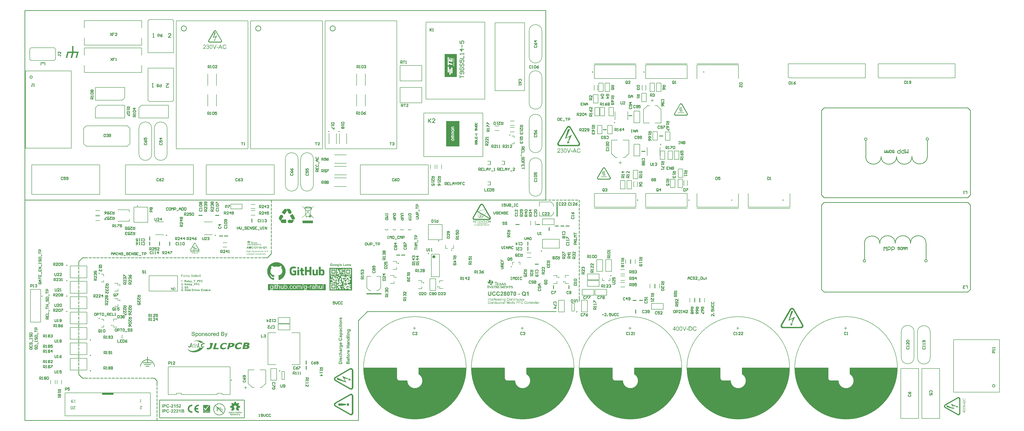
<source format=gto>
G04*
G04 #@! TF.GenerationSoftware,Altium Limited,Altium Designer,20.2.6 (244)*
G04*
G04 Layer_Color=16776960*
%FSLAX24Y24*%
%MOIN*%
G70*
G04*
G04 #@! TF.SameCoordinates,8AECF8CF-BE68-462B-8B6A-8B8B687A0D7D*
G04*
G04*
G04 #@! TF.FilePolarity,Positive*
G04*
G01*
G75*
%ADD10C,0.0098*%
%ADD11C,0.0079*%
%ADD12C,0.0100*%
%ADD13C,0.0236*%
%ADD14C,0.0039*%
%ADD15C,0.0080*%
%ADD16C,0.0157*%
%ADD17C,0.0120*%
%ADD18C,0.0050*%
%ADD19C,0.0060*%
%ADD20R,0.0080X0.0512*%
%ADD21R,0.1772X0.0315*%
G36*
X34440Y27572D02*
X34443D01*
Y27570D01*
X34447D01*
Y27568D01*
X34449D01*
Y27567D01*
X34450D01*
Y27565D01*
X34452D01*
Y27563D01*
X34454D01*
Y27561D01*
Y27560D01*
X34456D01*
Y27558D01*
Y27556D01*
Y27554D01*
X34457D01*
Y27553D01*
Y27551D01*
Y27549D01*
Y27547D01*
Y27546D01*
Y27544D01*
X34456D01*
Y27542D01*
Y27540D01*
X34454D01*
Y27539D01*
Y27537D01*
X34452D01*
Y27535D01*
X34450D01*
Y27533D01*
X34449D01*
Y27532D01*
X34445D01*
Y27530D01*
X34442D01*
Y27528D01*
X34436D01*
Y27526D01*
X34426D01*
Y27528D01*
X34421D01*
Y27530D01*
X34417D01*
Y27532D01*
X34414D01*
Y27533D01*
X34412D01*
Y27535D01*
X34410D01*
Y27537D01*
Y27539D01*
X34409D01*
Y27540D01*
Y27542D01*
X34407D01*
Y27544D01*
Y27546D01*
Y27547D01*
Y27549D01*
Y27551D01*
Y27553D01*
Y27554D01*
Y27556D01*
Y27558D01*
X34409D01*
Y27560D01*
Y27561D01*
X34410D01*
Y27563D01*
Y27565D01*
X34412D01*
Y27567D01*
X34414D01*
Y27568D01*
X34416D01*
Y27570D01*
X34419D01*
Y27572D01*
X34423D01*
Y27573D01*
X34440D01*
Y27572D01*
D02*
G37*
G36*
X34442Y27511D02*
X34443D01*
Y27509D01*
X34442D01*
Y27507D01*
Y27506D01*
Y27504D01*
Y27502D01*
Y27500D01*
X34440D01*
Y27499D01*
Y27497D01*
Y27495D01*
Y27493D01*
X34438D01*
Y27492D01*
Y27490D01*
Y27488D01*
Y27486D01*
Y27485D01*
X34436D01*
Y27483D01*
Y27481D01*
Y27479D01*
Y27478D01*
Y27476D01*
X34435D01*
Y27474D01*
Y27473D01*
Y27471D01*
Y27469D01*
Y27467D01*
X34433D01*
Y27466D01*
Y27464D01*
Y27462D01*
Y27460D01*
Y27459D01*
X34431D01*
Y27457D01*
Y27455D01*
Y27453D01*
Y27452D01*
Y27450D01*
X34429D01*
Y27448D01*
Y27446D01*
Y27445D01*
Y27443D01*
Y27441D01*
X34428D01*
Y27439D01*
Y27438D01*
Y27436D01*
Y27434D01*
Y27432D01*
X34426D01*
Y27431D01*
Y27429D01*
Y27427D01*
Y27426D01*
Y27424D01*
X34424D01*
Y27422D01*
Y27420D01*
Y27419D01*
Y27417D01*
Y27415D01*
X34423D01*
Y27413D01*
Y27412D01*
Y27410D01*
Y27408D01*
X34421D01*
Y27406D01*
Y27405D01*
Y27403D01*
Y27401D01*
Y27399D01*
X34419D01*
Y27398D01*
Y27396D01*
Y27394D01*
Y27392D01*
Y27391D01*
X34417D01*
Y27389D01*
Y27387D01*
Y27386D01*
Y27384D01*
X34416D01*
Y27382D01*
Y27380D01*
Y27379D01*
Y27377D01*
X34414D01*
Y27375D01*
Y27373D01*
Y27372D01*
Y27370D01*
Y27368D01*
X34412D01*
Y27366D01*
Y27365D01*
Y27363D01*
Y27361D01*
X34410D01*
Y27359D01*
Y27358D01*
Y27356D01*
Y27354D01*
Y27352D01*
X34409D01*
Y27351D01*
Y27349D01*
Y27347D01*
Y27345D01*
Y27344D01*
X34363D01*
Y27345D01*
X34365D01*
Y27347D01*
Y27349D01*
Y27351D01*
Y27352D01*
Y27354D01*
X34367D01*
Y27356D01*
Y27358D01*
Y27359D01*
Y27361D01*
Y27363D01*
X34369D01*
Y27365D01*
Y27366D01*
Y27368D01*
Y27370D01*
X34370D01*
Y27372D01*
Y27373D01*
Y27375D01*
Y27377D01*
Y27379D01*
X34372D01*
Y27380D01*
Y27382D01*
Y27384D01*
Y27386D01*
Y27387D01*
X34374D01*
Y27389D01*
Y27391D01*
Y27392D01*
Y27394D01*
X34376D01*
Y27396D01*
Y27398D01*
Y27399D01*
Y27401D01*
X34377D01*
Y27403D01*
Y27405D01*
Y27406D01*
Y27408D01*
Y27410D01*
X34379D01*
Y27412D01*
Y27413D01*
Y27415D01*
Y27417D01*
X34381D01*
Y27419D01*
Y27420D01*
Y27422D01*
Y27424D01*
Y27426D01*
X34383D01*
Y27427D01*
Y27429D01*
Y27431D01*
Y27432D01*
Y27434D01*
X34384D01*
Y27436D01*
Y27438D01*
Y27439D01*
Y27441D01*
Y27443D01*
X34386D01*
Y27445D01*
Y27446D01*
Y27448D01*
Y27450D01*
Y27452D01*
X34388D01*
Y27453D01*
Y27455D01*
Y27457D01*
Y27459D01*
Y27460D01*
X34389D01*
Y27462D01*
Y27464D01*
Y27466D01*
Y27467D01*
Y27469D01*
X34391D01*
Y27471D01*
Y27473D01*
Y27474D01*
Y27476D01*
Y27478D01*
X34393D01*
Y27479D01*
Y27481D01*
Y27483D01*
Y27485D01*
X34395D01*
Y27486D01*
Y27488D01*
Y27490D01*
Y27492D01*
Y27493D01*
X34396D01*
Y27495D01*
Y27497D01*
Y27499D01*
Y27500D01*
Y27502D01*
X34398D01*
Y27504D01*
Y27506D01*
Y27507D01*
Y27509D01*
Y27511D01*
X34400D01*
Y27513D01*
X34423D01*
Y27511D01*
X34424D01*
Y27513D01*
X34442D01*
Y27511D01*
D02*
G37*
G36*
X34920Y27426D02*
X34922D01*
Y27424D01*
Y27422D01*
X34924D01*
Y27420D01*
Y27419D01*
Y27417D01*
X34925D01*
Y27415D01*
Y27413D01*
Y27412D01*
X34927D01*
Y27410D01*
Y27408D01*
Y27406D01*
X34929D01*
Y27405D01*
Y27403D01*
Y27401D01*
X34931D01*
Y27399D01*
Y27398D01*
X34932D01*
Y27396D01*
Y27394D01*
Y27392D01*
X34934D01*
Y27391D01*
Y27389D01*
Y27387D01*
X34936D01*
Y27386D01*
Y27384D01*
Y27382D01*
X34931D01*
Y27384D01*
X34929D01*
Y27386D01*
X34927D01*
Y27387D01*
X34925D01*
Y27389D01*
X34922D01*
Y27391D01*
X34920D01*
Y27392D01*
X34917D01*
Y27394D01*
X34912D01*
Y27396D01*
X34903D01*
Y27398D01*
X34863D01*
Y27399D01*
X34852D01*
Y27398D01*
X34842D01*
Y27396D01*
X34840D01*
Y27394D01*
Y27392D01*
Y27391D01*
X34838D01*
Y27389D01*
Y27387D01*
Y27386D01*
Y27384D01*
Y27382D01*
Y27380D01*
Y27379D01*
Y27377D01*
Y27375D01*
Y27373D01*
Y27372D01*
Y27370D01*
Y27368D01*
Y27366D01*
Y27365D01*
Y27363D01*
Y27361D01*
Y27359D01*
Y27358D01*
Y27356D01*
Y27354D01*
Y27352D01*
Y27351D01*
Y27349D01*
Y27347D01*
Y27345D01*
Y27344D01*
Y27342D01*
Y27340D01*
Y27339D01*
Y27337D01*
Y27335D01*
Y27333D01*
Y27332D01*
Y27330D01*
Y27328D01*
Y27326D01*
Y27325D01*
Y27323D01*
Y27321D01*
Y27319D01*
Y27318D01*
Y27316D01*
Y27314D01*
Y27312D01*
Y27311D01*
Y27309D01*
Y27307D01*
Y27305D01*
Y27304D01*
Y27302D01*
Y27300D01*
Y27298D01*
Y27297D01*
Y27295D01*
Y27293D01*
Y27292D01*
Y27290D01*
Y27288D01*
Y27286D01*
Y27285D01*
Y27283D01*
Y27281D01*
Y27279D01*
Y27278D01*
Y27276D01*
Y27274D01*
Y27272D01*
Y27271D01*
Y27269D01*
Y27267D01*
Y27265D01*
Y27264D01*
Y27262D01*
Y27260D01*
Y27258D01*
Y27257D01*
Y27255D01*
Y27253D01*
Y27252D01*
Y27250D01*
Y27248D01*
Y27246D01*
Y27245D01*
Y27243D01*
Y27241D01*
Y27239D01*
Y27238D01*
Y27236D01*
Y27234D01*
Y27232D01*
Y27231D01*
Y27229D01*
Y27227D01*
Y27225D01*
Y27224D01*
Y27222D01*
Y27220D01*
Y27218D01*
Y27217D01*
Y27215D01*
Y27213D01*
Y27211D01*
Y27210D01*
Y27208D01*
Y27206D01*
Y27205D01*
Y27203D01*
Y27201D01*
Y27199D01*
Y27198D01*
X34840D01*
Y27196D01*
Y27194D01*
Y27192D01*
Y27191D01*
Y27189D01*
Y27187D01*
Y27185D01*
X34842D01*
Y27184D01*
Y27182D01*
X34844D01*
Y27180D01*
Y27178D01*
X34845D01*
Y27177D01*
X34849D01*
Y27175D01*
X34852D01*
Y27173D01*
X34854D01*
Y27171D01*
X34856D01*
Y27170D01*
Y27168D01*
X34854D01*
Y27166D01*
X34851D01*
Y27168D01*
X34849D01*
Y27166D01*
X34845D01*
Y27168D01*
X34844D01*
Y27166D01*
X34840D01*
Y27168D01*
X34838D01*
Y27166D01*
X34835D01*
Y27168D01*
X34833D01*
Y27166D01*
X34830D01*
Y27168D01*
X34828D01*
Y27166D01*
X34825D01*
Y27168D01*
X34823D01*
Y27166D01*
X34819D01*
Y27168D01*
X34818D01*
Y27166D01*
X34814D01*
Y27168D01*
X34812D01*
Y27166D01*
X34809D01*
Y27168D01*
X34807D01*
Y27166D01*
X34804D01*
Y27168D01*
X34802D01*
Y27166D01*
X34798D01*
Y27168D01*
X34797D01*
Y27166D01*
X34793D01*
Y27168D01*
X34791D01*
Y27166D01*
X34788D01*
Y27168D01*
X34786D01*
Y27166D01*
X34783D01*
Y27168D01*
X34781D01*
Y27166D01*
X34778D01*
Y27168D01*
X34776D01*
Y27166D01*
X34772D01*
Y27168D01*
X34771D01*
Y27170D01*
Y27171D01*
Y27173D01*
X34774D01*
Y27175D01*
X34778D01*
Y27177D01*
X34781D01*
Y27178D01*
X34783D01*
Y27180D01*
X34785D01*
Y27182D01*
X34786D01*
Y27184D01*
X34788D01*
Y27185D01*
Y27187D01*
Y27189D01*
X34790D01*
Y27191D01*
Y27192D01*
Y27194D01*
Y27196D01*
Y27198D01*
Y27199D01*
Y27201D01*
Y27203D01*
Y27205D01*
Y27206D01*
Y27208D01*
Y27210D01*
Y27211D01*
Y27213D01*
Y27215D01*
Y27217D01*
Y27218D01*
Y27220D01*
Y27222D01*
Y27224D01*
Y27225D01*
Y27227D01*
Y27229D01*
Y27231D01*
Y27232D01*
Y27234D01*
Y27236D01*
Y27238D01*
Y27239D01*
Y27241D01*
Y27243D01*
Y27245D01*
Y27246D01*
Y27248D01*
Y27250D01*
Y27252D01*
Y27253D01*
Y27255D01*
Y27257D01*
Y27258D01*
Y27260D01*
Y27262D01*
Y27264D01*
Y27265D01*
Y27267D01*
Y27269D01*
Y27271D01*
Y27272D01*
Y27274D01*
Y27276D01*
Y27278D01*
Y27279D01*
Y27281D01*
Y27283D01*
Y27285D01*
Y27286D01*
Y27288D01*
Y27290D01*
Y27292D01*
Y27293D01*
Y27295D01*
Y27297D01*
Y27298D01*
Y27300D01*
Y27302D01*
Y27304D01*
Y27305D01*
Y27307D01*
Y27309D01*
Y27311D01*
Y27312D01*
Y27314D01*
Y27316D01*
Y27318D01*
Y27319D01*
Y27321D01*
Y27323D01*
Y27325D01*
Y27326D01*
Y27328D01*
Y27330D01*
Y27332D01*
Y27333D01*
Y27335D01*
Y27337D01*
Y27339D01*
Y27340D01*
Y27342D01*
Y27344D01*
Y27345D01*
Y27347D01*
Y27349D01*
Y27351D01*
Y27352D01*
Y27354D01*
Y27356D01*
Y27358D01*
Y27359D01*
Y27361D01*
Y27363D01*
Y27365D01*
Y27366D01*
Y27368D01*
Y27370D01*
Y27372D01*
Y27373D01*
Y27375D01*
Y27377D01*
Y27379D01*
Y27380D01*
Y27382D01*
Y27384D01*
Y27386D01*
Y27387D01*
Y27389D01*
Y27391D01*
Y27392D01*
Y27394D01*
X34788D01*
Y27396D01*
X34786D01*
Y27398D01*
X34774D01*
Y27399D01*
X34764D01*
Y27398D01*
X34725D01*
Y27396D01*
X34717D01*
Y27394D01*
X34711D01*
Y27392D01*
X34708D01*
Y27391D01*
X34704D01*
Y27389D01*
X34703D01*
Y27387D01*
X34699D01*
Y27386D01*
X34698D01*
Y27384D01*
X34696D01*
Y27382D01*
X34694D01*
Y27384D01*
Y27386D01*
Y27387D01*
Y27389D01*
X34696D01*
Y27391D01*
Y27392D01*
X34698D01*
Y27394D01*
Y27396D01*
Y27398D01*
X34699D01*
Y27399D01*
Y27401D01*
Y27403D01*
X34701D01*
Y27405D01*
Y27406D01*
Y27408D01*
X34703D01*
Y27410D01*
Y27412D01*
Y27413D01*
X34704D01*
Y27415D01*
Y27417D01*
Y27419D01*
X34706D01*
Y27420D01*
Y27422D01*
X34708D01*
Y27424D01*
Y27426D01*
Y27427D01*
X34920D01*
Y27426D01*
D02*
G37*
G36*
X35622Y27365D02*
X35623D01*
Y27363D01*
Y27361D01*
Y27359D01*
X35625D01*
Y27358D01*
Y27356D01*
Y27354D01*
X35627D01*
Y27352D01*
Y27351D01*
X35629D01*
Y27349D01*
Y27347D01*
Y27345D01*
X35630D01*
Y27344D01*
Y27342D01*
Y27340D01*
X35632D01*
Y27339D01*
Y27337D01*
Y27335D01*
X35634D01*
Y27333D01*
Y27332D01*
Y27330D01*
X35636D01*
Y27328D01*
Y27326D01*
Y27325D01*
X35637D01*
Y27323D01*
Y27321D01*
Y27319D01*
X35634D01*
Y27318D01*
X35630D01*
Y27319D01*
X35629D01*
Y27321D01*
Y27323D01*
X35625D01*
Y27325D01*
X35623D01*
Y27326D01*
X35622D01*
Y27328D01*
X35620D01*
Y27330D01*
X35616D01*
Y27332D01*
X35615D01*
Y27333D01*
X35611D01*
Y27335D01*
X35608D01*
Y27337D01*
X35603D01*
Y27339D01*
X35597D01*
Y27340D01*
X35590D01*
Y27342D01*
X35575D01*
Y27344D01*
X35566D01*
Y27342D01*
X35552D01*
Y27340D01*
X35547D01*
Y27339D01*
X35542D01*
Y27337D01*
X35540D01*
Y27335D01*
X35538D01*
Y27333D01*
X35535D01*
Y27332D01*
Y27330D01*
X35533D01*
Y27328D01*
X35531D01*
Y27326D01*
Y27325D01*
Y27323D01*
Y27321D01*
Y27319D01*
Y27318D01*
Y27316D01*
Y27314D01*
X35533D01*
Y27312D01*
Y27311D01*
X35535D01*
Y27309D01*
X35536D01*
Y27307D01*
X35538D01*
Y27305D01*
X35540D01*
Y27304D01*
X35543D01*
Y27302D01*
X35547D01*
Y27300D01*
X35550D01*
Y27298D01*
X35556D01*
Y27297D01*
X35561D01*
Y27295D01*
X35568D01*
Y27293D01*
X35573D01*
Y27292D01*
X35580D01*
Y27290D01*
X35587D01*
Y27288D01*
X35592D01*
Y27286D01*
X35597D01*
Y27285D01*
X35603D01*
Y27283D01*
X35608D01*
Y27281D01*
X35611D01*
Y27279D01*
X35616D01*
Y27278D01*
X35618D01*
Y27276D01*
X35622D01*
Y27274D01*
X35625D01*
Y27272D01*
X35627D01*
Y27271D01*
X35630D01*
Y27269D01*
X35632D01*
Y27267D01*
X35634D01*
Y27265D01*
X35636D01*
Y27264D01*
X35637D01*
Y27262D01*
X35639D01*
Y27260D01*
X35641D01*
Y27258D01*
X35643D01*
Y27257D01*
Y27255D01*
X35644D01*
Y27253D01*
Y27252D01*
X35646D01*
Y27250D01*
Y27248D01*
X35648D01*
Y27246D01*
Y27245D01*
X35649D01*
Y27243D01*
Y27241D01*
Y27239D01*
Y27238D01*
Y27236D01*
X35651D01*
Y27234D01*
Y27232D01*
Y27231D01*
Y27229D01*
Y27227D01*
Y27225D01*
Y27224D01*
Y27222D01*
Y27220D01*
Y27218D01*
Y27217D01*
Y27215D01*
X35649D01*
Y27213D01*
Y27211D01*
Y27210D01*
Y27208D01*
X35648D01*
Y27206D01*
Y27205D01*
Y27203D01*
X35646D01*
Y27201D01*
Y27199D01*
X35644D01*
Y27198D01*
Y27196D01*
X35643D01*
Y27194D01*
X35641D01*
Y27192D01*
Y27191D01*
X35639D01*
Y27189D01*
X35637D01*
Y27187D01*
X35636D01*
Y27185D01*
X35634D01*
Y27184D01*
X35632D01*
Y27182D01*
X35630D01*
Y27180D01*
X35627D01*
Y27178D01*
X35625D01*
Y27177D01*
X35622D01*
Y27175D01*
X35618D01*
Y27173D01*
X35615D01*
Y27171D01*
X35609D01*
Y27170D01*
X35604D01*
Y27168D01*
X35597D01*
Y27166D01*
X35589D01*
Y27164D01*
X35545D01*
Y27166D01*
X35536D01*
Y27168D01*
X35529D01*
Y27170D01*
X35522D01*
Y27171D01*
X35517D01*
Y27173D01*
X35510D01*
Y27171D01*
X35509D01*
Y27170D01*
Y27168D01*
X35507D01*
Y27166D01*
X35505D01*
Y27164D01*
X35502D01*
Y27166D01*
X35500D01*
Y27168D01*
Y27170D01*
Y27171D01*
X35498D01*
Y27173D01*
Y27175D01*
Y27177D01*
X35496D01*
Y27178D01*
Y27180D01*
Y27182D01*
X35495D01*
Y27184D01*
Y27185D01*
Y27187D01*
X35493D01*
Y27189D01*
Y27191D01*
Y27192D01*
X35491D01*
Y27194D01*
Y27196D01*
Y27198D01*
X35489D01*
Y27199D01*
Y27201D01*
Y27203D01*
X35488D01*
Y27205D01*
Y27206D01*
Y27208D01*
X35486D01*
Y27210D01*
Y27211D01*
Y27213D01*
X35484D01*
Y27215D01*
Y27217D01*
Y27218D01*
X35482D01*
Y27220D01*
Y27222D01*
Y27224D01*
X35486D01*
Y27225D01*
X35489D01*
Y27224D01*
X35491D01*
Y27222D01*
X35493D01*
Y27220D01*
Y27218D01*
X35495D01*
Y27217D01*
X35496D01*
Y27215D01*
X35500D01*
Y27213D01*
X35502D01*
Y27211D01*
X35503D01*
Y27210D01*
X35505D01*
Y27208D01*
X35509D01*
Y27206D01*
X35510D01*
Y27205D01*
X35514D01*
Y27203D01*
X35515D01*
Y27201D01*
X35519D01*
Y27199D01*
X35522D01*
Y27198D01*
X35528D01*
Y27196D01*
X35531D01*
Y27194D01*
X35538D01*
Y27192D01*
X35545D01*
Y27191D01*
X35561D01*
Y27189D01*
X35573D01*
Y27191D01*
X35585D01*
Y27192D01*
X35590D01*
Y27194D01*
X35596D01*
Y27196D01*
X35599D01*
Y27198D01*
X35601D01*
Y27199D01*
X35603D01*
Y27201D01*
X35604D01*
Y27203D01*
X35606D01*
Y27205D01*
Y27206D01*
X35608D01*
Y27208D01*
Y27210D01*
Y27211D01*
X35609D01*
Y27213D01*
Y27215D01*
Y27217D01*
Y27218D01*
Y27220D01*
X35608D01*
Y27222D01*
Y27224D01*
Y27225D01*
X35606D01*
Y27227D01*
Y27229D01*
X35604D01*
Y27231D01*
X35603D01*
Y27232D01*
X35601D01*
Y27234D01*
X35597D01*
Y27236D01*
X35596D01*
Y27238D01*
X35590D01*
Y27239D01*
X35587D01*
Y27241D01*
X35582D01*
Y27243D01*
X35576D01*
Y27245D01*
X35571D01*
Y27246D01*
X35564D01*
Y27248D01*
X35559D01*
Y27250D01*
X35552D01*
Y27252D01*
X35547D01*
Y27253D01*
X35540D01*
Y27255D01*
X35535D01*
Y27257D01*
X35531D01*
Y27258D01*
X35526D01*
Y27260D01*
X35522D01*
Y27262D01*
X35519D01*
Y27264D01*
X35515D01*
Y27265D01*
X35514D01*
Y27267D01*
X35512D01*
Y27269D01*
X35509D01*
Y27271D01*
X35507D01*
Y27272D01*
X35505D01*
Y27274D01*
X35503D01*
Y27276D01*
X35502D01*
Y27278D01*
Y27279D01*
X35500D01*
Y27281D01*
X35498D01*
Y27283D01*
Y27285D01*
X35496D01*
Y27286D01*
Y27288D01*
X35495D01*
Y27290D01*
Y27292D01*
Y27293D01*
X35493D01*
Y27295D01*
Y27297D01*
Y27298D01*
Y27300D01*
Y27302D01*
X35491D01*
Y27304D01*
Y27305D01*
Y27307D01*
Y27309D01*
Y27311D01*
Y27312D01*
Y27314D01*
Y27316D01*
Y27318D01*
X35493D01*
Y27319D01*
Y27321D01*
Y27323D01*
Y27325D01*
X35495D01*
Y27326D01*
Y27328D01*
Y27330D01*
X35496D01*
Y27332D01*
Y27333D01*
X35498D01*
Y27335D01*
Y27337D01*
X35500D01*
Y27339D01*
X35502D01*
Y27340D01*
X35503D01*
Y27342D01*
X35505D01*
Y27344D01*
X35507D01*
Y27345D01*
X35509D01*
Y27347D01*
X35510D01*
Y27349D01*
X35512D01*
Y27351D01*
X35514D01*
Y27352D01*
X35517D01*
Y27354D01*
X35521D01*
Y27356D01*
X35524D01*
Y27358D01*
X35528D01*
Y27359D01*
X35533D01*
Y27361D01*
X35538D01*
Y27363D01*
X35545D01*
Y27365D01*
X35559D01*
Y27366D01*
X35578D01*
Y27365D01*
X35597D01*
Y27363D01*
X35606D01*
Y27361D01*
X35609D01*
Y27359D01*
X35616D01*
Y27361D01*
Y27363D01*
X35618D01*
Y27365D01*
X35620D01*
Y27366D01*
X35622D01*
Y27365D01*
D02*
G37*
G36*
X35040D02*
X35042D01*
Y27363D01*
Y27361D01*
X35044D01*
Y27359D01*
Y27358D01*
X35046D01*
Y27356D01*
Y27354D01*
Y27352D01*
X35047D01*
Y27351D01*
Y27349D01*
Y27347D01*
X35049D01*
Y27345D01*
Y27344D01*
X35051D01*
Y27342D01*
Y27340D01*
Y27339D01*
X35053D01*
Y27337D01*
Y27335D01*
Y27333D01*
X35054D01*
Y27332D01*
Y27330D01*
X35056D01*
Y27328D01*
Y27326D01*
X35058D01*
Y27325D01*
Y27323D01*
X35054D01*
Y27321D01*
X35049D01*
Y27323D01*
Y27325D01*
X35047D01*
Y27326D01*
X35046D01*
Y27328D01*
X35042D01*
Y27330D01*
X35040D01*
Y27332D01*
X35039D01*
Y27333D01*
X35035D01*
Y27335D01*
X35032D01*
Y27337D01*
X35026D01*
Y27339D01*
X35014D01*
Y27340D01*
X34960D01*
Y27339D01*
X34955D01*
Y27337D01*
X34952D01*
Y27335D01*
Y27333D01*
X34950D01*
Y27332D01*
Y27330D01*
Y27328D01*
Y27326D01*
Y27325D01*
Y27323D01*
Y27321D01*
Y27319D01*
Y27318D01*
Y27316D01*
Y27314D01*
Y27312D01*
Y27311D01*
Y27309D01*
Y27307D01*
Y27305D01*
Y27304D01*
Y27302D01*
Y27300D01*
Y27298D01*
Y27297D01*
Y27295D01*
Y27293D01*
Y27292D01*
Y27290D01*
Y27288D01*
Y27286D01*
Y27285D01*
X35016D01*
Y27286D01*
X35021D01*
Y27288D01*
X35025D01*
Y27290D01*
Y27292D01*
X35026D01*
Y27293D01*
Y27295D01*
X35028D01*
Y27297D01*
X35035D01*
Y27295D01*
Y27293D01*
Y27292D01*
Y27290D01*
Y27288D01*
Y27286D01*
Y27285D01*
Y27283D01*
Y27281D01*
Y27279D01*
Y27278D01*
Y27276D01*
Y27274D01*
Y27272D01*
Y27271D01*
Y27269D01*
Y27267D01*
Y27265D01*
Y27264D01*
Y27262D01*
Y27260D01*
Y27258D01*
Y27257D01*
Y27255D01*
Y27253D01*
Y27252D01*
Y27250D01*
Y27248D01*
Y27246D01*
X35033D01*
Y27245D01*
X35030D01*
Y27246D01*
X35028D01*
Y27248D01*
X35026D01*
Y27250D01*
Y27252D01*
X35025D01*
Y27253D01*
X35023D01*
Y27255D01*
X35021D01*
Y27257D01*
X35016D01*
Y27258D01*
X34950D01*
Y27257D01*
Y27255D01*
Y27253D01*
Y27252D01*
Y27250D01*
Y27248D01*
Y27246D01*
Y27245D01*
Y27243D01*
Y27241D01*
Y27239D01*
Y27238D01*
Y27236D01*
Y27234D01*
Y27232D01*
Y27231D01*
Y27229D01*
Y27227D01*
Y27225D01*
Y27224D01*
Y27222D01*
Y27220D01*
Y27218D01*
Y27217D01*
Y27215D01*
Y27213D01*
Y27211D01*
Y27210D01*
Y27208D01*
Y27206D01*
Y27205D01*
Y27203D01*
Y27201D01*
Y27199D01*
X34952D01*
Y27198D01*
Y27196D01*
X34953D01*
Y27194D01*
X34959D01*
Y27192D01*
X35025D01*
Y27194D01*
X35037D01*
Y27196D01*
X35042D01*
Y27198D01*
X35047D01*
Y27199D01*
X35051D01*
Y27201D01*
X35053D01*
Y27203D01*
X35056D01*
Y27205D01*
X35058D01*
Y27206D01*
X35060D01*
Y27208D01*
X35061D01*
Y27210D01*
X35063D01*
Y27211D01*
X35066D01*
Y27210D01*
Y27208D01*
Y27206D01*
Y27205D01*
Y27203D01*
X35065D01*
Y27201D01*
Y27199D01*
Y27198D01*
X35063D01*
Y27196D01*
Y27194D01*
Y27192D01*
X35061D01*
Y27191D01*
Y27189D01*
Y27187D01*
Y27185D01*
X35060D01*
Y27184D01*
Y27182D01*
Y27180D01*
X35058D01*
Y27178D01*
Y27177D01*
Y27175D01*
X35056D01*
Y27173D01*
Y27171D01*
Y27170D01*
X35054D01*
Y27168D01*
Y27166D01*
X35051D01*
Y27168D01*
X35049D01*
Y27166D01*
X35046D01*
Y27168D01*
X35044D01*
Y27166D01*
X35040D01*
Y27168D01*
X35039D01*
Y27166D01*
X35035D01*
Y27168D01*
X35033D01*
Y27166D01*
X35030D01*
Y27168D01*
X35028D01*
Y27166D01*
X35025D01*
Y27168D01*
X35023D01*
Y27166D01*
X35019D01*
Y27168D01*
X35018D01*
Y27166D01*
X35014D01*
Y27168D01*
X35013D01*
Y27166D01*
X35009D01*
Y27168D01*
X35007D01*
Y27166D01*
X35004D01*
Y27168D01*
X35002D01*
Y27166D01*
X34999D01*
Y27168D01*
X34997D01*
Y27166D01*
X34993D01*
Y27168D01*
X34992D01*
Y27166D01*
X34988D01*
Y27168D01*
X34986D01*
Y27166D01*
X34983D01*
Y27168D01*
X34981D01*
Y27166D01*
X34978D01*
Y27168D01*
X34976D01*
Y27166D01*
X34972D01*
Y27168D01*
X34971D01*
Y27166D01*
X34967D01*
Y27168D01*
X34966D01*
Y27166D01*
X34962D01*
Y27168D01*
X34960D01*
Y27166D01*
X34957D01*
Y27168D01*
X34955D01*
Y27166D01*
X34952D01*
Y27168D01*
X34950D01*
Y27166D01*
X34946D01*
Y27168D01*
X34945D01*
Y27166D01*
X34941D01*
Y27168D01*
X34939D01*
Y27166D01*
X34936D01*
Y27168D01*
X34934D01*
Y27166D01*
X34931D01*
Y27168D01*
X34929D01*
Y27166D01*
X34925D01*
Y27168D01*
X34924D01*
Y27166D01*
X34920D01*
Y27168D01*
X34919D01*
Y27166D01*
X34915D01*
Y27168D01*
X34913D01*
Y27166D01*
X34910D01*
Y27168D01*
X34908D01*
Y27166D01*
X34905D01*
Y27168D01*
X34903D01*
Y27166D01*
X34899D01*
Y27168D01*
X34898D01*
Y27166D01*
X34894D01*
Y27168D01*
X34892D01*
Y27166D01*
X34889D01*
Y27168D01*
X34887D01*
Y27170D01*
X34889D01*
Y27171D01*
Y27173D01*
X34891D01*
Y27175D01*
X34896D01*
Y27177D01*
X34899D01*
Y27178D01*
X34901D01*
Y27180D01*
X34903D01*
Y27182D01*
X34905D01*
Y27184D01*
Y27185D01*
X34906D01*
Y27187D01*
Y27189D01*
Y27191D01*
Y27192D01*
X34908D01*
Y27194D01*
Y27196D01*
Y27198D01*
Y27199D01*
Y27201D01*
Y27203D01*
Y27205D01*
Y27206D01*
Y27208D01*
Y27210D01*
Y27211D01*
Y27213D01*
Y27215D01*
Y27217D01*
Y27218D01*
Y27220D01*
Y27222D01*
Y27224D01*
Y27225D01*
Y27227D01*
Y27229D01*
Y27231D01*
Y27232D01*
Y27234D01*
Y27236D01*
Y27238D01*
Y27239D01*
Y27241D01*
Y27243D01*
Y27245D01*
Y27246D01*
Y27248D01*
Y27250D01*
Y27252D01*
Y27253D01*
Y27255D01*
Y27257D01*
Y27258D01*
Y27260D01*
Y27262D01*
Y27264D01*
Y27265D01*
Y27267D01*
Y27269D01*
Y27271D01*
Y27272D01*
Y27274D01*
Y27276D01*
Y27278D01*
Y27279D01*
Y27281D01*
Y27283D01*
Y27285D01*
Y27286D01*
Y27288D01*
Y27290D01*
Y27292D01*
Y27293D01*
Y27295D01*
Y27297D01*
Y27298D01*
Y27300D01*
Y27302D01*
Y27304D01*
Y27305D01*
Y27307D01*
Y27309D01*
Y27311D01*
Y27312D01*
Y27314D01*
Y27316D01*
Y27318D01*
Y27319D01*
Y27321D01*
Y27323D01*
Y27325D01*
Y27326D01*
Y27328D01*
Y27330D01*
Y27332D01*
Y27333D01*
Y27335D01*
Y27337D01*
Y27339D01*
Y27340D01*
X34906D01*
Y27342D01*
Y27344D01*
Y27345D01*
Y27347D01*
X34905D01*
Y27349D01*
Y27351D01*
X34903D01*
Y27352D01*
X34901D01*
Y27354D01*
X34899D01*
Y27356D01*
X34896D01*
Y27358D01*
X34891D01*
Y27359D01*
X34889D01*
Y27361D01*
Y27363D01*
Y27365D01*
Y27366D01*
X35040D01*
Y27365D01*
D02*
G37*
G36*
X35390D02*
Y27363D01*
X35392D01*
Y27361D01*
Y27359D01*
X35394D01*
Y27358D01*
Y27356D01*
X35395D01*
Y27354D01*
Y27352D01*
Y27351D01*
X35397D01*
Y27349D01*
Y27347D01*
X35399D01*
Y27345D01*
Y27344D01*
X35401D01*
Y27342D01*
Y27340D01*
Y27339D01*
X35402D01*
Y27337D01*
Y27335D01*
X35404D01*
Y27333D01*
Y27332D01*
X35406D01*
Y27330D01*
Y27328D01*
Y27326D01*
X35408D01*
Y27325D01*
Y27323D01*
X35409D01*
Y27321D01*
Y27319D01*
X35411D01*
Y27318D01*
Y27316D01*
Y27314D01*
X35413D01*
Y27312D01*
Y27311D01*
X35415D01*
Y27309D01*
Y27307D01*
Y27305D01*
X35416D01*
Y27304D01*
Y27302D01*
X35418D01*
Y27300D01*
Y27298D01*
X35420D01*
Y27297D01*
Y27295D01*
Y27293D01*
X35422D01*
Y27292D01*
Y27290D01*
X35423D01*
Y27288D01*
Y27286D01*
X35425D01*
Y27285D01*
Y27283D01*
Y27281D01*
X35427D01*
Y27279D01*
Y27278D01*
X35428D01*
Y27276D01*
Y27274D01*
X35430D01*
Y27272D01*
Y27271D01*
X35432D01*
Y27269D01*
Y27267D01*
Y27265D01*
X35434D01*
Y27264D01*
Y27262D01*
X35435D01*
Y27260D01*
Y27258D01*
Y27257D01*
X35437D01*
Y27255D01*
Y27253D01*
X35439D01*
Y27252D01*
Y27250D01*
X35441D01*
Y27248D01*
Y27246D01*
Y27245D01*
X35442D01*
Y27243D01*
Y27241D01*
X35444D01*
Y27239D01*
Y27238D01*
Y27236D01*
X35446D01*
Y27234D01*
Y27232D01*
X35448D01*
Y27231D01*
Y27229D01*
X35449D01*
Y27227D01*
Y27225D01*
Y27224D01*
X35451D01*
Y27222D01*
Y27220D01*
X35453D01*
Y27218D01*
Y27217D01*
X35455D01*
Y27215D01*
Y27213D01*
X35456D01*
Y27211D01*
Y27210D01*
Y27208D01*
X35458D01*
Y27206D01*
Y27205D01*
X35460D01*
Y27203D01*
Y27201D01*
X35462D01*
Y27199D01*
Y27198D01*
Y27196D01*
X35463D01*
Y27194D01*
Y27192D01*
X35465D01*
Y27191D01*
Y27189D01*
X35467D01*
Y27187D01*
X35468D01*
Y27185D01*
Y27184D01*
X35470D01*
Y27182D01*
X35472D01*
Y27180D01*
X35474D01*
Y27178D01*
X35477D01*
Y27177D01*
X35479D01*
Y27175D01*
X35482D01*
Y27173D01*
X35484D01*
Y27171D01*
Y27170D01*
Y27168D01*
X35482D01*
Y27166D01*
X35481D01*
Y27168D01*
X35479D01*
Y27166D01*
X35475D01*
Y27168D01*
X35474D01*
Y27166D01*
X35470D01*
Y27168D01*
X35468D01*
Y27166D01*
X35465D01*
Y27168D01*
X35463D01*
Y27166D01*
X35460D01*
Y27168D01*
X35458D01*
Y27166D01*
X35455D01*
Y27168D01*
X35453D01*
Y27166D01*
X35449D01*
Y27168D01*
X35448D01*
Y27166D01*
X35444D01*
Y27168D01*
X35442D01*
Y27166D01*
X35439D01*
Y27168D01*
X35437D01*
Y27166D01*
X35434D01*
Y27168D01*
X35432D01*
Y27166D01*
X35428D01*
Y27168D01*
X35427D01*
Y27166D01*
X35423D01*
Y27168D01*
X35422D01*
Y27166D01*
X35418D01*
Y27168D01*
X35416D01*
Y27166D01*
X35413D01*
Y27168D01*
X35411D01*
Y27166D01*
X35408D01*
Y27168D01*
X35406D01*
Y27166D01*
X35402D01*
Y27168D01*
X35401D01*
Y27170D01*
Y27171D01*
Y27173D01*
X35406D01*
Y27175D01*
X35409D01*
Y27177D01*
X35411D01*
Y27178D01*
X35413D01*
Y27180D01*
Y27182D01*
Y27184D01*
Y27185D01*
Y27187D01*
Y27189D01*
Y27191D01*
Y27192D01*
X35411D01*
Y27194D01*
Y27196D01*
X35409D01*
Y27198D01*
Y27199D01*
Y27201D01*
X35408D01*
Y27203D01*
Y27205D01*
Y27206D01*
X35406D01*
Y27208D01*
Y27210D01*
Y27211D01*
X35404D01*
Y27213D01*
Y27215D01*
X35402D01*
Y27217D01*
Y27218D01*
Y27220D01*
X35401D01*
Y27222D01*
X35319D01*
Y27220D01*
X35317D01*
Y27218D01*
Y27217D01*
X35315D01*
Y27215D01*
Y27213D01*
Y27211D01*
X35314D01*
Y27210D01*
Y27208D01*
Y27206D01*
X35312D01*
Y27205D01*
Y27203D01*
X35310D01*
Y27201D01*
Y27199D01*
Y27198D01*
X35308D01*
Y27196D01*
Y27194D01*
X35307D01*
Y27192D01*
Y27191D01*
Y27189D01*
Y27187D01*
X35305D01*
Y27185D01*
Y27184D01*
X35307D01*
Y27182D01*
Y27180D01*
Y27178D01*
X35308D01*
Y27177D01*
X35310D01*
Y27175D01*
X35315D01*
Y27173D01*
X35319D01*
Y27171D01*
Y27170D01*
Y27168D01*
X35317D01*
Y27166D01*
X35314D01*
Y27168D01*
X35312D01*
Y27166D01*
X35308D01*
Y27168D01*
X35307D01*
Y27166D01*
X35303D01*
Y27168D01*
X35301D01*
Y27166D01*
X35298D01*
Y27168D01*
X35296D01*
Y27166D01*
X35293D01*
Y27168D01*
X35291D01*
Y27166D01*
X35287D01*
Y27168D01*
X35286D01*
Y27166D01*
X35282D01*
Y27168D01*
X35281D01*
Y27166D01*
X35277D01*
Y27168D01*
X35275D01*
Y27166D01*
X35272D01*
Y27168D01*
X35270D01*
Y27166D01*
X35267D01*
Y27168D01*
X35265D01*
Y27166D01*
X35261D01*
Y27168D01*
X35260D01*
Y27166D01*
X35256D01*
Y27168D01*
X35254D01*
Y27166D01*
X35251D01*
Y27168D01*
X35249D01*
Y27166D01*
X35246D01*
Y27168D01*
X35244D01*
Y27166D01*
X35241D01*
Y27168D01*
X35239D01*
Y27166D01*
X35235D01*
Y27168D01*
X35234D01*
Y27166D01*
X35230D01*
Y27168D01*
X35228D01*
Y27166D01*
X35225D01*
Y27168D01*
X35223D01*
Y27166D01*
X35220D01*
Y27168D01*
X35218D01*
Y27166D01*
X35214D01*
Y27168D01*
X35213D01*
Y27166D01*
X35209D01*
Y27168D01*
X35207D01*
Y27166D01*
X35204D01*
Y27168D01*
X35202D01*
Y27166D01*
X35199D01*
Y27168D01*
X35197D01*
Y27166D01*
X35194D01*
Y27168D01*
X35192D01*
Y27170D01*
Y27171D01*
Y27173D01*
X35197D01*
Y27175D01*
X35200D01*
Y27177D01*
X35202D01*
Y27178D01*
X35204D01*
Y27180D01*
X35206D01*
Y27182D01*
Y27184D01*
Y27185D01*
Y27187D01*
Y27189D01*
Y27191D01*
X35204D01*
Y27192D01*
Y27194D01*
X35202D01*
Y27196D01*
X35200D01*
Y27198D01*
Y27199D01*
X35199D01*
Y27201D01*
X35197D01*
Y27203D01*
X35195D01*
Y27205D01*
X35194D01*
Y27206D01*
Y27208D01*
X35192D01*
Y27210D01*
X35190D01*
Y27211D01*
X35188D01*
Y27213D01*
Y27215D01*
X35187D01*
Y27217D01*
X35185D01*
Y27218D01*
X35183D01*
Y27220D01*
Y27222D01*
X35181D01*
Y27224D01*
X35180D01*
Y27225D01*
X35178D01*
Y27227D01*
X35176D01*
Y27229D01*
Y27231D01*
X35174D01*
Y27232D01*
X35173D01*
Y27234D01*
X35171D01*
Y27236D01*
Y27238D01*
X35167D01*
Y27236D01*
X35166D01*
Y27234D01*
X35164D01*
Y27232D01*
Y27231D01*
X35162D01*
Y27229D01*
X35160D01*
Y27227D01*
Y27225D01*
X35159D01*
Y27224D01*
X35157D01*
Y27222D01*
X35155D01*
Y27220D01*
Y27218D01*
X35153D01*
Y27217D01*
X35152D01*
Y27215D01*
Y27213D01*
X35150D01*
Y27211D01*
X35148D01*
Y27210D01*
X35147D01*
Y27208D01*
Y27206D01*
X35145D01*
Y27205D01*
X35143D01*
Y27203D01*
X35141D01*
Y27201D01*
Y27199D01*
X35140D01*
Y27198D01*
X35138D01*
Y27196D01*
Y27194D01*
X35136D01*
Y27192D01*
X35134D01*
Y27191D01*
Y27189D01*
X35133D01*
Y27187D01*
Y27185D01*
Y27184D01*
X35131D01*
Y27182D01*
X35133D01*
Y27180D01*
Y27178D01*
Y27177D01*
X35134D01*
Y27175D01*
X35138D01*
Y27173D01*
X35141D01*
Y27171D01*
Y27170D01*
X35143D01*
Y27168D01*
X35141D01*
Y27166D01*
X35136D01*
Y27168D01*
X35134D01*
Y27166D01*
X35131D01*
Y27168D01*
X35129D01*
Y27166D01*
X35126D01*
Y27168D01*
X35124D01*
Y27166D01*
X35120D01*
Y27168D01*
X35119D01*
Y27166D01*
X35115D01*
Y27168D01*
X35113D01*
Y27166D01*
X35110D01*
Y27168D01*
X35108D01*
Y27166D01*
X35105D01*
Y27168D01*
X35103D01*
Y27166D01*
X35100D01*
Y27168D01*
X35098D01*
Y27166D01*
X35094D01*
Y27168D01*
X35093D01*
Y27166D01*
X35089D01*
Y27168D01*
X35087D01*
Y27166D01*
X35084D01*
Y27168D01*
X35082D01*
Y27166D01*
X35079D01*
Y27168D01*
X35077D01*
Y27166D01*
X35073D01*
Y27168D01*
X35072D01*
Y27166D01*
X35068D01*
Y27168D01*
Y27170D01*
Y27171D01*
Y27173D01*
X35070D01*
Y27175D01*
X35075D01*
Y27177D01*
X35080D01*
Y27178D01*
X35084D01*
Y27180D01*
X35086D01*
Y27182D01*
X35089D01*
Y27184D01*
X35091D01*
Y27185D01*
X35093D01*
Y27187D01*
X35094D01*
Y27189D01*
X35096D01*
Y27191D01*
X35098D01*
Y27192D01*
X35100D01*
Y27194D01*
X35101D01*
Y27196D01*
Y27198D01*
X35103D01*
Y27199D01*
X35105D01*
Y27201D01*
Y27203D01*
X35106D01*
Y27205D01*
X35108D01*
Y27206D01*
X35110D01*
Y27208D01*
Y27210D01*
X35112D01*
Y27211D01*
X35113D01*
Y27213D01*
X35115D01*
Y27215D01*
Y27217D01*
X35117D01*
Y27218D01*
X35119D01*
Y27220D01*
X35120D01*
Y27222D01*
Y27224D01*
X35122D01*
Y27225D01*
X35124D01*
Y27227D01*
X35126D01*
Y27229D01*
Y27231D01*
X35127D01*
Y27232D01*
X35129D01*
Y27234D01*
X35131D01*
Y27236D01*
Y27238D01*
X35133D01*
Y27239D01*
X35134D01*
Y27241D01*
X35136D01*
Y27243D01*
Y27245D01*
X35138D01*
Y27246D01*
X35140D01*
Y27248D01*
X35141D01*
Y27250D01*
Y27252D01*
X35143D01*
Y27253D01*
X35145D01*
Y27255D01*
X35147D01*
Y27257D01*
Y27258D01*
X35148D01*
Y27260D01*
X35150D01*
Y27262D01*
X35152D01*
Y27264D01*
Y27265D01*
Y27267D01*
X35150D01*
Y27269D01*
X35148D01*
Y27271D01*
X35147D01*
Y27272D01*
Y27274D01*
X35145D01*
Y27276D01*
X35143D01*
Y27278D01*
X35141D01*
Y27279D01*
Y27281D01*
X35140D01*
Y27283D01*
X35138D01*
Y27285D01*
X35136D01*
Y27286D01*
X35134D01*
Y27288D01*
Y27290D01*
X35133D01*
Y27292D01*
X35131D01*
Y27293D01*
X35129D01*
Y27295D01*
Y27297D01*
X35127D01*
Y27298D01*
X35126D01*
Y27300D01*
X35124D01*
Y27302D01*
Y27304D01*
X35122D01*
Y27305D01*
X35120D01*
Y27307D01*
X35119D01*
Y27309D01*
X35117D01*
Y27311D01*
Y27312D01*
X35115D01*
Y27314D01*
X35113D01*
Y27316D01*
X35112D01*
Y27318D01*
Y27319D01*
X35110D01*
Y27321D01*
X35108D01*
Y27323D01*
X35106D01*
Y27325D01*
X35105D01*
Y27326D01*
Y27328D01*
X35103D01*
Y27330D01*
X35101D01*
Y27332D01*
X35100D01*
Y27333D01*
Y27335D01*
X35098D01*
Y27337D01*
X35096D01*
Y27339D01*
Y27340D01*
X35094D01*
Y27342D01*
X35093D01*
Y27344D01*
X35091D01*
Y27345D01*
Y27347D01*
X35089D01*
Y27349D01*
X35087D01*
Y27351D01*
X35086D01*
Y27352D01*
X35082D01*
Y27354D01*
X35080D01*
Y27356D01*
X35075D01*
Y27358D01*
X35070D01*
Y27359D01*
X35068D01*
Y27361D01*
Y27363D01*
Y27365D01*
Y27366D01*
X35159D01*
Y27365D01*
Y27363D01*
Y27361D01*
Y27359D01*
X35153D01*
Y27358D01*
X35152D01*
Y27356D01*
X35150D01*
Y27354D01*
X35148D01*
Y27352D01*
Y27351D01*
Y27349D01*
Y27347D01*
Y27345D01*
Y27344D01*
Y27342D01*
X35150D01*
Y27340D01*
Y27339D01*
X35152D01*
Y27337D01*
X35153D01*
Y27335D01*
Y27333D01*
X35155D01*
Y27332D01*
Y27330D01*
X35157D01*
Y27328D01*
X35159D01*
Y27326D01*
Y27325D01*
X35160D01*
Y27323D01*
X35162D01*
Y27321D01*
Y27319D01*
X35164D01*
Y27318D01*
X35166D01*
Y27316D01*
Y27314D01*
X35167D01*
Y27312D01*
X35169D01*
Y27311D01*
Y27309D01*
X35171D01*
Y27307D01*
X35173D01*
Y27305D01*
Y27304D01*
X35174D01*
Y27302D01*
X35176D01*
Y27300D01*
Y27298D01*
X35180D01*
Y27300D01*
X35181D01*
Y27302D01*
X35183D01*
Y27304D01*
X35185D01*
Y27305D01*
Y27307D01*
X35187D01*
Y27309D01*
X35188D01*
Y27311D01*
X35190D01*
Y27312D01*
Y27314D01*
X35192D01*
Y27316D01*
X35194D01*
Y27318D01*
X35195D01*
Y27319D01*
X35197D01*
Y27321D01*
Y27323D01*
X35199D01*
Y27325D01*
X35200D01*
Y27326D01*
X35202D01*
Y27328D01*
X35204D01*
Y27330D01*
Y27332D01*
X35206D01*
Y27333D01*
X35207D01*
Y27335D01*
X35209D01*
Y27337D01*
Y27339D01*
X35211D01*
Y27340D01*
X35213D01*
Y27342D01*
Y27344D01*
X35214D01*
Y27345D01*
Y27347D01*
Y27349D01*
X35216D01*
Y27351D01*
Y27352D01*
X35214D01*
Y27354D01*
Y27356D01*
X35213D01*
Y27358D01*
X35209D01*
Y27359D01*
X35206D01*
Y27361D01*
X35204D01*
Y27363D01*
Y27365D01*
X35206D01*
Y27366D01*
X35279D01*
Y27365D01*
Y27363D01*
Y27361D01*
Y27359D01*
X35277D01*
Y27358D01*
X35270D01*
Y27356D01*
X35265D01*
Y27354D01*
X35261D01*
Y27352D01*
X35258D01*
Y27351D01*
X35256D01*
Y27349D01*
X35253D01*
Y27347D01*
X35251D01*
Y27345D01*
X35249D01*
Y27344D01*
X35247D01*
Y27342D01*
X35246D01*
Y27340D01*
X35244D01*
Y27339D01*
X35242D01*
Y27337D01*
X35241D01*
Y27335D01*
Y27333D01*
X35239D01*
Y27332D01*
X35237D01*
Y27330D01*
Y27328D01*
X35235D01*
Y27326D01*
X35234D01*
Y27325D01*
X35232D01*
Y27323D01*
Y27321D01*
X35230D01*
Y27319D01*
X35228D01*
Y27318D01*
Y27316D01*
X35227D01*
Y27314D01*
X35225D01*
Y27312D01*
X35223D01*
Y27311D01*
Y27309D01*
X35221D01*
Y27307D01*
X35220D01*
Y27305D01*
Y27304D01*
X35218D01*
Y27302D01*
X35216D01*
Y27300D01*
Y27298D01*
X35214D01*
Y27297D01*
X35213D01*
Y27295D01*
X35211D01*
Y27293D01*
Y27292D01*
X35209D01*
Y27290D01*
X35207D01*
Y27288D01*
Y27286D01*
X35206D01*
Y27285D01*
X35204D01*
Y27283D01*
Y27281D01*
X35202D01*
Y27279D01*
X35200D01*
Y27278D01*
X35199D01*
Y27276D01*
Y27274D01*
Y27272D01*
X35200D01*
Y27271D01*
Y27269D01*
X35202D01*
Y27267D01*
X35204D01*
Y27265D01*
X35206D01*
Y27264D01*
Y27262D01*
X35207D01*
Y27260D01*
X35209D01*
Y27258D01*
Y27257D01*
X35211D01*
Y27255D01*
X35213D01*
Y27253D01*
Y27252D01*
X35214D01*
Y27250D01*
X35216D01*
Y27248D01*
X35218D01*
Y27246D01*
Y27245D01*
X35220D01*
Y27243D01*
X35221D01*
Y27241D01*
Y27239D01*
X35223D01*
Y27238D01*
X35225D01*
Y27236D01*
X35227D01*
Y27234D01*
Y27232D01*
X35228D01*
Y27231D01*
X35230D01*
Y27229D01*
Y27227D01*
X35232D01*
Y27225D01*
X35234D01*
Y27224D01*
X35235D01*
Y27222D01*
Y27220D01*
X35237D01*
Y27218D01*
X35239D01*
Y27217D01*
Y27215D01*
X35241D01*
Y27213D01*
X35242D01*
Y27211D01*
Y27210D01*
X35244D01*
Y27208D01*
X35246D01*
Y27206D01*
X35247D01*
Y27205D01*
Y27203D01*
X35249D01*
Y27201D01*
X35251D01*
Y27199D01*
Y27198D01*
X35253D01*
Y27196D01*
X35254D01*
Y27194D01*
X35256D01*
Y27192D01*
Y27191D01*
X35258D01*
Y27189D01*
X35260D01*
Y27187D01*
X35261D01*
Y27185D01*
Y27184D01*
X35263D01*
Y27182D01*
X35265D01*
Y27180D01*
X35268D01*
Y27182D01*
X35270D01*
Y27184D01*
X35272D01*
Y27185D01*
X35274D01*
Y27187D01*
X35275D01*
Y27189D01*
X35277D01*
Y27191D01*
Y27192D01*
X35279D01*
Y27194D01*
Y27196D01*
X35281D01*
Y27198D01*
X35282D01*
Y27199D01*
Y27201D01*
X35284D01*
Y27203D01*
Y27205D01*
X35286D01*
Y27206D01*
Y27208D01*
X35287D01*
Y27210D01*
Y27211D01*
Y27213D01*
X35289D01*
Y27215D01*
Y27217D01*
X35291D01*
Y27218D01*
Y27220D01*
Y27222D01*
X35293D01*
Y27224D01*
Y27225D01*
X35294D01*
Y27227D01*
Y27229D01*
X35296D01*
Y27231D01*
Y27232D01*
Y27234D01*
X35298D01*
Y27236D01*
Y27238D01*
X35300D01*
Y27239D01*
Y27241D01*
Y27243D01*
X35301D01*
Y27245D01*
Y27246D01*
X35303D01*
Y27248D01*
Y27250D01*
Y27252D01*
X35305D01*
Y27253D01*
Y27255D01*
X35307D01*
Y27257D01*
Y27258D01*
Y27260D01*
X35308D01*
Y27262D01*
Y27264D01*
X35310D01*
Y27265D01*
Y27267D01*
X35312D01*
Y27269D01*
Y27271D01*
Y27272D01*
X35314D01*
Y27274D01*
Y27276D01*
X35315D01*
Y27278D01*
Y27279D01*
X35317D01*
Y27281D01*
Y27283D01*
Y27285D01*
X35319D01*
Y27286D01*
Y27288D01*
X35321D01*
Y27290D01*
Y27292D01*
Y27293D01*
X35322D01*
Y27295D01*
Y27297D01*
X35324D01*
Y27298D01*
Y27300D01*
Y27302D01*
X35326D01*
Y27304D01*
Y27305D01*
X35328D01*
Y27307D01*
Y27309D01*
Y27311D01*
X35329D01*
Y27312D01*
Y27314D01*
X35331D01*
Y27316D01*
Y27318D01*
Y27319D01*
X35333D01*
Y27321D01*
Y27323D01*
X35334D01*
Y27325D01*
Y27326D01*
X35336D01*
Y27328D01*
Y27330D01*
Y27332D01*
X35338D01*
Y27333D01*
Y27335D01*
X35340D01*
Y27337D01*
Y27339D01*
X35341D01*
Y27340D01*
Y27342D01*
Y27344D01*
X35343D01*
Y27345D01*
Y27347D01*
X35345D01*
Y27349D01*
Y27351D01*
Y27352D01*
X35347D01*
Y27354D01*
Y27356D01*
X35348D01*
Y27358D01*
Y27359D01*
Y27361D01*
X35350D01*
Y27363D01*
Y27365D01*
X35352D01*
Y27366D01*
X35390D01*
Y27365D01*
D02*
G37*
G36*
X34355Y27617D02*
Y27615D01*
Y27614D01*
Y27612D01*
Y27610D01*
Y27608D01*
Y27607D01*
Y27605D01*
Y27603D01*
Y27601D01*
Y27600D01*
Y27598D01*
Y27596D01*
Y27594D01*
Y27593D01*
Y27591D01*
Y27589D01*
Y27587D01*
Y27586D01*
Y27584D01*
Y27582D01*
Y27580D01*
Y27579D01*
Y27577D01*
Y27575D01*
Y27573D01*
Y27572D01*
Y27570D01*
Y27568D01*
Y27567D01*
Y27565D01*
Y27563D01*
Y27561D01*
Y27560D01*
Y27558D01*
Y27556D01*
Y27554D01*
Y27553D01*
Y27551D01*
Y27549D01*
Y27547D01*
Y27546D01*
X34356D01*
Y27544D01*
X34358D01*
Y27542D01*
X34362D01*
Y27540D01*
X34367D01*
Y27539D01*
X34372D01*
Y27537D01*
X34377D01*
Y27535D01*
X34381D01*
Y27533D01*
Y27532D01*
Y27530D01*
Y27528D01*
X34379D01*
Y27526D01*
Y27525D01*
Y27523D01*
Y27521D01*
X34377D01*
Y27520D01*
Y27518D01*
Y27516D01*
Y27514D01*
Y27513D01*
X34376D01*
Y27511D01*
Y27509D01*
Y27507D01*
Y27506D01*
Y27504D01*
X34374D01*
Y27502D01*
Y27500D01*
Y27499D01*
Y27497D01*
X34372D01*
Y27495D01*
Y27493D01*
Y27492D01*
Y27490D01*
Y27488D01*
X34370D01*
Y27486D01*
Y27485D01*
Y27483D01*
Y27481D01*
Y27479D01*
X34369D01*
Y27478D01*
X34334D01*
Y27476D01*
X34332D01*
Y27474D01*
Y27473D01*
Y27471D01*
X34330D01*
Y27469D01*
Y27467D01*
Y27466D01*
Y27464D01*
X34329D01*
Y27462D01*
Y27460D01*
Y27459D01*
Y27457D01*
X34327D01*
Y27455D01*
Y27453D01*
Y27452D01*
Y27450D01*
X34325D01*
Y27448D01*
Y27446D01*
Y27445D01*
Y27443D01*
X34323D01*
Y27441D01*
Y27439D01*
Y27438D01*
Y27436D01*
X34322D01*
Y27434D01*
Y27432D01*
Y27431D01*
Y27429D01*
X34320D01*
Y27427D01*
Y27426D01*
Y27424D01*
X34355D01*
Y27422D01*
Y27420D01*
Y27419D01*
Y27417D01*
X34353D01*
Y27415D01*
Y27413D01*
Y27412D01*
Y27410D01*
Y27408D01*
X34351D01*
Y27406D01*
Y27405D01*
Y27403D01*
Y27401D01*
Y27399D01*
X34349D01*
Y27398D01*
Y27396D01*
Y27394D01*
Y27392D01*
Y27391D01*
X34348D01*
Y27389D01*
Y27387D01*
Y27386D01*
Y27384D01*
Y27382D01*
Y27380D01*
X34346D01*
Y27379D01*
Y27377D01*
Y27375D01*
Y27373D01*
Y27372D01*
X34344D01*
Y27370D01*
Y27368D01*
Y27366D01*
Y27365D01*
Y27363D01*
X34342D01*
Y27361D01*
Y27359D01*
Y27358D01*
Y27356D01*
Y27354D01*
Y27352D01*
Y27351D01*
Y27349D01*
Y27347D01*
Y27345D01*
Y27344D01*
Y27342D01*
Y27340D01*
X34341D01*
Y27339D01*
Y27337D01*
Y27335D01*
Y27333D01*
Y27332D01*
Y27330D01*
Y27328D01*
Y27326D01*
Y27325D01*
Y27323D01*
X34342D01*
Y27321D01*
Y27319D01*
Y27318D01*
Y27316D01*
Y27314D01*
X34344D01*
Y27312D01*
Y27311D01*
Y27309D01*
X34346D01*
Y27307D01*
Y27305D01*
X34348D01*
Y27304D01*
Y27302D01*
X34349D01*
Y27300D01*
Y27298D01*
X34351D01*
Y27297D01*
X34353D01*
Y27295D01*
Y27293D01*
X34355D01*
Y27292D01*
X34358D01*
Y27290D01*
X34360D01*
Y27288D01*
X34362D01*
Y27286D01*
X34365D01*
Y27285D01*
X34369D01*
Y27283D01*
X34374D01*
Y27281D01*
X34388D01*
Y27279D01*
X34391D01*
Y27281D01*
X34407D01*
Y27283D01*
X34416D01*
Y27285D01*
X34421D01*
Y27286D01*
X34428D01*
Y27288D01*
X34433D01*
Y27290D01*
X34438D01*
Y27292D01*
X34442D01*
Y27293D01*
X34445D01*
Y27295D01*
X34450D01*
Y27297D01*
X34452D01*
Y27298D01*
Y27300D01*
Y27302D01*
X34454D01*
Y27304D01*
Y27305D01*
Y27307D01*
X34456D01*
Y27309D01*
Y27311D01*
Y27312D01*
X34457D01*
Y27314D01*
Y27316D01*
Y27318D01*
X34459D01*
Y27319D01*
Y27321D01*
Y27323D01*
X34461D01*
Y27325D01*
Y27326D01*
Y27328D01*
X34463D01*
Y27330D01*
Y27332D01*
Y27333D01*
X34464D01*
Y27335D01*
Y27337D01*
Y27339D01*
Y27340D01*
X34435D01*
Y27342D01*
X34433D01*
Y27344D01*
Y27345D01*
X34431D01*
Y27347D01*
Y27349D01*
Y27351D01*
Y27352D01*
Y27354D01*
X34433D01*
Y27356D01*
Y27358D01*
Y27359D01*
Y27361D01*
X34435D01*
Y27363D01*
Y27365D01*
Y27366D01*
Y27368D01*
X34436D01*
Y27370D01*
Y27372D01*
Y27373D01*
Y27375D01*
Y27377D01*
X34438D01*
Y27379D01*
Y27380D01*
Y27382D01*
Y27384D01*
X34440D01*
Y27386D01*
Y27387D01*
Y27389D01*
Y27391D01*
Y27392D01*
X34442D01*
Y27394D01*
Y27396D01*
Y27398D01*
Y27399D01*
X34443D01*
Y27401D01*
Y27403D01*
Y27405D01*
Y27406D01*
X34445D01*
Y27408D01*
Y27410D01*
Y27412D01*
Y27413D01*
Y27415D01*
X34447D01*
Y27417D01*
Y27419D01*
Y27420D01*
Y27422D01*
X34449D01*
Y27424D01*
X34483D01*
Y27426D01*
X34485D01*
Y27427D01*
Y27429D01*
Y27431D01*
Y27432D01*
X34487D01*
Y27434D01*
Y27436D01*
Y27438D01*
X34489D01*
Y27439D01*
Y27441D01*
Y27443D01*
Y27445D01*
X34490D01*
Y27446D01*
Y27448D01*
Y27450D01*
Y27452D01*
X34492D01*
Y27453D01*
Y27455D01*
Y27457D01*
Y27459D01*
X34494D01*
Y27460D01*
Y27462D01*
Y27464D01*
Y27466D01*
X34496D01*
Y27467D01*
Y27469D01*
Y27471D01*
Y27473D01*
X34497D01*
Y27474D01*
Y27476D01*
Y27478D01*
X34463D01*
Y27479D01*
Y27481D01*
Y27483D01*
Y27485D01*
X34464D01*
Y27486D01*
Y27488D01*
Y27490D01*
Y27492D01*
Y27493D01*
Y27495D01*
X34466D01*
Y27497D01*
Y27499D01*
Y27500D01*
Y27502D01*
Y27504D01*
Y27506D01*
X34468D01*
Y27507D01*
Y27509D01*
Y27511D01*
Y27513D01*
Y27514D01*
Y27516D01*
X34470D01*
Y27518D01*
Y27520D01*
Y27521D01*
Y27523D01*
Y27525D01*
Y27526D01*
X34471D01*
Y27528D01*
Y27530D01*
Y27532D01*
X34497D01*
Y27530D01*
X34523D01*
Y27528D01*
X34537D01*
Y27526D01*
X34548D01*
Y27525D01*
X34557D01*
Y27523D01*
X34560D01*
Y27521D01*
X34562D01*
Y27520D01*
Y27518D01*
Y27516D01*
Y27514D01*
Y27513D01*
Y27511D01*
Y27509D01*
Y27507D01*
Y27506D01*
Y27504D01*
Y27502D01*
Y27500D01*
Y27499D01*
Y27497D01*
Y27495D01*
Y27493D01*
Y27492D01*
Y27490D01*
Y27488D01*
Y27486D01*
Y27485D01*
Y27483D01*
Y27481D01*
Y27479D01*
Y27478D01*
Y27476D01*
Y27474D01*
Y27473D01*
Y27471D01*
Y27469D01*
Y27467D01*
Y27466D01*
Y27464D01*
Y27462D01*
Y27460D01*
X34564D01*
Y27459D01*
Y27457D01*
Y27455D01*
Y27453D01*
X34565D01*
Y27452D01*
Y27450D01*
Y27448D01*
X34567D01*
Y27446D01*
Y27445D01*
Y27443D01*
X34569D01*
Y27441D01*
Y27439D01*
X34570D01*
Y27438D01*
X34572D01*
Y27436D01*
Y27434D01*
X34574D01*
Y27432D01*
X34576D01*
Y27431D01*
X34577D01*
Y27429D01*
X34579D01*
Y27427D01*
X34583D01*
Y27426D01*
X34584D01*
Y27424D01*
X34588D01*
Y27422D01*
Y27420D01*
Y27419D01*
Y27417D01*
Y27415D01*
Y27413D01*
Y27412D01*
Y27410D01*
Y27408D01*
Y27406D01*
Y27405D01*
Y27403D01*
Y27401D01*
Y27399D01*
Y27398D01*
Y27396D01*
Y27394D01*
Y27392D01*
Y27391D01*
Y27389D01*
Y27387D01*
Y27386D01*
Y27384D01*
Y27382D01*
Y27380D01*
Y27379D01*
Y27377D01*
Y27375D01*
Y27373D01*
Y27372D01*
Y27370D01*
X34586D01*
Y27368D01*
Y27366D01*
Y27365D01*
Y27363D01*
Y27361D01*
Y27359D01*
Y27358D01*
Y27356D01*
Y27354D01*
X34584D01*
Y27352D01*
Y27351D01*
Y27349D01*
Y27347D01*
Y27345D01*
X34583D01*
Y27344D01*
Y27342D01*
Y27340D01*
Y27339D01*
Y27337D01*
X34581D01*
Y27335D01*
Y27333D01*
X34576D01*
Y27332D01*
X34569D01*
Y27330D01*
X34564D01*
Y27328D01*
X34558D01*
Y27326D01*
X34555D01*
Y27325D01*
X34551D01*
Y27323D01*
X34548D01*
Y27321D01*
X34544D01*
Y27319D01*
X34539D01*
Y27318D01*
X34536D01*
Y27316D01*
X34532D01*
Y27314D01*
X34529D01*
Y27312D01*
X34525D01*
Y27311D01*
X34523D01*
Y27309D01*
X34520D01*
Y27307D01*
X34517D01*
Y27305D01*
X34515D01*
Y27304D01*
X34511D01*
Y27302D01*
X34510D01*
Y27300D01*
X34506D01*
Y27298D01*
X34504D01*
Y27297D01*
X34501D01*
Y27295D01*
X34499D01*
Y27293D01*
X34497D01*
Y27292D01*
X34494D01*
Y27290D01*
X34492D01*
Y27288D01*
X34490D01*
Y27286D01*
X34489D01*
Y27285D01*
X34487D01*
Y27283D01*
X34485D01*
Y27281D01*
X34483D01*
Y27279D01*
X34482D01*
Y27278D01*
X34480D01*
Y27276D01*
X34478D01*
Y27274D01*
X34476D01*
Y27272D01*
X34475D01*
Y27271D01*
X34473D01*
Y27269D01*
X34471D01*
Y27267D01*
X34470D01*
Y27265D01*
Y27264D01*
X34468D01*
Y27262D01*
X34466D01*
Y27260D01*
X34464D01*
Y27258D01*
Y27257D01*
X34463D01*
Y27255D01*
Y27253D01*
X34461D01*
Y27252D01*
Y27250D01*
X34459D01*
Y27248D01*
X34457D01*
Y27246D01*
Y27245D01*
Y27243D01*
X34456D01*
Y27241D01*
Y27239D01*
X34454D01*
Y27238D01*
Y27236D01*
Y27234D01*
X34452D01*
Y27232D01*
Y27231D01*
Y27229D01*
Y27227D01*
X34450D01*
Y27225D01*
Y27224D01*
Y27222D01*
Y27220D01*
Y27218D01*
Y27217D01*
Y27215D01*
Y27213D01*
Y27211D01*
Y27210D01*
Y27208D01*
Y27206D01*
Y27205D01*
Y27203D01*
Y27201D01*
Y27199D01*
X34452D01*
Y27198D01*
Y27196D01*
Y27194D01*
Y27192D01*
Y27191D01*
Y27189D01*
X34454D01*
Y27187D01*
Y27185D01*
Y27184D01*
X34456D01*
Y27182D01*
Y27180D01*
Y27178D01*
X34457D01*
Y27177D01*
Y27175D01*
Y27173D01*
X34459D01*
Y27171D01*
Y27170D01*
X34456D01*
Y27168D01*
X34449D01*
Y27166D01*
X34438D01*
Y27164D01*
X34419D01*
Y27166D01*
X34412D01*
Y27168D01*
X34407D01*
Y27170D01*
X34402D01*
Y27171D01*
X34398D01*
Y27173D01*
X34395D01*
Y27175D01*
X34391D01*
Y27177D01*
X34389D01*
Y27178D01*
X34386D01*
Y27180D01*
X34384D01*
Y27182D01*
X34381D01*
Y27184D01*
X34379D01*
Y27185D01*
X34377D01*
Y27187D01*
X34376D01*
Y27189D01*
X34372D01*
Y27191D01*
X34370D01*
Y27192D01*
X34369D01*
Y27194D01*
X34367D01*
Y27196D01*
X34365D01*
Y27198D01*
X34363D01*
Y27199D01*
X34362D01*
Y27201D01*
X34360D01*
Y27203D01*
Y27205D01*
X34358D01*
Y27206D01*
X34356D01*
Y27208D01*
X34355D01*
Y27210D01*
Y27211D01*
X34353D01*
Y27213D01*
X34351D01*
Y27215D01*
Y27217D01*
X34349D01*
Y27218D01*
X34348D01*
Y27220D01*
Y27222D01*
X34346D01*
Y27224D01*
X34344D01*
Y27225D01*
Y27227D01*
X34342D01*
Y27229D01*
Y27231D01*
X34341D01*
Y27232D01*
X34339D01*
Y27234D01*
Y27236D01*
X34337D01*
Y27238D01*
Y27239D01*
X34336D01*
Y27241D01*
Y27243D01*
X34334D01*
Y27245D01*
Y27246D01*
X34332D01*
Y27248D01*
Y27250D01*
Y27252D01*
X34330D01*
Y27253D01*
Y27255D01*
X34329D01*
Y27257D01*
Y27258D01*
X34327D01*
Y27260D01*
Y27262D01*
X34325D01*
Y27264D01*
Y27265D01*
Y27267D01*
X34323D01*
Y27269D01*
Y27271D01*
X34322D01*
Y27272D01*
Y27274D01*
X34320D01*
Y27276D01*
Y27278D01*
X34318D01*
Y27279D01*
Y27281D01*
X34316D01*
Y27283D01*
Y27285D01*
X34315D01*
Y27286D01*
Y27288D01*
X34313D01*
Y27290D01*
Y27292D01*
X34311D01*
Y27293D01*
Y27295D01*
X34309D01*
Y27297D01*
Y27298D01*
X34308D01*
Y27300D01*
X34306D01*
Y27302D01*
Y27304D01*
X34304D01*
Y27305D01*
Y27307D01*
X34302D01*
Y27309D01*
X34301D01*
Y27311D01*
Y27312D01*
X34299D01*
Y27314D01*
X34297D01*
Y27316D01*
X34295D01*
Y27318D01*
X34294D01*
Y27319D01*
X34292D01*
Y27321D01*
X34290D01*
Y27323D01*
X34287D01*
Y27325D01*
X34285D01*
Y27326D01*
X34280D01*
Y27328D01*
X34269D01*
Y27326D01*
X34262D01*
Y27325D01*
X34259D01*
Y27323D01*
X34257D01*
Y27321D01*
X34254D01*
Y27319D01*
X34252D01*
Y27318D01*
X34250D01*
Y27316D01*
X34248D01*
Y27314D01*
X34247D01*
Y27312D01*
X34245D01*
Y27311D01*
X34243D01*
Y27309D01*
X34242D01*
Y27307D01*
X34240D01*
Y27305D01*
X34238D01*
Y27304D01*
X34236D01*
Y27302D01*
X34233D01*
Y27300D01*
X34229D01*
Y27298D01*
X34215D01*
Y27300D01*
X34212D01*
Y27302D01*
X34208D01*
Y27304D01*
X34205D01*
Y27305D01*
X34203D01*
Y27307D01*
X34202D01*
Y27309D01*
X34200D01*
Y27311D01*
X34198D01*
Y27312D01*
X34196D01*
Y27314D01*
Y27316D01*
X34195D01*
Y27318D01*
X34193D01*
Y27319D01*
Y27321D01*
X34191D01*
Y27323D01*
X34189D01*
Y27325D01*
Y27326D01*
X34188D01*
Y27328D01*
Y27330D01*
X34186D01*
Y27332D01*
Y27333D01*
X34184D01*
Y27335D01*
Y27337D01*
Y27339D01*
X34182D01*
Y27340D01*
Y27342D01*
X34181D01*
Y27344D01*
Y27345D01*
X34179D01*
Y27347D01*
Y27349D01*
Y27351D01*
X34177D01*
Y27352D01*
Y27354D01*
X34175D01*
Y27356D01*
Y27358D01*
Y27359D01*
X34174D01*
Y27361D01*
Y27363D01*
X34172D01*
Y27365D01*
X34170D01*
Y27366D01*
Y27368D01*
X34168D01*
Y27370D01*
X34167D01*
Y27372D01*
X34165D01*
Y27373D01*
X34163D01*
Y27375D01*
X34161D01*
Y27377D01*
X34160D01*
Y27379D01*
X34158D01*
Y27380D01*
X34156D01*
Y27382D01*
X34155D01*
Y27384D01*
X34153D01*
Y27386D01*
X34151D01*
Y27387D01*
X34149D01*
Y27389D01*
X34148D01*
Y27391D01*
X34146D01*
Y27392D01*
X34142D01*
Y27394D01*
X34141D01*
Y27396D01*
X34139D01*
Y27398D01*
X34137D01*
Y27399D01*
X34135D01*
Y27401D01*
X34134D01*
Y27403D01*
Y27405D01*
X34132D01*
Y27406D01*
X34130D01*
Y27408D01*
X34128D01*
Y27410D01*
Y27412D01*
X34127D01*
Y27413D01*
X34125D01*
Y27415D01*
Y27417D01*
X34123D01*
Y27419D01*
Y27420D01*
X34121D01*
Y27422D01*
Y27424D01*
X34120D01*
Y27426D01*
Y27427D01*
X34118D01*
Y27429D01*
Y27431D01*
Y27432D01*
Y27434D01*
X34116D01*
Y27436D01*
Y27438D01*
Y27439D01*
Y27441D01*
Y27443D01*
X34240D01*
Y27445D01*
Y27446D01*
Y27448D01*
Y27450D01*
Y27452D01*
Y27453D01*
Y27455D01*
Y27457D01*
Y27459D01*
Y27460D01*
Y27462D01*
Y27464D01*
Y27466D01*
Y27467D01*
Y27469D01*
Y27471D01*
Y27473D01*
Y27474D01*
Y27476D01*
Y27478D01*
Y27479D01*
Y27481D01*
Y27483D01*
Y27485D01*
Y27486D01*
Y27488D01*
Y27490D01*
Y27492D01*
Y27493D01*
Y27495D01*
Y27497D01*
Y27499D01*
Y27500D01*
Y27502D01*
Y27504D01*
Y27506D01*
Y27507D01*
Y27509D01*
Y27511D01*
Y27513D01*
Y27514D01*
Y27516D01*
Y27518D01*
Y27520D01*
Y27521D01*
Y27523D01*
Y27525D01*
Y27526D01*
Y27528D01*
Y27530D01*
Y27532D01*
Y27533D01*
Y27535D01*
Y27537D01*
Y27539D01*
Y27540D01*
Y27542D01*
Y27544D01*
Y27546D01*
Y27547D01*
Y27549D01*
Y27551D01*
Y27553D01*
Y27554D01*
Y27556D01*
Y27558D01*
Y27560D01*
Y27561D01*
Y27563D01*
Y27565D01*
Y27567D01*
Y27568D01*
Y27570D01*
Y27572D01*
Y27573D01*
Y27575D01*
Y27577D01*
Y27579D01*
Y27580D01*
Y27582D01*
Y27584D01*
Y27586D01*
Y27587D01*
Y27589D01*
Y27591D01*
Y27593D01*
Y27594D01*
Y27596D01*
Y27598D01*
Y27600D01*
Y27601D01*
Y27603D01*
Y27605D01*
Y27607D01*
Y27608D01*
Y27610D01*
Y27612D01*
Y27614D01*
Y27615D01*
Y27617D01*
Y27619D01*
X34355D01*
Y27617D01*
D02*
G37*
G36*
X36149Y27107D02*
X36168D01*
Y27105D01*
X36177D01*
Y27104D01*
X36186D01*
Y27102D01*
X36194D01*
Y27100D01*
X36196D01*
Y27102D01*
Y27104D01*
Y27105D01*
X36201D01*
Y27107D01*
X36203D01*
Y27105D01*
Y27104D01*
X36205D01*
Y27102D01*
Y27100D01*
Y27098D01*
Y27097D01*
X36206D01*
Y27095D01*
Y27093D01*
Y27091D01*
Y27090D01*
X36208D01*
Y27088D01*
Y27086D01*
Y27084D01*
Y27083D01*
X36210D01*
Y27081D01*
Y27079D01*
Y27077D01*
Y27076D01*
X36212D01*
Y27074D01*
Y27072D01*
Y27071D01*
Y27069D01*
X36213D01*
Y27067D01*
Y27065D01*
Y27064D01*
X36215D01*
Y27062D01*
Y27060D01*
X36210D01*
Y27062D01*
X36208D01*
Y27064D01*
X36206D01*
Y27065D01*
X36205D01*
Y27067D01*
X36201D01*
Y27069D01*
X36199D01*
Y27071D01*
X36196D01*
Y27072D01*
X36193D01*
Y27074D01*
X36189D01*
Y27076D01*
X36184D01*
Y27077D01*
X36179D01*
Y27079D01*
X36172D01*
Y27081D01*
X36159D01*
Y27083D01*
X36142D01*
Y27081D01*
X36132D01*
Y27079D01*
X36126D01*
Y27077D01*
X36121D01*
Y27076D01*
X36119D01*
Y27074D01*
X36118D01*
Y27072D01*
X36116D01*
Y27071D01*
X36114D01*
Y27069D01*
X36112D01*
Y27067D01*
Y27065D01*
Y27064D01*
X36111D01*
Y27062D01*
Y27060D01*
Y27058D01*
Y27057D01*
X36112D01*
Y27055D01*
Y27053D01*
Y27051D01*
X36114D01*
Y27050D01*
X36116D01*
Y27048D01*
X36118D01*
Y27046D01*
X36119D01*
Y27044D01*
X36123D01*
Y27043D01*
X36126D01*
Y27041D01*
X36130D01*
Y27039D01*
X36135D01*
Y27037D01*
X36140D01*
Y27036D01*
X36146D01*
Y27034D01*
X36152D01*
Y27032D01*
X36159D01*
Y27030D01*
X36165D01*
Y27029D01*
X36172D01*
Y27027D01*
X36177D01*
Y27025D01*
X36182D01*
Y27024D01*
X36186D01*
Y27022D01*
X36189D01*
Y27020D01*
X36194D01*
Y27018D01*
X36198D01*
Y27017D01*
X36201D01*
Y27015D01*
X36203D01*
Y27013D01*
X36206D01*
Y27011D01*
X36208D01*
Y27010D01*
X36212D01*
Y27008D01*
X36213D01*
Y27006D01*
X36215D01*
Y27004D01*
X36217D01*
Y27003D01*
X36219D01*
Y27001D01*
X36220D01*
Y26999D01*
X36222D01*
Y26997D01*
Y26996D01*
X36224D01*
Y26994D01*
X36226D01*
Y26992D01*
Y26990D01*
X36227D01*
Y26989D01*
Y26987D01*
X36229D01*
Y26985D01*
Y26983D01*
Y26982D01*
Y26980D01*
X36231D01*
Y26978D01*
Y26977D01*
Y26975D01*
Y26973D01*
Y26971D01*
Y26970D01*
Y26968D01*
X36233D01*
Y26966D01*
Y26964D01*
Y26963D01*
Y26961D01*
X36231D01*
Y26959D01*
Y26957D01*
Y26956D01*
Y26954D01*
Y26952D01*
Y26950D01*
X36229D01*
Y26949D01*
Y26947D01*
Y26945D01*
Y26943D01*
X36227D01*
Y26942D01*
Y26940D01*
X36226D01*
Y26938D01*
Y26936D01*
X36224D01*
Y26935D01*
X36222D01*
Y26933D01*
X36220D01*
Y26931D01*
Y26930D01*
X36219D01*
Y26928D01*
X36217D01*
Y26926D01*
X36215D01*
Y26924D01*
X36212D01*
Y26923D01*
X36210D01*
Y26921D01*
X36208D01*
Y26919D01*
X36205D01*
Y26917D01*
X36201D01*
Y26916D01*
X36198D01*
Y26914D01*
X36193D01*
Y26912D01*
X36187D01*
Y26910D01*
X36180D01*
Y26909D01*
X36170D01*
Y26907D01*
X36121D01*
Y26909D01*
X36109D01*
Y26910D01*
X36099D01*
Y26912D01*
X36090D01*
Y26910D01*
X36088D01*
Y26909D01*
X36086D01*
Y26907D01*
X36081D01*
Y26909D01*
Y26910D01*
X36079D01*
Y26912D01*
Y26914D01*
Y26916D01*
X36078D01*
Y26917D01*
Y26919D01*
X36076D01*
Y26921D01*
Y26923D01*
X36074D01*
Y26924D01*
Y26926D01*
Y26928D01*
X36072D01*
Y26930D01*
Y26931D01*
X36071D01*
Y26933D01*
Y26935D01*
Y26936D01*
X36069D01*
Y26938D01*
Y26940D01*
X36067D01*
Y26942D01*
Y26943D01*
X36065D01*
Y26945D01*
Y26947D01*
Y26949D01*
X36064D01*
Y26950D01*
Y26952D01*
X36062D01*
Y26954D01*
Y26956D01*
Y26957D01*
X36060D01*
Y26959D01*
Y26961D01*
Y26963D01*
X36064D01*
Y26964D01*
X36067D01*
Y26963D01*
X36069D01*
Y26961D01*
X36071D01*
Y26959D01*
Y26957D01*
X36072D01*
Y26956D01*
X36076D01*
Y26954D01*
X36078D01*
Y26952D01*
X36079D01*
Y26950D01*
X36081D01*
Y26949D01*
X36083D01*
Y26947D01*
X36086D01*
Y26945D01*
X36088D01*
Y26943D01*
X36092D01*
Y26942D01*
X36095D01*
Y26940D01*
X36097D01*
Y26938D01*
X36100D01*
Y26936D01*
X36105D01*
Y26935D01*
X36109D01*
Y26933D01*
X36114D01*
Y26931D01*
X36123D01*
Y26930D01*
X36133D01*
Y26928D01*
X36154D01*
Y26930D01*
X36165D01*
Y26931D01*
X36170D01*
Y26933D01*
X36173D01*
Y26935D01*
X36177D01*
Y26936D01*
X36179D01*
Y26938D01*
X36180D01*
Y26940D01*
X36182D01*
Y26942D01*
X36184D01*
Y26943D01*
Y26945D01*
X36186D01*
Y26947D01*
Y26949D01*
Y26950D01*
X36187D01*
Y26952D01*
Y26954D01*
Y26956D01*
Y26957D01*
Y26959D01*
X36186D01*
Y26961D01*
Y26963D01*
Y26964D01*
X36184D01*
Y26966D01*
X36182D01*
Y26968D01*
Y26970D01*
X36180D01*
Y26971D01*
X36179D01*
Y26973D01*
X36175D01*
Y26975D01*
X36173D01*
Y26977D01*
X36170D01*
Y26978D01*
X36165D01*
Y26980D01*
X36159D01*
Y26982D01*
X36154D01*
Y26983D01*
X36149D01*
Y26985D01*
X36142D01*
Y26987D01*
X36135D01*
Y26989D01*
X36130D01*
Y26990D01*
X36123D01*
Y26992D01*
X36118D01*
Y26994D01*
X36112D01*
Y26996D01*
X36109D01*
Y26997D01*
X36104D01*
Y26999D01*
X36100D01*
Y27001D01*
X36097D01*
Y27003D01*
X36093D01*
Y27004D01*
X36092D01*
Y27006D01*
X36088D01*
Y27008D01*
X36086D01*
Y27010D01*
X36085D01*
Y27011D01*
X36083D01*
Y27013D01*
X36081D01*
Y27015D01*
X36079D01*
Y27017D01*
Y27018D01*
X36078D01*
Y27020D01*
X36076D01*
Y27022D01*
Y27024D01*
X36074D01*
Y27025D01*
Y27027D01*
X36072D01*
Y27029D01*
Y27030D01*
Y27032D01*
X36071D01*
Y27034D01*
Y27036D01*
Y27037D01*
Y27039D01*
X36069D01*
Y27041D01*
Y27043D01*
Y27044D01*
Y27046D01*
Y27048D01*
Y27050D01*
Y27051D01*
Y27053D01*
Y27055D01*
Y27057D01*
X36071D01*
Y27058D01*
Y27060D01*
Y27062D01*
Y27064D01*
X36072D01*
Y27065D01*
Y27067D01*
Y27069D01*
X36074D01*
Y27071D01*
Y27072D01*
X36076D01*
Y27074D01*
X36078D01*
Y27076D01*
Y27077D01*
X36079D01*
Y27079D01*
X36081D01*
Y27081D01*
X36083D01*
Y27083D01*
Y27084D01*
X36085D01*
Y27086D01*
X36086D01*
Y27088D01*
X36090D01*
Y27090D01*
X36092D01*
Y27091D01*
X36093D01*
Y27093D01*
X36097D01*
Y27095D01*
X36100D01*
Y27097D01*
X36104D01*
Y27098D01*
X36107D01*
Y27100D01*
X36111D01*
Y27102D01*
X36116D01*
Y27104D01*
X36121D01*
Y27105D01*
X36128D01*
Y27107D01*
X36146D01*
Y27109D01*
X36149D01*
Y27107D01*
D02*
G37*
G36*
X35634Y27104D02*
X35636D01*
Y27102D01*
Y27100D01*
X35637D01*
Y27098D01*
Y27097D01*
Y27095D01*
X35639D01*
Y27093D01*
Y27091D01*
Y27090D01*
Y27088D01*
X35641D01*
Y27086D01*
Y27084D01*
Y27083D01*
X35643D01*
Y27081D01*
Y27079D01*
Y27077D01*
X35644D01*
Y27076D01*
Y27074D01*
Y27072D01*
X35646D01*
Y27071D01*
Y27069D01*
Y27067D01*
X35648D01*
Y27065D01*
Y27064D01*
Y27062D01*
X35646D01*
Y27060D01*
X35643D01*
Y27062D01*
X35641D01*
Y27064D01*
X35639D01*
Y27065D01*
X35637D01*
Y27067D01*
X35636D01*
Y27069D01*
X35634D01*
Y27071D01*
X35630D01*
Y27072D01*
X35627D01*
Y27074D01*
X35623D01*
Y27076D01*
X35618D01*
Y27077D01*
X35608D01*
Y27079D01*
X35550D01*
Y27077D01*
X35547D01*
Y27076D01*
X35545D01*
Y27074D01*
Y27072D01*
Y27071D01*
X35543D01*
Y27069D01*
Y27067D01*
Y27065D01*
Y27064D01*
Y27062D01*
Y27060D01*
Y27058D01*
Y27057D01*
Y27055D01*
Y27053D01*
Y27051D01*
Y27050D01*
Y27048D01*
Y27046D01*
Y27044D01*
Y27043D01*
Y27041D01*
Y27039D01*
Y27037D01*
Y27036D01*
Y27034D01*
Y27032D01*
Y27030D01*
Y27029D01*
Y27027D01*
Y27025D01*
Y27024D01*
X35606D01*
Y27025D01*
X35611D01*
Y27027D01*
X35613D01*
Y27029D01*
X35616D01*
Y27030D01*
Y27032D01*
X35618D01*
Y27034D01*
Y27036D01*
X35625D01*
Y27034D01*
Y27032D01*
Y27030D01*
Y27029D01*
Y27027D01*
Y27025D01*
Y27024D01*
Y27022D01*
Y27020D01*
Y27018D01*
Y27017D01*
Y27015D01*
Y27013D01*
Y27011D01*
Y27010D01*
Y27008D01*
Y27006D01*
Y27004D01*
Y27003D01*
Y27001D01*
Y26999D01*
Y26997D01*
Y26996D01*
Y26994D01*
Y26992D01*
Y26990D01*
Y26989D01*
Y26987D01*
Y26985D01*
Y26983D01*
X35620D01*
Y26985D01*
X35618D01*
Y26987D01*
Y26989D01*
Y26990D01*
X35616D01*
Y26992D01*
X35615D01*
Y26994D01*
X35611D01*
Y26996D01*
X35604D01*
Y26997D01*
X35543D01*
Y26996D01*
Y26994D01*
Y26992D01*
Y26990D01*
Y26989D01*
Y26987D01*
Y26985D01*
Y26983D01*
Y26982D01*
Y26980D01*
Y26978D01*
Y26977D01*
Y26975D01*
Y26973D01*
Y26971D01*
Y26970D01*
Y26968D01*
Y26966D01*
Y26964D01*
Y26963D01*
Y26961D01*
Y26959D01*
Y26957D01*
Y26956D01*
Y26954D01*
Y26952D01*
Y26950D01*
Y26949D01*
Y26947D01*
Y26945D01*
Y26943D01*
Y26942D01*
Y26940D01*
X35545D01*
Y26938D01*
Y26936D01*
Y26935D01*
X35547D01*
Y26933D01*
X35550D01*
Y26931D01*
X35622D01*
Y26933D01*
X35630D01*
Y26935D01*
X35636D01*
Y26936D01*
X35639D01*
Y26938D01*
X35643D01*
Y26940D01*
X35644D01*
Y26942D01*
X35648D01*
Y26943D01*
X35649D01*
Y26945D01*
X35651D01*
Y26947D01*
X35653D01*
Y26949D01*
Y26950D01*
X35658D01*
Y26949D01*
X35662D01*
Y26947D01*
X35660D01*
Y26945D01*
Y26943D01*
X35658D01*
Y26942D01*
Y26940D01*
Y26938D01*
X35656D01*
Y26936D01*
Y26935D01*
Y26933D01*
X35655D01*
Y26931D01*
Y26930D01*
X35653D01*
Y26928D01*
Y26926D01*
X35651D01*
Y26924D01*
Y26923D01*
Y26921D01*
X35649D01*
Y26919D01*
Y26917D01*
X35648D01*
Y26916D01*
Y26914D01*
Y26912D01*
X35646D01*
Y26910D01*
Y26909D01*
Y26907D01*
X35644D01*
Y26905D01*
X35643D01*
Y26907D01*
X35484D01*
Y26905D01*
X35482D01*
Y26907D01*
Y26909D01*
Y26910D01*
Y26912D01*
X35484D01*
Y26914D01*
X35488D01*
Y26916D01*
X35489D01*
Y26917D01*
X35491D01*
Y26919D01*
X35493D01*
Y26921D01*
X35495D01*
Y26923D01*
Y26924D01*
X35496D01*
Y26926D01*
Y26928D01*
Y26930D01*
X35498D01*
Y26931D01*
Y26933D01*
Y26935D01*
Y26936D01*
Y26938D01*
Y26940D01*
Y26942D01*
Y26943D01*
Y26945D01*
Y26947D01*
Y26949D01*
Y26950D01*
Y26952D01*
Y26954D01*
Y26956D01*
Y26957D01*
Y26959D01*
Y26961D01*
Y26963D01*
Y26964D01*
Y26966D01*
Y26968D01*
Y26970D01*
Y26971D01*
Y26973D01*
Y26975D01*
Y26977D01*
Y26978D01*
Y26980D01*
Y26982D01*
Y26983D01*
Y26985D01*
Y26987D01*
Y26989D01*
Y26990D01*
Y26992D01*
Y26994D01*
Y26996D01*
Y26997D01*
Y26999D01*
Y27001D01*
Y27003D01*
Y27004D01*
Y27006D01*
Y27008D01*
Y27010D01*
Y27011D01*
Y27013D01*
Y27015D01*
Y27017D01*
Y27018D01*
Y27020D01*
Y27022D01*
Y27024D01*
Y27025D01*
Y27027D01*
Y27029D01*
Y27030D01*
Y27032D01*
Y27034D01*
Y27036D01*
Y27037D01*
Y27039D01*
Y27041D01*
Y27043D01*
Y27044D01*
Y27046D01*
Y27048D01*
Y27050D01*
Y27051D01*
Y27053D01*
Y27055D01*
Y27057D01*
Y27058D01*
Y27060D01*
Y27062D01*
Y27064D01*
Y27065D01*
Y27067D01*
Y27069D01*
Y27071D01*
Y27072D01*
Y27074D01*
Y27076D01*
Y27077D01*
Y27079D01*
Y27081D01*
Y27083D01*
X35496D01*
Y27084D01*
Y27086D01*
Y27088D01*
X35495D01*
Y27090D01*
Y27091D01*
X35493D01*
Y27093D01*
X35491D01*
Y27095D01*
X35488D01*
Y27097D01*
X35484D01*
Y27098D01*
X35482D01*
Y27100D01*
Y27102D01*
Y27104D01*
Y27105D01*
X35634D01*
Y27104D01*
D02*
G37*
G36*
X34518Y27107D02*
X34537D01*
Y27105D01*
X34546D01*
Y27104D01*
X34553D01*
Y27102D01*
X34560D01*
Y27100D01*
X34564D01*
Y27102D01*
X34565D01*
Y27104D01*
Y27105D01*
X34569D01*
Y27107D01*
X34572D01*
Y27105D01*
Y27104D01*
Y27102D01*
X34574D01*
Y27100D01*
Y27098D01*
Y27097D01*
Y27095D01*
X34576D01*
Y27093D01*
Y27091D01*
Y27090D01*
Y27088D01*
X34577D01*
Y27086D01*
Y27084D01*
Y27083D01*
X34579D01*
Y27081D01*
Y27079D01*
Y27077D01*
Y27076D01*
X34581D01*
Y27074D01*
Y27072D01*
Y27071D01*
X34583D01*
Y27069D01*
Y27067D01*
Y27065D01*
Y27064D01*
X34584D01*
Y27062D01*
Y27060D01*
X34583D01*
Y27058D01*
X34579D01*
Y27060D01*
X34576D01*
Y27062D01*
X34574D01*
Y27064D01*
X34572D01*
Y27065D01*
X34570D01*
Y27067D01*
X34569D01*
Y27069D01*
X34565D01*
Y27071D01*
X34564D01*
Y27072D01*
X34560D01*
Y27074D01*
X34557D01*
Y27076D01*
X34551D01*
Y27077D01*
X34548D01*
Y27079D01*
X34541D01*
Y27081D01*
X34529D01*
Y27083D01*
X34511D01*
Y27081D01*
X34499D01*
Y27079D01*
X34494D01*
Y27077D01*
X34489D01*
Y27076D01*
X34487D01*
Y27074D01*
X34483D01*
Y27072D01*
X34482D01*
Y27071D01*
X34480D01*
Y27069D01*
Y27067D01*
X34478D01*
Y27065D01*
Y27064D01*
X34476D01*
Y27062D01*
Y27060D01*
Y27058D01*
Y27057D01*
Y27055D01*
X34478D01*
Y27053D01*
Y27051D01*
X34480D01*
Y27050D01*
X34482D01*
Y27048D01*
X34483D01*
Y27046D01*
X34485D01*
Y27044D01*
X34489D01*
Y27043D01*
X34492D01*
Y27041D01*
X34496D01*
Y27039D01*
X34501D01*
Y27037D01*
X34506D01*
Y27036D01*
X34513D01*
Y27034D01*
X34520D01*
Y27032D01*
X34525D01*
Y27030D01*
X34532D01*
Y27029D01*
X34537D01*
Y27027D01*
X34544D01*
Y27025D01*
X34550D01*
Y27024D01*
X34553D01*
Y27022D01*
X34558D01*
Y27020D01*
X34562D01*
Y27018D01*
X34565D01*
Y27017D01*
X34569D01*
Y27015D01*
X34572D01*
Y27013D01*
X34574D01*
Y27011D01*
X34577D01*
Y27010D01*
X34579D01*
Y27008D01*
X34583D01*
Y27006D01*
X34584D01*
Y27004D01*
X34586D01*
Y27003D01*
X34588D01*
Y27001D01*
X34590D01*
Y26999D01*
Y26997D01*
X34591D01*
Y26996D01*
X34593D01*
Y26994D01*
Y26992D01*
X34595D01*
Y26990D01*
Y26989D01*
X34597D01*
Y26987D01*
Y26985D01*
X34598D01*
Y26983D01*
Y26982D01*
Y26980D01*
Y26978D01*
X34600D01*
Y26977D01*
Y26975D01*
Y26973D01*
Y26971D01*
Y26970D01*
Y26968D01*
Y26966D01*
Y26964D01*
Y26963D01*
Y26961D01*
Y26959D01*
Y26957D01*
Y26956D01*
Y26954D01*
Y26952D01*
Y26950D01*
X34598D01*
Y26949D01*
Y26947D01*
Y26945D01*
X34597D01*
Y26943D01*
Y26942D01*
X34595D01*
Y26940D01*
Y26938D01*
X34593D01*
Y26936D01*
Y26935D01*
X34591D01*
Y26933D01*
X34590D01*
Y26931D01*
X34588D01*
Y26930D01*
Y26928D01*
X34586D01*
Y26926D01*
X34583D01*
Y26924D01*
X34581D01*
Y26923D01*
X34579D01*
Y26921D01*
X34576D01*
Y26919D01*
X34574D01*
Y26917D01*
X34570D01*
Y26916D01*
X34567D01*
Y26914D01*
X34562D01*
Y26912D01*
X34557D01*
Y26910D01*
X34550D01*
Y26909D01*
X34539D01*
Y26907D01*
X34490D01*
Y26909D01*
X34478D01*
Y26910D01*
X34468D01*
Y26912D01*
X34457D01*
Y26910D01*
X34456D01*
Y26909D01*
X34454D01*
Y26907D01*
X34447D01*
Y26909D01*
Y26910D01*
X34445D01*
Y26912D01*
Y26914D01*
Y26916D01*
X34443D01*
Y26917D01*
Y26919D01*
Y26921D01*
X34442D01*
Y26923D01*
Y26924D01*
Y26926D01*
X34440D01*
Y26928D01*
Y26930D01*
Y26931D01*
X34438D01*
Y26933D01*
Y26935D01*
Y26936D01*
X34436D01*
Y26938D01*
Y26940D01*
X34435D01*
Y26942D01*
Y26943D01*
Y26945D01*
X34433D01*
Y26947D01*
Y26949D01*
Y26950D01*
X34431D01*
Y26952D01*
Y26954D01*
Y26956D01*
X34429D01*
Y26957D01*
Y26959D01*
Y26961D01*
Y26963D01*
X34433D01*
Y26964D01*
X34435D01*
Y26963D01*
X34436D01*
Y26961D01*
X34438D01*
Y26959D01*
X34440D01*
Y26957D01*
X34442D01*
Y26956D01*
X34443D01*
Y26954D01*
X34445D01*
Y26952D01*
X34447D01*
Y26950D01*
X34450D01*
Y26949D01*
X34452D01*
Y26947D01*
X34454D01*
Y26945D01*
X34457D01*
Y26943D01*
X34459D01*
Y26942D01*
X34463D01*
Y26940D01*
X34466D01*
Y26938D01*
X34470D01*
Y26936D01*
X34473D01*
Y26935D01*
X34476D01*
Y26933D01*
X34482D01*
Y26931D01*
X34490D01*
Y26930D01*
X34503D01*
Y26928D01*
X34523D01*
Y26930D01*
X34532D01*
Y26931D01*
X34539D01*
Y26933D01*
X34543D01*
Y26935D01*
X34544D01*
Y26936D01*
X34548D01*
Y26938D01*
X34550D01*
Y26940D01*
X34551D01*
Y26942D01*
X34553D01*
Y26943D01*
Y26945D01*
X34555D01*
Y26947D01*
Y26949D01*
Y26950D01*
Y26952D01*
Y26954D01*
X34557D01*
Y26956D01*
X34555D01*
Y26957D01*
Y26959D01*
Y26961D01*
Y26963D01*
Y26964D01*
X34553D01*
Y26966D01*
X34551D01*
Y26968D01*
X34550D01*
Y26970D01*
Y26971D01*
X34546D01*
Y26973D01*
X34544D01*
Y26975D01*
X34541D01*
Y26977D01*
X34537D01*
Y26978D01*
X34534D01*
Y26980D01*
X34529D01*
Y26982D01*
X34523D01*
Y26983D01*
X34518D01*
Y26985D01*
X34511D01*
Y26987D01*
X34504D01*
Y26989D01*
X34499D01*
Y26990D01*
X34492D01*
Y26992D01*
X34487D01*
Y26994D01*
X34482D01*
Y26996D01*
X34478D01*
Y26997D01*
X34473D01*
Y26999D01*
X34470D01*
Y27001D01*
X34466D01*
Y27003D01*
X34463D01*
Y27004D01*
X34461D01*
Y27006D01*
X34457D01*
Y27008D01*
X34456D01*
Y27010D01*
X34454D01*
Y27011D01*
X34452D01*
Y27013D01*
X34450D01*
Y27015D01*
X34449D01*
Y27017D01*
X34447D01*
Y27018D01*
Y27020D01*
X34445D01*
Y27022D01*
Y27024D01*
X34443D01*
Y27025D01*
Y27027D01*
X34442D01*
Y27029D01*
Y27030D01*
X34440D01*
Y27032D01*
Y27034D01*
Y27036D01*
Y27037D01*
Y27039D01*
X34438D01*
Y27041D01*
Y27043D01*
Y27044D01*
Y27046D01*
Y27048D01*
Y27050D01*
Y27051D01*
Y27053D01*
Y27055D01*
Y27057D01*
Y27058D01*
X34440D01*
Y27060D01*
Y27062D01*
Y27064D01*
Y27065D01*
X34442D01*
Y27067D01*
Y27069D01*
X34443D01*
Y27071D01*
Y27072D01*
X34445D01*
Y27074D01*
Y27076D01*
X34447D01*
Y27077D01*
X34449D01*
Y27079D01*
Y27081D01*
X34450D01*
Y27083D01*
X34452D01*
Y27084D01*
X34454D01*
Y27086D01*
X34456D01*
Y27088D01*
X34457D01*
Y27090D01*
X34461D01*
Y27091D01*
X34463D01*
Y27093D01*
X34466D01*
Y27095D01*
X34468D01*
Y27097D01*
X34471D01*
Y27098D01*
X34475D01*
Y27100D01*
X34480D01*
Y27102D01*
X34485D01*
Y27104D01*
X34490D01*
Y27105D01*
X34497D01*
Y27107D01*
X34515D01*
Y27109D01*
X34518D01*
Y27107D01*
D02*
G37*
G36*
X36045Y27104D02*
X36046D01*
Y27102D01*
X36048D01*
Y27100D01*
Y27098D01*
Y27097D01*
X36050D01*
Y27095D01*
Y27093D01*
Y27091D01*
X36052D01*
Y27090D01*
Y27088D01*
X36053D01*
Y27086D01*
Y27084D01*
Y27083D01*
X36055D01*
Y27081D01*
Y27079D01*
Y27077D01*
X36057D01*
Y27076D01*
Y27074D01*
Y27072D01*
X36058D01*
Y27071D01*
Y27069D01*
Y27067D01*
X36060D01*
Y27065D01*
Y27064D01*
Y27062D01*
X36062D01*
Y27060D01*
Y27058D01*
X36058D01*
Y27057D01*
X36055D01*
Y27058D01*
X36053D01*
Y27060D01*
Y27062D01*
X36052D01*
Y27064D01*
X36050D01*
Y27065D01*
X36048D01*
Y27067D01*
X36046D01*
Y27069D01*
X36045D01*
Y27071D01*
X36043D01*
Y27072D01*
X36039D01*
Y27074D01*
X36038D01*
Y27076D01*
X36032D01*
Y27077D01*
X36022D01*
Y27079D01*
X35992D01*
Y27077D01*
X35991D01*
Y27076D01*
X35989D01*
Y27074D01*
X35987D01*
Y27072D01*
Y27071D01*
Y27069D01*
Y27067D01*
Y27065D01*
Y27064D01*
Y27062D01*
Y27060D01*
Y27058D01*
Y27057D01*
Y27055D01*
Y27053D01*
Y27051D01*
Y27050D01*
Y27048D01*
Y27046D01*
Y27044D01*
Y27043D01*
Y27041D01*
Y27039D01*
Y27037D01*
Y27036D01*
Y27034D01*
Y27032D01*
Y27030D01*
Y27029D01*
Y27027D01*
Y27025D01*
Y27024D01*
Y27022D01*
Y27020D01*
Y27018D01*
Y27017D01*
Y27015D01*
Y27013D01*
Y27011D01*
Y27010D01*
Y27008D01*
Y27006D01*
Y27004D01*
Y27003D01*
Y27001D01*
Y26999D01*
Y26997D01*
Y26996D01*
Y26994D01*
Y26992D01*
Y26990D01*
Y26989D01*
Y26987D01*
Y26985D01*
Y26983D01*
Y26982D01*
Y26980D01*
Y26978D01*
Y26977D01*
Y26975D01*
Y26973D01*
Y26971D01*
Y26970D01*
Y26968D01*
Y26966D01*
Y26964D01*
Y26963D01*
Y26961D01*
Y26959D01*
Y26957D01*
Y26956D01*
Y26954D01*
Y26952D01*
Y26950D01*
Y26949D01*
Y26947D01*
Y26945D01*
Y26943D01*
Y26942D01*
Y26940D01*
Y26938D01*
Y26936D01*
Y26935D01*
Y26933D01*
Y26931D01*
Y26930D01*
Y26928D01*
X35989D01*
Y26926D01*
Y26924D01*
Y26923D01*
X35991D01*
Y26921D01*
X35992D01*
Y26919D01*
X35994D01*
Y26917D01*
X35996D01*
Y26916D01*
X35999D01*
Y26914D01*
X36005D01*
Y26912D01*
X36006D01*
Y26910D01*
Y26909D01*
Y26907D01*
Y26905D01*
X36005D01*
Y26907D01*
X35924D01*
Y26909D01*
Y26910D01*
X35926D01*
Y26912D01*
X35928D01*
Y26914D01*
X35931D01*
Y26916D01*
X35935D01*
Y26917D01*
X35937D01*
Y26919D01*
X35938D01*
Y26921D01*
Y26923D01*
X35940D01*
Y26924D01*
Y26926D01*
Y26928D01*
X35942D01*
Y26930D01*
Y26931D01*
Y26933D01*
Y26935D01*
Y26936D01*
Y26938D01*
Y26940D01*
Y26942D01*
Y26943D01*
Y26945D01*
Y26947D01*
Y26949D01*
Y26950D01*
Y26952D01*
Y26954D01*
Y26956D01*
Y26957D01*
Y26959D01*
Y26961D01*
Y26963D01*
Y26964D01*
Y26966D01*
Y26968D01*
Y26970D01*
Y26971D01*
Y26973D01*
Y26975D01*
Y26977D01*
Y26978D01*
Y26980D01*
Y26982D01*
Y26983D01*
Y26985D01*
Y26987D01*
Y26989D01*
Y26990D01*
Y26992D01*
Y26994D01*
Y26996D01*
Y26997D01*
Y26999D01*
Y27001D01*
Y27003D01*
Y27004D01*
Y27006D01*
Y27008D01*
Y27010D01*
Y27011D01*
Y27013D01*
Y27015D01*
Y27017D01*
Y27018D01*
Y27020D01*
Y27022D01*
Y27024D01*
Y27025D01*
Y27027D01*
Y27029D01*
Y27030D01*
Y27032D01*
Y27034D01*
Y27036D01*
Y27037D01*
Y27039D01*
Y27041D01*
Y27043D01*
Y27044D01*
Y27046D01*
Y27048D01*
Y27050D01*
Y27051D01*
Y27053D01*
Y27055D01*
Y27057D01*
Y27058D01*
Y27060D01*
Y27062D01*
Y27064D01*
Y27065D01*
Y27067D01*
Y27069D01*
Y27071D01*
Y27072D01*
Y27074D01*
X35940D01*
Y27076D01*
Y27077D01*
X35937D01*
Y27079D01*
X35909D01*
Y27077D01*
X35898D01*
Y27076D01*
X35895D01*
Y27074D01*
X35891D01*
Y27072D01*
X35888D01*
Y27071D01*
X35886D01*
Y27069D01*
X35884D01*
Y27067D01*
X35883D01*
Y27065D01*
X35881D01*
Y27064D01*
X35879D01*
Y27062D01*
X35877D01*
Y27060D01*
X35876D01*
Y27058D01*
X35874D01*
Y27057D01*
X35872D01*
Y27058D01*
X35871D01*
Y27060D01*
Y27062D01*
Y27064D01*
Y27065D01*
X35872D01*
Y27067D01*
Y27069D01*
Y27071D01*
X35874D01*
Y27072D01*
Y27074D01*
Y27076D01*
X35876D01*
Y27077D01*
Y27079D01*
Y27081D01*
Y27083D01*
X35877D01*
Y27084D01*
Y27086D01*
Y27088D01*
X35879D01*
Y27090D01*
Y27091D01*
Y27093D01*
X35881D01*
Y27095D01*
Y27097D01*
Y27098D01*
Y27100D01*
X35883D01*
Y27102D01*
Y27104D01*
X35884D01*
Y27105D01*
X36045D01*
Y27104D01*
D02*
G37*
G36*
X34771D02*
Y27102D01*
X34772D01*
Y27100D01*
Y27098D01*
Y27097D01*
X34774D01*
Y27095D01*
Y27093D01*
X34776D01*
Y27091D01*
Y27090D01*
Y27088D01*
X34778D01*
Y27086D01*
Y27084D01*
Y27083D01*
X34779D01*
Y27081D01*
Y27079D01*
Y27077D01*
X34781D01*
Y27076D01*
Y27074D01*
X34783D01*
Y27072D01*
Y27071D01*
Y27069D01*
X34785D01*
Y27067D01*
Y27065D01*
Y27064D01*
X34786D01*
Y27062D01*
Y27060D01*
Y27058D01*
X34783D01*
Y27057D01*
X34779D01*
Y27058D01*
X34778D01*
Y27060D01*
Y27062D01*
X34776D01*
Y27064D01*
X34774D01*
Y27065D01*
X34772D01*
Y27067D01*
X34771D01*
Y27069D01*
X34769D01*
Y27071D01*
X34767D01*
Y27072D01*
X34764D01*
Y27074D01*
X34762D01*
Y27076D01*
X34757D01*
Y27077D01*
X34748D01*
Y27079D01*
X34717D01*
Y27077D01*
X34715D01*
Y27076D01*
X34713D01*
Y27074D01*
Y27072D01*
X34711D01*
Y27071D01*
Y27069D01*
Y27067D01*
Y27065D01*
Y27064D01*
Y27062D01*
Y27060D01*
Y27058D01*
Y27057D01*
Y27055D01*
Y27053D01*
Y27051D01*
Y27050D01*
Y27048D01*
Y27046D01*
Y27044D01*
Y27043D01*
Y27041D01*
Y27039D01*
Y27037D01*
Y27036D01*
Y27034D01*
Y27032D01*
Y27030D01*
Y27029D01*
Y27027D01*
Y27025D01*
Y27024D01*
Y27022D01*
Y27020D01*
Y27018D01*
Y27017D01*
Y27015D01*
Y27013D01*
Y27011D01*
Y27010D01*
Y27008D01*
Y27006D01*
Y27004D01*
Y27003D01*
Y27001D01*
Y26999D01*
Y26997D01*
Y26996D01*
Y26994D01*
Y26992D01*
Y26990D01*
Y26989D01*
Y26987D01*
Y26985D01*
Y26983D01*
Y26982D01*
Y26980D01*
Y26978D01*
Y26977D01*
Y26975D01*
Y26973D01*
Y26971D01*
Y26970D01*
Y26968D01*
Y26966D01*
Y26964D01*
Y26963D01*
Y26961D01*
Y26959D01*
Y26957D01*
Y26956D01*
Y26954D01*
Y26952D01*
Y26950D01*
Y26949D01*
Y26947D01*
Y26945D01*
Y26943D01*
Y26942D01*
Y26940D01*
Y26938D01*
Y26936D01*
Y26935D01*
Y26933D01*
Y26931D01*
X34713D01*
Y26930D01*
Y26928D01*
Y26926D01*
Y26924D01*
X34715D01*
Y26923D01*
Y26921D01*
X34717D01*
Y26919D01*
X34718D01*
Y26917D01*
X34720D01*
Y26916D01*
X34724D01*
Y26914D01*
X34729D01*
Y26912D01*
X34731D01*
Y26910D01*
Y26909D01*
Y26907D01*
X34651D01*
Y26909D01*
Y26910D01*
Y26912D01*
X34652D01*
Y26914D01*
X34657D01*
Y26916D01*
X34661D01*
Y26917D01*
X34663D01*
Y26919D01*
Y26921D01*
X34664D01*
Y26923D01*
Y26924D01*
X34666D01*
Y26926D01*
Y26928D01*
Y26930D01*
Y26931D01*
Y26933D01*
Y26935D01*
Y26936D01*
Y26938D01*
Y26940D01*
Y26942D01*
Y26943D01*
Y26945D01*
Y26947D01*
Y26949D01*
Y26950D01*
Y26952D01*
Y26954D01*
Y26956D01*
Y26957D01*
Y26959D01*
Y26961D01*
Y26963D01*
Y26964D01*
Y26966D01*
Y26968D01*
Y26970D01*
Y26971D01*
Y26973D01*
Y26975D01*
Y26977D01*
Y26978D01*
Y26980D01*
Y26982D01*
Y26983D01*
Y26985D01*
Y26987D01*
Y26989D01*
Y26990D01*
Y26992D01*
Y26994D01*
Y26996D01*
Y26997D01*
Y26999D01*
Y27001D01*
Y27003D01*
Y27004D01*
Y27006D01*
Y27008D01*
Y27010D01*
Y27011D01*
Y27013D01*
Y27015D01*
Y27017D01*
Y27018D01*
Y27020D01*
Y27022D01*
Y27024D01*
Y27025D01*
Y27027D01*
Y27029D01*
Y27030D01*
Y27032D01*
Y27034D01*
Y27036D01*
Y27037D01*
Y27039D01*
Y27041D01*
Y27043D01*
Y27044D01*
Y27046D01*
Y27048D01*
Y27050D01*
Y27051D01*
Y27053D01*
Y27055D01*
Y27057D01*
Y27058D01*
Y27060D01*
Y27062D01*
Y27064D01*
Y27065D01*
Y27067D01*
Y27069D01*
Y27071D01*
Y27072D01*
Y27074D01*
Y27076D01*
X34664D01*
Y27077D01*
X34663D01*
Y27079D01*
X34635D01*
Y27077D01*
X34624D01*
Y27076D01*
X34619D01*
Y27074D01*
X34616D01*
Y27072D01*
X34614D01*
Y27071D01*
X34610D01*
Y27069D01*
X34609D01*
Y27067D01*
X34607D01*
Y27065D01*
X34605D01*
Y27064D01*
X34604D01*
Y27062D01*
X34602D01*
Y27060D01*
X34600D01*
Y27058D01*
X34598D01*
Y27057D01*
X34597D01*
Y27058D01*
X34595D01*
Y27060D01*
Y27062D01*
Y27064D01*
X34597D01*
Y27065D01*
Y27067D01*
Y27069D01*
X34598D01*
Y27071D01*
Y27072D01*
Y27074D01*
Y27076D01*
X34600D01*
Y27077D01*
Y27079D01*
Y27081D01*
X34602D01*
Y27083D01*
Y27084D01*
Y27086D01*
Y27088D01*
X34604D01*
Y27090D01*
Y27091D01*
Y27093D01*
X34605D01*
Y27095D01*
Y27097D01*
Y27098D01*
Y27100D01*
X34607D01*
Y27102D01*
Y27104D01*
X34609D01*
Y27105D01*
X34771D01*
Y27104D01*
D02*
G37*
G36*
X35865D02*
X35867D01*
Y27102D01*
Y27100D01*
Y27098D01*
X35865D01*
Y27097D01*
X35862D01*
Y27095D01*
X35858D01*
Y27093D01*
X35857D01*
Y27091D01*
X35855D01*
Y27090D01*
Y27088D01*
X35853D01*
Y27086D01*
Y27084D01*
X35851D01*
Y27083D01*
Y27081D01*
Y27079D01*
Y27077D01*
Y27076D01*
Y27074D01*
X35850D01*
Y27072D01*
Y27071D01*
Y27069D01*
Y27067D01*
Y27065D01*
Y27064D01*
Y27062D01*
Y27060D01*
Y27058D01*
Y27057D01*
Y27055D01*
Y27053D01*
Y27051D01*
Y27050D01*
Y27048D01*
Y27046D01*
Y27044D01*
Y27043D01*
Y27041D01*
Y27039D01*
Y27037D01*
Y27036D01*
Y27034D01*
Y27032D01*
Y27030D01*
Y27029D01*
Y27027D01*
Y27025D01*
Y27024D01*
Y27022D01*
Y27020D01*
Y27018D01*
Y27017D01*
Y27015D01*
Y27013D01*
Y27011D01*
Y27010D01*
Y27008D01*
Y27006D01*
Y27004D01*
Y27003D01*
Y27001D01*
Y26999D01*
Y26997D01*
Y26996D01*
Y26994D01*
Y26992D01*
Y26990D01*
Y26989D01*
Y26987D01*
Y26985D01*
Y26983D01*
Y26982D01*
Y26980D01*
Y26978D01*
Y26977D01*
Y26975D01*
Y26973D01*
Y26971D01*
Y26970D01*
Y26968D01*
Y26966D01*
Y26964D01*
Y26963D01*
Y26961D01*
Y26959D01*
Y26957D01*
Y26956D01*
Y26954D01*
Y26952D01*
Y26950D01*
Y26949D01*
Y26947D01*
Y26945D01*
Y26943D01*
Y26942D01*
Y26940D01*
Y26938D01*
Y26936D01*
Y26935D01*
Y26933D01*
Y26931D01*
Y26930D01*
Y26928D01*
Y26926D01*
Y26924D01*
Y26923D01*
Y26921D01*
Y26919D01*
Y26917D01*
Y26916D01*
Y26914D01*
Y26912D01*
Y26910D01*
Y26909D01*
Y26907D01*
X35843D01*
Y26909D01*
X35841D01*
Y26910D01*
X35839D01*
Y26912D01*
X35837D01*
Y26914D01*
X35836D01*
Y26916D01*
X35834D01*
Y26917D01*
X35832D01*
Y26919D01*
X35831D01*
Y26921D01*
X35829D01*
Y26923D01*
X35827D01*
Y26924D01*
X35825D01*
Y26926D01*
X35824D01*
Y26928D01*
X35822D01*
Y26930D01*
X35820D01*
Y26931D01*
X35818D01*
Y26933D01*
Y26935D01*
X35817D01*
Y26936D01*
X35815D01*
Y26938D01*
X35813D01*
Y26940D01*
X35811D01*
Y26942D01*
X35810D01*
Y26943D01*
X35808D01*
Y26945D01*
X35806D01*
Y26947D01*
X35804D01*
Y26949D01*
X35803D01*
Y26950D01*
X35801D01*
Y26952D01*
X35799D01*
Y26954D01*
X35797D01*
Y26956D01*
X35796D01*
Y26957D01*
X35794D01*
Y26959D01*
X35792D01*
Y26961D01*
X35790D01*
Y26963D01*
X35789D01*
Y26964D01*
X35787D01*
Y26966D01*
X35785D01*
Y26968D01*
X35784D01*
Y26970D01*
X35782D01*
Y26971D01*
X35780D01*
Y26973D01*
X35778D01*
Y26975D01*
Y26977D01*
X35777D01*
Y26978D01*
X35775D01*
Y26980D01*
X35773D01*
Y26982D01*
X35771D01*
Y26983D01*
X35770D01*
Y26985D01*
X35768D01*
Y26987D01*
X35766D01*
Y26989D01*
X35764D01*
Y26990D01*
X35763D01*
Y26992D01*
X35761D01*
Y26994D01*
X35759D01*
Y26996D01*
X35757D01*
Y26997D01*
X35756D01*
Y26999D01*
X35754D01*
Y27001D01*
X35752D01*
Y27003D01*
X35750D01*
Y27004D01*
X35749D01*
Y27006D01*
X35747D01*
Y27008D01*
X35745D01*
Y27010D01*
X35743D01*
Y27011D01*
X35742D01*
Y27013D01*
X35740D01*
Y27015D01*
Y27017D01*
X35738D01*
Y27018D01*
X35737D01*
Y27020D01*
X35735D01*
Y27022D01*
X35733D01*
Y27024D01*
X35731D01*
Y27025D01*
X35730D01*
Y27027D01*
X35728D01*
Y27029D01*
X35726D01*
Y27030D01*
X35724D01*
Y27032D01*
X35723D01*
Y27034D01*
X35721D01*
Y27036D01*
X35719D01*
Y27037D01*
X35717D01*
Y27039D01*
X35716D01*
Y27041D01*
X35714D01*
Y27043D01*
X35712D01*
Y27044D01*
X35710D01*
Y27043D01*
Y27041D01*
Y27039D01*
Y27037D01*
Y27036D01*
Y27034D01*
Y27032D01*
Y27030D01*
Y27029D01*
Y27027D01*
Y27025D01*
Y27024D01*
Y27022D01*
Y27020D01*
Y27018D01*
Y27017D01*
Y27015D01*
Y27013D01*
Y27011D01*
Y27010D01*
Y27008D01*
Y27006D01*
Y27004D01*
Y27003D01*
Y27001D01*
Y26999D01*
Y26997D01*
Y26996D01*
Y26994D01*
Y26992D01*
Y26990D01*
Y26989D01*
Y26987D01*
Y26985D01*
Y26983D01*
Y26982D01*
Y26980D01*
Y26978D01*
Y26977D01*
Y26975D01*
Y26973D01*
Y26971D01*
Y26970D01*
Y26968D01*
Y26966D01*
Y26964D01*
Y26963D01*
Y26961D01*
Y26959D01*
Y26957D01*
Y26956D01*
Y26954D01*
Y26952D01*
Y26950D01*
Y26949D01*
Y26947D01*
Y26945D01*
Y26943D01*
Y26942D01*
Y26940D01*
Y26938D01*
Y26936D01*
Y26935D01*
Y26933D01*
Y26931D01*
Y26930D01*
Y26928D01*
X35712D01*
Y26926D01*
Y26924D01*
Y26923D01*
X35714D01*
Y26921D01*
X35716D01*
Y26919D01*
X35717D01*
Y26917D01*
X35719D01*
Y26916D01*
X35721D01*
Y26914D01*
X35724D01*
Y26912D01*
X35726D01*
Y26910D01*
Y26909D01*
Y26907D01*
Y26905D01*
X35724D01*
Y26907D01*
X35665D01*
Y26909D01*
Y26910D01*
Y26912D01*
X35667D01*
Y26914D01*
X35670D01*
Y26916D01*
X35674D01*
Y26917D01*
X35677D01*
Y26919D01*
X35679D01*
Y26921D01*
X35681D01*
Y26923D01*
Y26924D01*
X35683D01*
Y26926D01*
Y26928D01*
Y26930D01*
X35684D01*
Y26931D01*
Y26933D01*
Y26935D01*
Y26936D01*
Y26938D01*
Y26940D01*
Y26942D01*
Y26943D01*
Y26945D01*
Y26947D01*
Y26949D01*
Y26950D01*
Y26952D01*
Y26954D01*
Y26956D01*
Y26957D01*
Y26959D01*
Y26961D01*
Y26963D01*
Y26964D01*
Y26966D01*
Y26968D01*
Y26970D01*
Y26971D01*
Y26973D01*
Y26975D01*
Y26977D01*
Y26978D01*
Y26980D01*
Y26982D01*
Y26983D01*
Y26985D01*
Y26987D01*
Y26989D01*
Y26990D01*
Y26992D01*
Y26994D01*
Y26996D01*
Y26997D01*
Y26999D01*
Y27001D01*
Y27003D01*
Y27004D01*
Y27006D01*
Y27008D01*
Y27010D01*
Y27011D01*
Y27013D01*
Y27015D01*
Y27017D01*
Y27018D01*
Y27020D01*
Y27022D01*
Y27024D01*
Y27025D01*
Y27027D01*
Y27029D01*
Y27030D01*
Y27032D01*
Y27034D01*
Y27036D01*
Y27037D01*
Y27039D01*
Y27041D01*
Y27043D01*
Y27044D01*
Y27046D01*
Y27048D01*
Y27050D01*
Y27051D01*
Y27053D01*
Y27055D01*
Y27057D01*
Y27058D01*
Y27060D01*
Y27062D01*
Y27064D01*
Y27065D01*
Y27067D01*
Y27069D01*
Y27071D01*
Y27072D01*
Y27074D01*
Y27076D01*
Y27077D01*
Y27079D01*
Y27081D01*
Y27083D01*
X35683D01*
Y27084D01*
Y27086D01*
Y27088D01*
X35681D01*
Y27090D01*
Y27091D01*
X35679D01*
Y27093D01*
X35676D01*
Y27095D01*
X35672D01*
Y27097D01*
X35669D01*
Y27098D01*
X35665D01*
Y27100D01*
Y27102D01*
Y27104D01*
Y27105D01*
X35723D01*
Y27104D01*
X35724D01*
Y27102D01*
X35726D01*
Y27100D01*
X35728D01*
Y27098D01*
X35730D01*
Y27097D01*
X35731D01*
Y27095D01*
X35733D01*
Y27093D01*
X35735D01*
Y27091D01*
X35737D01*
Y27090D01*
X35738D01*
Y27088D01*
X35740D01*
Y27086D01*
Y27084D01*
X35742D01*
Y27083D01*
X35743D01*
Y27081D01*
X35745D01*
Y27079D01*
X35747D01*
Y27077D01*
X35749D01*
Y27076D01*
X35750D01*
Y27074D01*
X35752D01*
Y27072D01*
X35754D01*
Y27071D01*
X35756D01*
Y27069D01*
X35757D01*
Y27067D01*
Y27065D01*
X35759D01*
Y27064D01*
X35761D01*
Y27062D01*
X35763D01*
Y27060D01*
X35764D01*
Y27058D01*
X35766D01*
Y27057D01*
X35768D01*
Y27055D01*
X35770D01*
Y27053D01*
X35771D01*
Y27051D01*
X35773D01*
Y27050D01*
X35775D01*
Y27048D01*
Y27046D01*
X35777D01*
Y27044D01*
X35778D01*
Y27043D01*
X35780D01*
Y27041D01*
X35782D01*
Y27039D01*
X35784D01*
Y27037D01*
X35785D01*
Y27036D01*
X35787D01*
Y27034D01*
X35789D01*
Y27032D01*
X35790D01*
Y27030D01*
X35792D01*
Y27029D01*
Y27027D01*
X35794D01*
Y27025D01*
X35796D01*
Y27024D01*
X35797D01*
Y27022D01*
X35799D01*
Y27020D01*
X35801D01*
Y27018D01*
X35803D01*
Y27017D01*
X35804D01*
Y27015D01*
X35806D01*
Y27013D01*
X35808D01*
Y27011D01*
X35810D01*
Y27010D01*
Y27008D01*
X35811D01*
Y27006D01*
X35813D01*
Y27004D01*
X35815D01*
Y27003D01*
X35817D01*
Y27001D01*
X35818D01*
Y26999D01*
X35820D01*
Y26997D01*
X35822D01*
Y26996D01*
X35825D01*
Y26997D01*
Y26999D01*
Y27001D01*
Y27003D01*
Y27004D01*
Y27006D01*
Y27008D01*
Y27010D01*
Y27011D01*
Y27013D01*
Y27015D01*
Y27017D01*
Y27018D01*
Y27020D01*
Y27022D01*
Y27024D01*
Y27025D01*
Y27027D01*
Y27029D01*
Y27030D01*
Y27032D01*
Y27034D01*
Y27036D01*
Y27037D01*
Y27039D01*
Y27041D01*
Y27043D01*
Y27044D01*
Y27046D01*
Y27048D01*
Y27050D01*
Y27051D01*
Y27053D01*
Y27055D01*
Y27057D01*
Y27058D01*
Y27060D01*
Y27062D01*
Y27064D01*
Y27065D01*
Y27067D01*
Y27069D01*
Y27071D01*
Y27072D01*
Y27074D01*
X35824D01*
Y27076D01*
Y27077D01*
Y27079D01*
Y27081D01*
Y27083D01*
Y27084D01*
X35822D01*
Y27086D01*
Y27088D01*
X35820D01*
Y27090D01*
X35818D01*
Y27091D01*
X35817D01*
Y27093D01*
X35815D01*
Y27095D01*
X35811D01*
Y27097D01*
X35808D01*
Y27098D01*
X35804D01*
Y27100D01*
Y27102D01*
Y27104D01*
X35806D01*
Y27105D01*
X35865D01*
Y27104D01*
D02*
G37*
G36*
X34421D02*
Y27102D01*
Y27100D01*
Y27098D01*
X34419D01*
Y27097D01*
X34414D01*
Y27095D01*
X34410D01*
Y27093D01*
X34409D01*
Y27091D01*
X34407D01*
Y27090D01*
X34405D01*
Y27088D01*
Y27086D01*
X34403D01*
Y27084D01*
Y27083D01*
Y27081D01*
Y27079D01*
X34402D01*
Y27077D01*
Y27076D01*
Y27074D01*
Y27072D01*
Y27071D01*
Y27069D01*
Y27067D01*
Y27065D01*
Y27064D01*
Y27062D01*
Y27060D01*
Y27058D01*
Y27057D01*
Y27055D01*
Y27053D01*
Y27051D01*
Y27050D01*
Y27048D01*
Y27046D01*
Y27044D01*
Y27043D01*
Y27041D01*
Y27039D01*
Y27037D01*
Y27036D01*
Y27034D01*
Y27032D01*
Y27030D01*
Y27029D01*
Y27027D01*
Y27025D01*
Y27024D01*
Y27022D01*
Y27020D01*
Y27018D01*
Y27017D01*
Y27015D01*
Y27013D01*
Y27011D01*
Y27010D01*
Y27008D01*
Y27006D01*
Y27004D01*
Y27003D01*
Y27001D01*
Y26999D01*
Y26997D01*
Y26996D01*
Y26994D01*
Y26992D01*
Y26990D01*
Y26989D01*
Y26987D01*
Y26985D01*
Y26983D01*
Y26982D01*
Y26980D01*
Y26978D01*
Y26977D01*
Y26975D01*
Y26973D01*
Y26971D01*
Y26970D01*
Y26968D01*
Y26966D01*
Y26964D01*
Y26963D01*
Y26961D01*
Y26959D01*
Y26957D01*
Y26956D01*
Y26954D01*
Y26952D01*
Y26950D01*
Y26949D01*
Y26947D01*
Y26945D01*
Y26943D01*
Y26942D01*
Y26940D01*
Y26938D01*
Y26936D01*
Y26935D01*
Y26933D01*
Y26931D01*
Y26930D01*
Y26928D01*
Y26926D01*
Y26924D01*
Y26923D01*
Y26921D01*
Y26919D01*
Y26917D01*
Y26916D01*
Y26914D01*
Y26912D01*
Y26910D01*
Y26909D01*
Y26907D01*
Y26905D01*
X34400D01*
Y26907D01*
X34395D01*
Y26909D01*
X34393D01*
Y26910D01*
X34391D01*
Y26912D01*
X34389D01*
Y26914D01*
X34388D01*
Y26916D01*
X34386D01*
Y26917D01*
X34384D01*
Y26919D01*
X34383D01*
Y26921D01*
X34381D01*
Y26923D01*
X34379D01*
Y26924D01*
X34377D01*
Y26926D01*
X34376D01*
Y26928D01*
X34374D01*
Y26930D01*
X34372D01*
Y26931D01*
X34370D01*
Y26933D01*
X34369D01*
Y26935D01*
X34367D01*
Y26936D01*
X34365D01*
Y26938D01*
X34363D01*
Y26940D01*
Y26942D01*
X34362D01*
Y26943D01*
X34360D01*
Y26945D01*
X34358D01*
Y26947D01*
X34356D01*
Y26949D01*
X34355D01*
Y26950D01*
X34353D01*
Y26952D01*
X34351D01*
Y26954D01*
X34349D01*
Y26956D01*
X34348D01*
Y26957D01*
X34346D01*
Y26959D01*
X34344D01*
Y26961D01*
X34342D01*
Y26963D01*
X34341D01*
Y26964D01*
X34339D01*
Y26966D01*
X34337D01*
Y26968D01*
X34336D01*
Y26970D01*
X34334D01*
Y26971D01*
X34332D01*
Y26973D01*
X34330D01*
Y26975D01*
X34329D01*
Y26977D01*
X34327D01*
Y26978D01*
Y26980D01*
X34325D01*
Y26982D01*
X34323D01*
Y26983D01*
X34322D01*
Y26985D01*
X34320D01*
Y26987D01*
X34318D01*
Y26989D01*
X34316D01*
Y26990D01*
X34315D01*
Y26992D01*
X34313D01*
Y26994D01*
X34311D01*
Y26996D01*
X34309D01*
Y26997D01*
X34308D01*
Y26999D01*
X34306D01*
Y27001D01*
X34304D01*
Y27003D01*
X34302D01*
Y27004D01*
X34301D01*
Y27006D01*
X34299D01*
Y27008D01*
X34297D01*
Y27010D01*
X34295D01*
Y27011D01*
X34294D01*
Y27013D01*
X34292D01*
Y27015D01*
X34290D01*
Y27017D01*
X34289D01*
Y27018D01*
Y27020D01*
X34287D01*
Y27022D01*
X34285D01*
Y27024D01*
X34283D01*
Y27025D01*
X34282D01*
Y27027D01*
X34280D01*
Y27029D01*
X34278D01*
Y27030D01*
X34276D01*
Y27032D01*
X34275D01*
Y27034D01*
X34273D01*
Y27036D01*
X34271D01*
Y27037D01*
X34269D01*
Y27039D01*
X34268D01*
Y27041D01*
X34266D01*
Y27043D01*
X34264D01*
Y27044D01*
X34261D01*
Y27043D01*
Y27041D01*
Y27039D01*
Y27037D01*
Y27036D01*
Y27034D01*
Y27032D01*
Y27030D01*
Y27029D01*
Y27027D01*
Y27025D01*
Y27024D01*
Y27022D01*
Y27020D01*
Y27018D01*
Y27017D01*
Y27015D01*
Y27013D01*
Y27011D01*
Y27010D01*
Y27008D01*
Y27006D01*
Y27004D01*
Y27003D01*
Y27001D01*
Y26999D01*
Y26997D01*
Y26996D01*
Y26994D01*
Y26992D01*
Y26990D01*
Y26989D01*
Y26987D01*
Y26985D01*
Y26983D01*
Y26982D01*
Y26980D01*
Y26978D01*
Y26977D01*
Y26975D01*
Y26973D01*
Y26971D01*
Y26970D01*
Y26968D01*
Y26966D01*
Y26964D01*
Y26963D01*
Y26961D01*
Y26959D01*
Y26957D01*
Y26956D01*
Y26954D01*
Y26952D01*
Y26950D01*
Y26949D01*
Y26947D01*
Y26945D01*
Y26943D01*
Y26942D01*
Y26940D01*
Y26938D01*
Y26936D01*
X34262D01*
Y26935D01*
Y26933D01*
Y26931D01*
Y26930D01*
Y26928D01*
Y26926D01*
X34264D01*
Y26924D01*
Y26923D01*
X34266D01*
Y26921D01*
Y26919D01*
X34268D01*
Y26917D01*
X34271D01*
Y26916D01*
X34273D01*
Y26914D01*
X34276D01*
Y26912D01*
X34278D01*
Y26910D01*
Y26909D01*
Y26907D01*
X34219D01*
Y26909D01*
Y26910D01*
Y26912D01*
X34221D01*
Y26914D01*
X34226D01*
Y26916D01*
X34228D01*
Y26917D01*
X34229D01*
Y26919D01*
X34231D01*
Y26921D01*
X34233D01*
Y26923D01*
Y26924D01*
X34235D01*
Y26926D01*
Y26928D01*
Y26930D01*
Y26931D01*
Y26933D01*
Y26935D01*
Y26936D01*
X34236D01*
Y26938D01*
Y26940D01*
Y26942D01*
Y26943D01*
Y26945D01*
Y26947D01*
Y26949D01*
Y26950D01*
Y26952D01*
Y26954D01*
Y26956D01*
Y26957D01*
Y26959D01*
Y26961D01*
Y26963D01*
Y26964D01*
Y26966D01*
Y26968D01*
Y26970D01*
Y26971D01*
Y26973D01*
Y26975D01*
Y26977D01*
Y26978D01*
Y26980D01*
Y26982D01*
Y26983D01*
Y26985D01*
Y26987D01*
Y26989D01*
Y26990D01*
Y26992D01*
Y26994D01*
Y26996D01*
Y26997D01*
Y26999D01*
Y27001D01*
Y27003D01*
Y27004D01*
Y27006D01*
Y27008D01*
Y27010D01*
Y27011D01*
Y27013D01*
Y27015D01*
Y27017D01*
Y27018D01*
Y27020D01*
Y27022D01*
Y27024D01*
Y27025D01*
Y27027D01*
Y27029D01*
Y27030D01*
Y27032D01*
Y27034D01*
Y27036D01*
Y27037D01*
Y27039D01*
Y27041D01*
Y27043D01*
Y27044D01*
Y27046D01*
Y27048D01*
Y27050D01*
Y27051D01*
Y27053D01*
Y27055D01*
Y27057D01*
Y27058D01*
Y27060D01*
Y27062D01*
Y27064D01*
Y27065D01*
Y27067D01*
Y27069D01*
Y27071D01*
Y27072D01*
Y27074D01*
X34235D01*
Y27076D01*
Y27077D01*
Y27079D01*
Y27081D01*
Y27083D01*
Y27084D01*
Y27086D01*
X34233D01*
Y27088D01*
Y27090D01*
X34231D01*
Y27091D01*
Y27093D01*
X34229D01*
Y27095D01*
X34226D01*
Y27097D01*
X34222D01*
Y27098D01*
X34221D01*
Y27100D01*
X34219D01*
Y27102D01*
Y27104D01*
X34221D01*
Y27105D01*
X34275D01*
Y27104D01*
X34276D01*
Y27102D01*
X34278D01*
Y27100D01*
X34280D01*
Y27098D01*
X34282D01*
Y27097D01*
X34283D01*
Y27095D01*
X34285D01*
Y27093D01*
X34287D01*
Y27091D01*
X34289D01*
Y27090D01*
Y27088D01*
X34290D01*
Y27086D01*
X34292D01*
Y27084D01*
X34294D01*
Y27083D01*
X34295D01*
Y27081D01*
X34297D01*
Y27079D01*
X34299D01*
Y27077D01*
X34301D01*
Y27076D01*
X34302D01*
Y27074D01*
X34304D01*
Y27072D01*
X34306D01*
Y27071D01*
X34308D01*
Y27069D01*
Y27067D01*
X34309D01*
Y27065D01*
X34311D01*
Y27064D01*
X34313D01*
Y27062D01*
X34315D01*
Y27060D01*
X34316D01*
Y27058D01*
X34318D01*
Y27057D01*
X34320D01*
Y27055D01*
X34322D01*
Y27053D01*
X34323D01*
Y27051D01*
Y27050D01*
X34325D01*
Y27048D01*
X34327D01*
Y27046D01*
X34329D01*
Y27044D01*
X34330D01*
Y27043D01*
X34332D01*
Y27041D01*
X34334D01*
Y27039D01*
X34336D01*
Y27037D01*
X34337D01*
Y27036D01*
X34339D01*
Y27034D01*
X34341D01*
Y27032D01*
X34342D01*
Y27030D01*
Y27029D01*
X34344D01*
Y27027D01*
X34346D01*
Y27025D01*
X34348D01*
Y27024D01*
X34349D01*
Y27022D01*
X34351D01*
Y27020D01*
X34353D01*
Y27018D01*
X34355D01*
Y27017D01*
X34356D01*
Y27015D01*
X34358D01*
Y27013D01*
X34360D01*
Y27011D01*
Y27010D01*
X34362D01*
Y27008D01*
X34363D01*
Y27006D01*
X34365D01*
Y27004D01*
X34367D01*
Y27003D01*
X34369D01*
Y27001D01*
X34370D01*
Y26999D01*
X34372D01*
Y26997D01*
X34374D01*
Y26996D01*
Y26994D01*
X34376D01*
Y26996D01*
Y26997D01*
Y26999D01*
Y27001D01*
Y27003D01*
Y27004D01*
Y27006D01*
Y27008D01*
Y27010D01*
Y27011D01*
Y27013D01*
Y27015D01*
Y27017D01*
Y27018D01*
Y27020D01*
Y27022D01*
Y27024D01*
Y27025D01*
Y27027D01*
Y27029D01*
Y27030D01*
Y27032D01*
Y27034D01*
Y27036D01*
Y27037D01*
Y27039D01*
Y27041D01*
Y27043D01*
Y27044D01*
Y27046D01*
Y27048D01*
Y27050D01*
Y27051D01*
Y27053D01*
Y27055D01*
Y27057D01*
Y27058D01*
Y27060D01*
Y27062D01*
Y27064D01*
Y27065D01*
Y27067D01*
Y27069D01*
Y27071D01*
Y27072D01*
Y27074D01*
Y27076D01*
Y27077D01*
Y27079D01*
Y27081D01*
Y27083D01*
Y27084D01*
X34374D01*
Y27086D01*
Y27088D01*
Y27090D01*
X34372D01*
Y27091D01*
X34370D01*
Y27093D01*
X34369D01*
Y27095D01*
X34367D01*
Y27097D01*
X34362D01*
Y27098D01*
X34360D01*
Y27100D01*
Y27102D01*
Y27104D01*
X34362D01*
Y27105D01*
X34421D01*
Y27104D01*
D02*
G37*
G36*
X35458D02*
Y27102D01*
Y27100D01*
Y27098D01*
X35456D01*
Y27097D01*
X35451D01*
Y27095D01*
X35449D01*
Y27093D01*
X35446D01*
Y27091D01*
X35444D01*
Y27090D01*
X35442D01*
Y27088D01*
Y27086D01*
X35441D01*
Y27084D01*
Y27083D01*
Y27081D01*
Y27079D01*
X35439D01*
Y27077D01*
Y27076D01*
Y27074D01*
Y27072D01*
Y27071D01*
Y27069D01*
Y27067D01*
Y27065D01*
Y27064D01*
Y27062D01*
Y27060D01*
Y27058D01*
Y27057D01*
Y27055D01*
Y27053D01*
Y27051D01*
Y27050D01*
Y27048D01*
Y27046D01*
Y27044D01*
Y27043D01*
Y27041D01*
Y27039D01*
Y27037D01*
Y27036D01*
Y27034D01*
Y27032D01*
Y27030D01*
Y27029D01*
Y27027D01*
Y27025D01*
Y27024D01*
Y27022D01*
Y27020D01*
Y27018D01*
Y27017D01*
Y27015D01*
Y27013D01*
Y27011D01*
Y27010D01*
Y27008D01*
Y27006D01*
Y27004D01*
Y27003D01*
Y27001D01*
Y26999D01*
Y26997D01*
Y26996D01*
Y26994D01*
Y26992D01*
Y26990D01*
Y26989D01*
Y26987D01*
Y26985D01*
Y26983D01*
Y26982D01*
Y26980D01*
Y26978D01*
Y26977D01*
Y26975D01*
Y26973D01*
Y26971D01*
Y26970D01*
Y26968D01*
Y26966D01*
Y26964D01*
Y26963D01*
Y26961D01*
Y26959D01*
Y26957D01*
Y26956D01*
Y26954D01*
Y26952D01*
Y26950D01*
Y26949D01*
Y26947D01*
Y26945D01*
Y26943D01*
Y26942D01*
Y26940D01*
Y26938D01*
Y26936D01*
Y26935D01*
Y26933D01*
Y26931D01*
X35441D01*
Y26930D01*
Y26928D01*
Y26926D01*
X35442D01*
Y26924D01*
Y26923D01*
X35444D01*
Y26921D01*
Y26919D01*
X35446D01*
Y26917D01*
X35449D01*
Y26916D01*
X35453D01*
Y26914D01*
X35456D01*
Y26912D01*
X35458D01*
Y26910D01*
Y26909D01*
Y26907D01*
X35380D01*
Y26905D01*
X35378D01*
Y26907D01*
Y26909D01*
Y26910D01*
Y26912D01*
X35380D01*
Y26914D01*
X35383D01*
Y26916D01*
X35387D01*
Y26917D01*
X35390D01*
Y26919D01*
X35392D01*
Y26921D01*
Y26923D01*
X35394D01*
Y26924D01*
X35395D01*
Y26926D01*
Y26928D01*
Y26930D01*
Y26931D01*
X35397D01*
Y26933D01*
Y26935D01*
Y26936D01*
Y26938D01*
Y26940D01*
Y26942D01*
Y26943D01*
Y26945D01*
Y26947D01*
Y26949D01*
Y26950D01*
Y26952D01*
Y26954D01*
Y26956D01*
Y26957D01*
Y26959D01*
Y26961D01*
Y26963D01*
Y26964D01*
Y26966D01*
Y26968D01*
Y26970D01*
Y26971D01*
Y26973D01*
Y26975D01*
Y26977D01*
Y26978D01*
Y26980D01*
Y26982D01*
Y26983D01*
Y26985D01*
Y26987D01*
Y26989D01*
Y26990D01*
Y26992D01*
Y26994D01*
Y26996D01*
Y26997D01*
Y26999D01*
Y27001D01*
Y27003D01*
Y27004D01*
Y27006D01*
Y27008D01*
Y27010D01*
Y27011D01*
Y27013D01*
Y27015D01*
Y27017D01*
Y27018D01*
Y27020D01*
Y27022D01*
Y27024D01*
Y27025D01*
Y27027D01*
Y27029D01*
Y27030D01*
X35394D01*
Y27029D01*
Y27027D01*
X35392D01*
Y27025D01*
Y27024D01*
X35390D01*
Y27022D01*
Y27020D01*
X35388D01*
Y27018D01*
Y27017D01*
X35387D01*
Y27015D01*
Y27013D01*
X35385D01*
Y27011D01*
Y27010D01*
X35383D01*
Y27008D01*
X35381D01*
Y27006D01*
Y27004D01*
X35380D01*
Y27003D01*
Y27001D01*
X35378D01*
Y26999D01*
Y26997D01*
X35376D01*
Y26996D01*
Y26994D01*
X35375D01*
Y26992D01*
Y26990D01*
X35373D01*
Y26989D01*
X35371D01*
Y26987D01*
Y26985D01*
X35369D01*
Y26983D01*
Y26982D01*
X35368D01*
Y26980D01*
Y26978D01*
X35366D01*
Y26977D01*
X35364D01*
Y26975D01*
Y26973D01*
X35362D01*
Y26971D01*
Y26970D01*
X35361D01*
Y26968D01*
Y26966D01*
X35359D01*
Y26964D01*
Y26963D01*
X35357D01*
Y26961D01*
Y26959D01*
X35355D01*
Y26957D01*
Y26956D01*
X35354D01*
Y26954D01*
X35352D01*
Y26952D01*
Y26950D01*
X35350D01*
Y26949D01*
Y26947D01*
X35348D01*
Y26945D01*
Y26943D01*
X35347D01*
Y26942D01*
Y26940D01*
X35345D01*
Y26938D01*
Y26936D01*
X35343D01*
Y26935D01*
X35341D01*
Y26933D01*
Y26931D01*
X35340D01*
Y26930D01*
Y26928D01*
X35338D01*
Y26926D01*
Y26924D01*
X35336D01*
Y26923D01*
X35334D01*
Y26921D01*
Y26919D01*
X35333D01*
Y26917D01*
Y26916D01*
X35331D01*
Y26914D01*
Y26912D01*
X35329D01*
Y26910D01*
Y26909D01*
X35328D01*
Y26907D01*
Y26905D01*
X35326D01*
Y26903D01*
Y26902D01*
X35319D01*
Y26903D01*
Y26905D01*
X35317D01*
Y26907D01*
Y26909D01*
X35315D01*
Y26910D01*
X35314D01*
Y26912D01*
Y26914D01*
X35312D01*
Y26916D01*
Y26917D01*
X35310D01*
Y26919D01*
Y26921D01*
X35308D01*
Y26923D01*
Y26924D01*
X35307D01*
Y26926D01*
X35305D01*
Y26928D01*
Y26930D01*
X35303D01*
Y26931D01*
Y26933D01*
X35301D01*
Y26935D01*
Y26936D01*
X35300D01*
Y26938D01*
Y26940D01*
X35298D01*
Y26942D01*
Y26943D01*
X35296D01*
Y26945D01*
Y26947D01*
X35294D01*
Y26949D01*
Y26950D01*
X35293D01*
Y26952D01*
Y26954D01*
X35291D01*
Y26956D01*
Y26957D01*
X35289D01*
Y26959D01*
X35287D01*
Y26961D01*
Y26963D01*
X35286D01*
Y26964D01*
Y26966D01*
X35284D01*
Y26968D01*
Y26970D01*
X35282D01*
Y26971D01*
Y26973D01*
X35281D01*
Y26975D01*
Y26977D01*
X35279D01*
Y26978D01*
X35277D01*
Y26980D01*
Y26982D01*
X35275D01*
Y26983D01*
Y26985D01*
X35274D01*
Y26987D01*
Y26989D01*
X35272D01*
Y26990D01*
Y26992D01*
X35270D01*
Y26994D01*
Y26996D01*
X35268D01*
Y26997D01*
Y26999D01*
X35267D01*
Y27001D01*
Y27003D01*
X35265D01*
Y27004D01*
X35263D01*
Y27006D01*
Y27008D01*
X35261D01*
Y27010D01*
Y27011D01*
X35260D01*
Y27013D01*
Y27015D01*
X35258D01*
Y27017D01*
Y27018D01*
X35256D01*
Y27020D01*
Y27022D01*
X35254D01*
Y27024D01*
Y27025D01*
X35253D01*
Y27027D01*
X35251D01*
Y27029D01*
Y27030D01*
X35249D01*
Y27032D01*
Y27034D01*
X35247D01*
Y27032D01*
Y27030D01*
Y27029D01*
Y27027D01*
Y27025D01*
Y27024D01*
Y27022D01*
Y27020D01*
Y27018D01*
Y27017D01*
Y27015D01*
Y27013D01*
Y27011D01*
Y27010D01*
Y27008D01*
Y27006D01*
Y27004D01*
Y27003D01*
Y27001D01*
Y26999D01*
Y26997D01*
Y26996D01*
Y26994D01*
Y26992D01*
Y26990D01*
Y26989D01*
Y26987D01*
Y26985D01*
Y26983D01*
Y26982D01*
Y26980D01*
Y26978D01*
Y26977D01*
Y26975D01*
Y26973D01*
Y26971D01*
Y26970D01*
Y26968D01*
Y26966D01*
Y26964D01*
Y26963D01*
Y26961D01*
Y26959D01*
Y26957D01*
Y26956D01*
Y26954D01*
Y26952D01*
Y26950D01*
Y26949D01*
Y26947D01*
Y26945D01*
Y26943D01*
Y26942D01*
Y26940D01*
Y26938D01*
Y26936D01*
Y26935D01*
Y26933D01*
Y26931D01*
Y26930D01*
Y26928D01*
X35249D01*
Y26926D01*
Y26924D01*
Y26923D01*
X35251D01*
Y26921D01*
X35253D01*
Y26919D01*
X35254D01*
Y26917D01*
X35256D01*
Y26916D01*
X35260D01*
Y26914D01*
X35265D01*
Y26912D01*
X35267D01*
Y26910D01*
Y26909D01*
Y26907D01*
X35207D01*
Y26905D01*
X35206D01*
Y26907D01*
X35204D01*
Y26909D01*
Y26910D01*
Y26912D01*
X35206D01*
Y26914D01*
X35209D01*
Y26916D01*
X35213D01*
Y26917D01*
X35214D01*
Y26919D01*
X35216D01*
Y26921D01*
Y26923D01*
X35218D01*
Y26924D01*
Y26926D01*
X35220D01*
Y26928D01*
Y26930D01*
Y26931D01*
Y26933D01*
X35221D01*
Y26935D01*
Y26936D01*
Y26938D01*
Y26940D01*
Y26942D01*
Y26943D01*
Y26945D01*
Y26947D01*
Y26949D01*
Y26950D01*
Y26952D01*
Y26954D01*
Y26956D01*
Y26957D01*
Y26959D01*
Y26961D01*
Y26963D01*
Y26964D01*
Y26966D01*
Y26968D01*
Y26970D01*
Y26971D01*
Y26973D01*
Y26975D01*
Y26977D01*
Y26978D01*
Y26980D01*
Y26982D01*
Y26983D01*
Y26985D01*
Y26987D01*
Y26989D01*
Y26990D01*
Y26992D01*
Y26994D01*
Y26996D01*
Y26997D01*
Y26999D01*
Y27001D01*
Y27003D01*
Y27004D01*
Y27006D01*
Y27008D01*
Y27010D01*
Y27011D01*
Y27013D01*
Y27015D01*
Y27017D01*
Y27018D01*
Y27020D01*
Y27022D01*
Y27024D01*
Y27025D01*
Y27027D01*
Y27029D01*
Y27030D01*
Y27032D01*
Y27034D01*
Y27036D01*
Y27037D01*
Y27039D01*
Y27041D01*
Y27043D01*
Y27044D01*
Y27046D01*
Y27048D01*
Y27050D01*
Y27051D01*
Y27053D01*
Y27055D01*
Y27057D01*
Y27058D01*
Y27060D01*
Y27062D01*
Y27064D01*
Y27065D01*
Y27067D01*
Y27069D01*
Y27071D01*
Y27072D01*
Y27074D01*
Y27076D01*
Y27077D01*
X35220D01*
Y27079D01*
Y27081D01*
Y27083D01*
Y27084D01*
Y27086D01*
X35218D01*
Y27088D01*
Y27090D01*
X35216D01*
Y27091D01*
X35214D01*
Y27093D01*
X35213D01*
Y27095D01*
X35209D01*
Y27097D01*
X35206D01*
Y27098D01*
X35204D01*
Y27100D01*
Y27102D01*
Y27104D01*
X35206D01*
Y27105D01*
X35267D01*
Y27104D01*
Y27102D01*
X35268D01*
Y27100D01*
Y27098D01*
X35270D01*
Y27097D01*
Y27095D01*
X35272D01*
Y27093D01*
Y27091D01*
X35274D01*
Y27090D01*
Y27088D01*
X35275D01*
Y27086D01*
Y27084D01*
X35277D01*
Y27083D01*
Y27081D01*
X35279D01*
Y27079D01*
Y27077D01*
X35281D01*
Y27076D01*
Y27074D01*
X35282D01*
Y27072D01*
Y27071D01*
X35284D01*
Y27069D01*
Y27067D01*
X35286D01*
Y27065D01*
Y27064D01*
X35287D01*
Y27062D01*
Y27060D01*
X35289D01*
Y27058D01*
Y27057D01*
X35291D01*
Y27055D01*
Y27053D01*
X35293D01*
Y27051D01*
Y27050D01*
X35294D01*
Y27048D01*
Y27046D01*
X35296D01*
Y27044D01*
Y27043D01*
X35298D01*
Y27041D01*
Y27039D01*
X35300D01*
Y27037D01*
Y27036D01*
X35301D01*
Y27034D01*
Y27032D01*
X35303D01*
Y27030D01*
Y27029D01*
X35305D01*
Y27027D01*
Y27025D01*
X35307D01*
Y27024D01*
Y27022D01*
X35308D01*
Y27020D01*
Y27018D01*
X35310D01*
Y27017D01*
Y27015D01*
X35312D01*
Y27013D01*
Y27011D01*
X35314D01*
Y27010D01*
Y27008D01*
X35315D01*
Y27006D01*
Y27004D01*
X35317D01*
Y27003D01*
Y27001D01*
X35319D01*
Y26999D01*
Y26997D01*
X35321D01*
Y26996D01*
Y26994D01*
X35322D01*
Y26992D01*
Y26990D01*
X35324D01*
Y26989D01*
Y26987D01*
X35326D01*
Y26985D01*
Y26983D01*
X35328D01*
Y26982D01*
Y26980D01*
X35329D01*
Y26978D01*
Y26977D01*
X35331D01*
Y26975D01*
X35333D01*
Y26977D01*
Y26978D01*
X35334D01*
Y26980D01*
Y26982D01*
X35336D01*
Y26983D01*
X35338D01*
Y26985D01*
Y26987D01*
X35340D01*
Y26989D01*
Y26990D01*
X35341D01*
Y26992D01*
Y26994D01*
X35343D01*
Y26996D01*
X35345D01*
Y26997D01*
Y26999D01*
X35347D01*
Y27001D01*
Y27003D01*
X35348D01*
Y27004D01*
Y27006D01*
X35350D01*
Y27008D01*
Y27010D01*
X35352D01*
Y27011D01*
Y27013D01*
X35354D01*
Y27015D01*
Y27017D01*
X35355D01*
Y27018D01*
X35357D01*
Y27020D01*
Y27022D01*
X35359D01*
Y27024D01*
Y27025D01*
X35361D01*
Y27027D01*
Y27029D01*
X35362D01*
Y27030D01*
Y27032D01*
X35364D01*
Y27034D01*
X35366D01*
Y27036D01*
Y27037D01*
X35368D01*
Y27039D01*
Y27041D01*
X35369D01*
Y27043D01*
Y27044D01*
X35371D01*
Y27046D01*
X35373D01*
Y27048D01*
Y27050D01*
X35375D01*
Y27051D01*
Y27053D01*
X35376D01*
Y27055D01*
Y27057D01*
X35378D01*
Y27058D01*
Y27060D01*
X35380D01*
Y27062D01*
Y27064D01*
X35381D01*
Y27065D01*
Y27067D01*
X35383D01*
Y27069D01*
X35385D01*
Y27071D01*
Y27072D01*
X35387D01*
Y27074D01*
Y27076D01*
X35388D01*
Y27077D01*
Y27079D01*
X35390D01*
Y27081D01*
Y27083D01*
X35392D01*
Y27084D01*
X35394D01*
Y27086D01*
Y27088D01*
X35395D01*
Y27090D01*
Y27091D01*
X35397D01*
Y27093D01*
Y27095D01*
X35399D01*
Y27097D01*
X35401D01*
Y27098D01*
Y27100D01*
X35402D01*
Y27102D01*
Y27104D01*
X35404D01*
Y27105D01*
X35458D01*
Y27104D01*
D02*
G37*
G36*
X35190D02*
X35192D01*
Y27102D01*
Y27100D01*
Y27098D01*
X35188D01*
Y27097D01*
X35185D01*
Y27095D01*
X35181D01*
Y27093D01*
X35180D01*
Y27091D01*
Y27090D01*
X35178D01*
Y27088D01*
Y27086D01*
X35176D01*
Y27084D01*
Y27083D01*
Y27081D01*
Y27079D01*
Y27077D01*
X35174D01*
Y27076D01*
Y27074D01*
Y27072D01*
Y27071D01*
Y27069D01*
Y27067D01*
Y27065D01*
Y27064D01*
Y27062D01*
Y27060D01*
Y27058D01*
Y27057D01*
Y27055D01*
Y27053D01*
Y27051D01*
Y27050D01*
Y27048D01*
Y27046D01*
Y27044D01*
Y27043D01*
Y27041D01*
Y27039D01*
Y27037D01*
Y27036D01*
Y27034D01*
Y27032D01*
Y27030D01*
Y27029D01*
Y27027D01*
Y27025D01*
Y27024D01*
Y27022D01*
Y27020D01*
Y27018D01*
Y27017D01*
Y27015D01*
Y27013D01*
Y27011D01*
Y27010D01*
Y27008D01*
Y27006D01*
Y27004D01*
Y27003D01*
Y27001D01*
Y26999D01*
Y26997D01*
Y26996D01*
Y26994D01*
Y26992D01*
Y26990D01*
Y26989D01*
Y26987D01*
Y26985D01*
Y26983D01*
Y26982D01*
Y26980D01*
Y26978D01*
Y26977D01*
Y26975D01*
Y26973D01*
Y26971D01*
Y26970D01*
Y26968D01*
Y26966D01*
Y26964D01*
Y26963D01*
Y26961D01*
Y26959D01*
X35173D01*
Y26957D01*
Y26956D01*
Y26954D01*
Y26952D01*
X35171D01*
Y26950D01*
Y26949D01*
Y26947D01*
X35169D01*
Y26945D01*
Y26943D01*
X35167D01*
Y26942D01*
Y26940D01*
X35166D01*
Y26938D01*
Y26936D01*
X35164D01*
Y26935D01*
Y26933D01*
X35162D01*
Y26931D01*
X35160D01*
Y26930D01*
X35159D01*
Y26928D01*
X35157D01*
Y26926D01*
X35155D01*
Y26924D01*
X35153D01*
Y26923D01*
X35152D01*
Y26921D01*
X35150D01*
Y26919D01*
X35147D01*
Y26917D01*
X35145D01*
Y26916D01*
X35141D01*
Y26914D01*
X35138D01*
Y26912D01*
X35134D01*
Y26910D01*
X35129D01*
Y26909D01*
X35124D01*
Y26907D01*
X35119D01*
Y26905D01*
X35110D01*
Y26903D01*
X35101D01*
Y26902D01*
X35079D01*
Y26903D01*
X35070D01*
Y26905D01*
X35060D01*
Y26907D01*
X35054D01*
Y26909D01*
X35049D01*
Y26910D01*
X35044D01*
Y26912D01*
X35039D01*
Y26914D01*
X35035D01*
Y26916D01*
X35033D01*
Y26917D01*
X35030D01*
Y26919D01*
X35026D01*
Y26921D01*
X35025D01*
Y26923D01*
X35023D01*
Y26924D01*
X35021D01*
Y26926D01*
X35019D01*
Y26928D01*
X35018D01*
Y26930D01*
X35016D01*
Y26931D01*
X35014D01*
Y26933D01*
X35013D01*
Y26935D01*
Y26936D01*
X35011D01*
Y26938D01*
Y26940D01*
X35009D01*
Y26942D01*
Y26943D01*
X35007D01*
Y26945D01*
Y26947D01*
X35006D01*
Y26949D01*
Y26950D01*
Y26952D01*
Y26954D01*
X35004D01*
Y26956D01*
Y26957D01*
Y26959D01*
Y26961D01*
Y26963D01*
X35002D01*
Y26964D01*
Y26966D01*
Y26968D01*
Y26970D01*
Y26971D01*
Y26973D01*
Y26975D01*
Y26977D01*
Y26978D01*
Y26980D01*
Y26982D01*
Y26983D01*
Y26985D01*
Y26987D01*
Y26989D01*
Y26990D01*
Y26992D01*
Y26994D01*
Y26996D01*
Y26997D01*
Y26999D01*
Y27001D01*
Y27003D01*
Y27004D01*
Y27006D01*
Y27008D01*
Y27010D01*
Y27011D01*
Y27013D01*
Y27015D01*
Y27017D01*
Y27018D01*
Y27020D01*
Y27022D01*
Y27024D01*
Y27025D01*
Y27027D01*
Y27029D01*
Y27030D01*
Y27032D01*
Y27034D01*
Y27036D01*
Y27037D01*
Y27039D01*
Y27041D01*
Y27043D01*
Y27044D01*
Y27046D01*
Y27048D01*
Y27050D01*
Y27051D01*
Y27053D01*
Y27055D01*
Y27057D01*
Y27058D01*
Y27060D01*
Y27062D01*
Y27064D01*
Y27065D01*
Y27067D01*
Y27069D01*
Y27071D01*
Y27072D01*
Y27074D01*
Y27076D01*
Y27077D01*
Y27079D01*
Y27081D01*
Y27083D01*
X35000D01*
Y27084D01*
Y27086D01*
Y27088D01*
X34999D01*
Y27090D01*
Y27091D01*
X34997D01*
Y27093D01*
X34995D01*
Y27095D01*
X34993D01*
Y27097D01*
X34988D01*
Y27098D01*
X34983D01*
Y27100D01*
Y27102D01*
Y27104D01*
Y27105D01*
X35063D01*
Y27104D01*
X35065D01*
Y27102D01*
Y27100D01*
Y27098D01*
X35058D01*
Y27097D01*
X35054D01*
Y27095D01*
X35053D01*
Y27093D01*
X35051D01*
Y27091D01*
X35049D01*
Y27090D01*
X35047D01*
Y27088D01*
Y27086D01*
X35046D01*
Y27084D01*
Y27083D01*
Y27081D01*
Y27079D01*
Y27077D01*
X35044D01*
Y27076D01*
Y27074D01*
Y27072D01*
Y27071D01*
Y27069D01*
Y27067D01*
Y27065D01*
Y27064D01*
Y27062D01*
Y27060D01*
Y27058D01*
Y27057D01*
Y27055D01*
Y27053D01*
Y27051D01*
Y27050D01*
Y27048D01*
Y27046D01*
Y27044D01*
Y27043D01*
Y27041D01*
Y27039D01*
Y27037D01*
Y27036D01*
Y27034D01*
Y27032D01*
Y27030D01*
Y27029D01*
Y27027D01*
Y27025D01*
Y27024D01*
Y27022D01*
Y27020D01*
Y27018D01*
Y27017D01*
Y27015D01*
Y27013D01*
Y27011D01*
Y27010D01*
Y27008D01*
Y27006D01*
Y27004D01*
Y27003D01*
Y27001D01*
Y26999D01*
Y26997D01*
Y26996D01*
Y26994D01*
Y26992D01*
Y26990D01*
Y26989D01*
Y26987D01*
Y26985D01*
Y26983D01*
Y26982D01*
Y26980D01*
Y26978D01*
Y26977D01*
Y26975D01*
Y26973D01*
Y26971D01*
Y26970D01*
Y26968D01*
X35046D01*
Y26966D01*
Y26964D01*
Y26963D01*
Y26961D01*
Y26959D01*
Y26957D01*
X35047D01*
Y26956D01*
Y26954D01*
X35049D01*
Y26952D01*
Y26950D01*
Y26949D01*
X35051D01*
Y26947D01*
X35053D01*
Y26945D01*
Y26943D01*
X35054D01*
Y26942D01*
X35056D01*
Y26940D01*
X35058D01*
Y26938D01*
X35061D01*
Y26936D01*
X35063D01*
Y26935D01*
X35066D01*
Y26933D01*
X35070D01*
Y26931D01*
X35077D01*
Y26930D01*
X35087D01*
Y26928D01*
X35106D01*
Y26930D01*
X35115D01*
Y26931D01*
X35122D01*
Y26933D01*
X35126D01*
Y26935D01*
X35129D01*
Y26936D01*
X35131D01*
Y26938D01*
X35134D01*
Y26940D01*
X35136D01*
Y26942D01*
X35138D01*
Y26943D01*
X35140D01*
Y26945D01*
X35141D01*
Y26947D01*
X35143D01*
Y26949D01*
Y26950D01*
X35145D01*
Y26952D01*
Y26954D01*
X35147D01*
Y26956D01*
Y26957D01*
Y26959D01*
X35148D01*
Y26961D01*
Y26963D01*
Y26964D01*
Y26966D01*
Y26968D01*
X35150D01*
Y26970D01*
Y26971D01*
Y26973D01*
Y26975D01*
Y26977D01*
Y26978D01*
Y26980D01*
Y26982D01*
Y26983D01*
Y26985D01*
Y26987D01*
Y26989D01*
Y26990D01*
Y26992D01*
Y26994D01*
Y26996D01*
Y26997D01*
Y26999D01*
Y27001D01*
Y27003D01*
Y27004D01*
Y27006D01*
Y27008D01*
Y27010D01*
Y27011D01*
Y27013D01*
Y27015D01*
Y27017D01*
Y27018D01*
Y27020D01*
Y27022D01*
Y27024D01*
Y27025D01*
Y27027D01*
Y27029D01*
Y27030D01*
Y27032D01*
Y27034D01*
Y27036D01*
Y27037D01*
Y27039D01*
Y27041D01*
Y27043D01*
Y27044D01*
Y27046D01*
Y27048D01*
Y27050D01*
Y27051D01*
Y27053D01*
Y27055D01*
Y27057D01*
Y27058D01*
Y27060D01*
Y27062D01*
Y27064D01*
Y27065D01*
Y27067D01*
Y27069D01*
Y27071D01*
Y27072D01*
Y27074D01*
Y27076D01*
Y27077D01*
X35148D01*
Y27079D01*
Y27081D01*
Y27083D01*
Y27084D01*
X35147D01*
Y27086D01*
Y27088D01*
X35145D01*
Y27090D01*
Y27091D01*
X35143D01*
Y27093D01*
X35140D01*
Y27095D01*
X35136D01*
Y27097D01*
X35133D01*
Y27098D01*
X35129D01*
Y27100D01*
Y27102D01*
Y27104D01*
X35131D01*
Y27105D01*
X35190D01*
Y27104D01*
D02*
G37*
G36*
X34901D02*
X34917D01*
Y27102D01*
X34925D01*
Y27100D01*
X34932D01*
Y27098D01*
X34938D01*
Y27097D01*
X34941D01*
Y27095D01*
X34945D01*
Y27093D01*
X34948D01*
Y27091D01*
X34950D01*
Y27090D01*
X34953D01*
Y27088D01*
X34955D01*
Y27086D01*
X34957D01*
Y27084D01*
X34959D01*
Y27083D01*
X34960D01*
Y27081D01*
Y27079D01*
X34962D01*
Y27077D01*
X34964D01*
Y27076D01*
Y27074D01*
X34966D01*
Y27072D01*
Y27071D01*
X34967D01*
Y27069D01*
Y27067D01*
Y27065D01*
Y27064D01*
X34969D01*
Y27062D01*
Y27060D01*
Y27058D01*
Y27057D01*
Y27055D01*
Y27053D01*
Y27051D01*
Y27050D01*
Y27048D01*
Y27046D01*
Y27044D01*
Y27043D01*
Y27041D01*
X34967D01*
Y27039D01*
Y27037D01*
Y27036D01*
X34966D01*
Y27034D01*
Y27032D01*
Y27030D01*
X34964D01*
Y27029D01*
X34962D01*
Y27027D01*
Y27025D01*
X34960D01*
Y27024D01*
X34959D01*
Y27022D01*
X34957D01*
Y27020D01*
X34955D01*
Y27018D01*
X34953D01*
Y27017D01*
X34950D01*
Y27015D01*
X34948D01*
Y27013D01*
X34945D01*
Y27011D01*
X34941D01*
Y27010D01*
X34936D01*
Y27008D01*
X34929D01*
Y27006D01*
X34922D01*
Y27004D01*
X34915D01*
Y27003D01*
X34919D01*
Y27001D01*
X34922D01*
Y26999D01*
X34925D01*
Y26997D01*
X34929D01*
Y26996D01*
X34931D01*
Y26994D01*
X34932D01*
Y26992D01*
X34936D01*
Y26990D01*
X34938D01*
Y26989D01*
X34939D01*
Y26987D01*
X34941D01*
Y26985D01*
X34943D01*
Y26983D01*
X34945D01*
Y26982D01*
X34946D01*
Y26980D01*
X34948D01*
Y26978D01*
Y26977D01*
X34950D01*
Y26975D01*
X34952D01*
Y26973D01*
X34953D01*
Y26971D01*
Y26970D01*
X34955D01*
Y26968D01*
X34957D01*
Y26966D01*
Y26964D01*
X34959D01*
Y26963D01*
X34960D01*
Y26961D01*
Y26959D01*
X34962D01*
Y26957D01*
Y26956D01*
X34964D01*
Y26954D01*
X34966D01*
Y26952D01*
Y26950D01*
X34967D01*
Y26949D01*
Y26947D01*
X34969D01*
Y26945D01*
X34971D01*
Y26943D01*
Y26942D01*
X34972D01*
Y26940D01*
Y26938D01*
X34974D01*
Y26936D01*
X34976D01*
Y26935D01*
Y26933D01*
X34978D01*
Y26931D01*
X34979D01*
Y26930D01*
X34981D01*
Y26928D01*
Y26926D01*
X34983D01*
Y26924D01*
X34985D01*
Y26923D01*
X34986D01*
Y26921D01*
X34988D01*
Y26919D01*
X34992D01*
Y26917D01*
X34997D01*
Y26916D01*
X35002D01*
Y26914D01*
Y26912D01*
X34999D01*
Y26910D01*
X34995D01*
Y26909D01*
X34990D01*
Y26907D01*
X34957D01*
Y26909D01*
X34952D01*
Y26910D01*
X34946D01*
Y26912D01*
X34943D01*
Y26914D01*
X34939D01*
Y26916D01*
X34938D01*
Y26917D01*
X34936D01*
Y26919D01*
X34932D01*
Y26921D01*
X34931D01*
Y26923D01*
X34929D01*
Y26924D01*
X34927D01*
Y26926D01*
Y26928D01*
X34925D01*
Y26930D01*
X34924D01*
Y26931D01*
X34922D01*
Y26933D01*
Y26935D01*
X34920D01*
Y26936D01*
Y26938D01*
X34919D01*
Y26940D01*
X34917D01*
Y26942D01*
Y26943D01*
X34915D01*
Y26945D01*
Y26947D01*
X34913D01*
Y26949D01*
Y26950D01*
X34912D01*
Y26952D01*
Y26954D01*
X34910D01*
Y26956D01*
Y26957D01*
X34908D01*
Y26959D01*
Y26961D01*
X34906D01*
Y26963D01*
Y26964D01*
X34905D01*
Y26966D01*
Y26968D01*
X34903D01*
Y26970D01*
Y26971D01*
X34901D01*
Y26973D01*
Y26975D01*
X34899D01*
Y26977D01*
Y26978D01*
X34898D01*
Y26980D01*
X34896D01*
Y26982D01*
X34894D01*
Y26983D01*
Y26985D01*
X34892D01*
Y26987D01*
X34889D01*
Y26989D01*
X34887D01*
Y26990D01*
X34884D01*
Y26992D01*
X34879D01*
Y26994D01*
X34849D01*
Y26992D01*
Y26990D01*
Y26989D01*
Y26987D01*
Y26985D01*
Y26983D01*
Y26982D01*
Y26980D01*
Y26978D01*
Y26977D01*
Y26975D01*
Y26973D01*
Y26971D01*
Y26970D01*
Y26968D01*
Y26966D01*
Y26964D01*
Y26963D01*
Y26961D01*
Y26959D01*
Y26957D01*
Y26956D01*
Y26954D01*
Y26952D01*
Y26950D01*
Y26949D01*
Y26947D01*
Y26945D01*
Y26943D01*
Y26942D01*
Y26940D01*
Y26938D01*
Y26936D01*
Y26935D01*
Y26933D01*
Y26931D01*
Y26930D01*
Y26928D01*
X34851D01*
Y26926D01*
Y26924D01*
Y26923D01*
X34852D01*
Y26921D01*
Y26919D01*
X34854D01*
Y26917D01*
X34856D01*
Y26916D01*
X34859D01*
Y26914D01*
X34863D01*
Y26912D01*
X34865D01*
Y26910D01*
Y26909D01*
X34866D01*
Y26907D01*
X34786D01*
Y26909D01*
Y26910D01*
X34788D01*
Y26912D01*
Y26914D01*
X34793D01*
Y26916D01*
X34797D01*
Y26917D01*
X34798D01*
Y26919D01*
Y26921D01*
X34800D01*
Y26923D01*
X34802D01*
Y26924D01*
Y26926D01*
Y26928D01*
Y26930D01*
X34804D01*
Y26931D01*
Y26933D01*
Y26935D01*
Y26936D01*
Y26938D01*
Y26940D01*
Y26942D01*
Y26943D01*
Y26945D01*
Y26947D01*
Y26949D01*
Y26950D01*
Y26952D01*
Y26954D01*
Y26956D01*
Y26957D01*
Y26959D01*
Y26961D01*
Y26963D01*
Y26964D01*
Y26966D01*
Y26968D01*
Y26970D01*
Y26971D01*
Y26973D01*
Y26975D01*
Y26977D01*
Y26978D01*
Y26980D01*
Y26982D01*
Y26983D01*
Y26985D01*
Y26987D01*
Y26989D01*
Y26990D01*
Y26992D01*
Y26994D01*
Y26996D01*
Y26997D01*
Y26999D01*
Y27001D01*
Y27003D01*
Y27004D01*
Y27006D01*
Y27008D01*
Y27010D01*
Y27011D01*
Y27013D01*
Y27015D01*
Y27017D01*
Y27018D01*
Y27020D01*
Y27022D01*
Y27024D01*
Y27025D01*
Y27027D01*
Y27029D01*
Y27030D01*
Y27032D01*
Y27034D01*
Y27036D01*
Y27037D01*
Y27039D01*
Y27041D01*
Y27043D01*
Y27044D01*
Y27046D01*
Y27048D01*
Y27050D01*
Y27051D01*
Y27053D01*
Y27055D01*
Y27057D01*
Y27058D01*
Y27060D01*
Y27062D01*
Y27064D01*
Y27065D01*
Y27067D01*
Y27069D01*
Y27071D01*
Y27072D01*
Y27074D01*
Y27076D01*
Y27077D01*
Y27079D01*
Y27081D01*
X34802D01*
Y27083D01*
Y27084D01*
Y27086D01*
Y27088D01*
X34800D01*
Y27090D01*
Y27091D01*
X34798D01*
Y27093D01*
X34797D01*
Y27095D01*
X34793D01*
Y27097D01*
X34790D01*
Y27098D01*
X34788D01*
Y27100D01*
X34786D01*
Y27102D01*
Y27104D01*
X34788D01*
Y27105D01*
X34901D01*
Y27104D01*
D02*
G37*
G36*
X34196Y27164D02*
Y27163D01*
X34193D01*
Y27161D01*
X34189D01*
Y27159D01*
X34188D01*
Y27158D01*
X34186D01*
Y27156D01*
X34184D01*
Y27154D01*
Y27152D01*
X34182D01*
Y27151D01*
Y27149D01*
X34181D01*
Y27147D01*
Y27145D01*
Y27144D01*
Y27142D01*
Y27140D01*
Y27138D01*
Y27137D01*
Y27135D01*
Y27133D01*
Y27131D01*
Y27130D01*
Y27128D01*
Y27126D01*
Y27124D01*
Y27123D01*
Y27121D01*
Y27119D01*
Y27117D01*
Y27116D01*
Y27114D01*
Y27112D01*
Y27111D01*
Y27109D01*
Y27107D01*
Y27105D01*
Y27104D01*
Y27102D01*
Y27100D01*
Y27098D01*
Y27097D01*
Y27095D01*
Y27093D01*
Y27091D01*
Y27090D01*
Y27088D01*
Y27086D01*
Y27084D01*
Y27083D01*
Y27081D01*
Y27079D01*
Y27077D01*
Y27076D01*
Y27074D01*
Y27072D01*
Y27071D01*
Y27069D01*
Y27067D01*
Y27065D01*
Y27064D01*
Y27062D01*
Y27060D01*
Y27058D01*
Y27057D01*
Y27055D01*
Y27053D01*
Y27051D01*
Y27050D01*
Y27048D01*
Y27046D01*
Y27044D01*
Y27043D01*
Y27041D01*
Y27039D01*
Y27037D01*
Y27036D01*
Y27034D01*
Y27032D01*
Y27030D01*
Y27029D01*
Y27027D01*
Y27025D01*
Y27024D01*
Y27022D01*
Y27020D01*
Y27018D01*
Y27017D01*
Y27015D01*
Y27013D01*
Y27011D01*
Y27010D01*
Y27008D01*
Y27006D01*
Y27004D01*
Y27003D01*
Y27001D01*
Y26999D01*
Y26997D01*
Y26996D01*
Y26994D01*
Y26992D01*
Y26990D01*
Y26989D01*
Y26987D01*
Y26985D01*
Y26983D01*
Y26982D01*
Y26980D01*
Y26978D01*
Y26977D01*
Y26975D01*
Y26973D01*
Y26971D01*
Y26970D01*
Y26968D01*
Y26966D01*
Y26964D01*
Y26963D01*
Y26961D01*
Y26959D01*
Y26957D01*
Y26956D01*
Y26954D01*
Y26952D01*
Y26950D01*
Y26949D01*
Y26947D01*
Y26945D01*
Y26943D01*
Y26942D01*
Y26940D01*
Y26938D01*
Y26936D01*
Y26935D01*
Y26933D01*
Y26931D01*
Y26930D01*
Y26928D01*
X34182D01*
Y26926D01*
Y26924D01*
Y26923D01*
X34184D01*
Y26921D01*
X34186D01*
Y26919D01*
X34188D01*
Y26917D01*
X34189D01*
Y26916D01*
X34191D01*
Y26914D01*
X34195D01*
Y26912D01*
X34196D01*
Y26910D01*
Y26909D01*
Y26907D01*
X34113D01*
Y26909D01*
Y26910D01*
Y26912D01*
X34114D01*
Y26914D01*
X34118D01*
Y26916D01*
X34121D01*
Y26917D01*
X34125D01*
Y26919D01*
X34127D01*
Y26921D01*
Y26923D01*
X34128D01*
Y26924D01*
Y26926D01*
X34130D01*
Y26928D01*
Y26930D01*
Y26931D01*
X34132D01*
Y26933D01*
Y26935D01*
Y26936D01*
Y26938D01*
Y26940D01*
Y26942D01*
Y26943D01*
Y26945D01*
Y26947D01*
Y26949D01*
Y26950D01*
Y26952D01*
Y26954D01*
Y26956D01*
Y26957D01*
Y26959D01*
Y26961D01*
Y26963D01*
Y26964D01*
Y26966D01*
Y26968D01*
Y26970D01*
Y26971D01*
Y26973D01*
Y26975D01*
Y26977D01*
Y26978D01*
Y26980D01*
Y26982D01*
Y26983D01*
Y26985D01*
Y26987D01*
Y26989D01*
Y26990D01*
Y26992D01*
Y26994D01*
Y26996D01*
Y26997D01*
Y26999D01*
Y27001D01*
Y27003D01*
Y27004D01*
Y27006D01*
Y27008D01*
Y27010D01*
Y27011D01*
Y27013D01*
Y27015D01*
Y27017D01*
Y27018D01*
Y27020D01*
Y27022D01*
Y27024D01*
Y27025D01*
Y27027D01*
Y27029D01*
Y27030D01*
Y27032D01*
Y27034D01*
Y27036D01*
Y27037D01*
Y27039D01*
Y27041D01*
Y27043D01*
Y27044D01*
Y27046D01*
Y27048D01*
Y27050D01*
Y27051D01*
Y27053D01*
Y27055D01*
Y27057D01*
Y27058D01*
Y27060D01*
Y27062D01*
Y27064D01*
Y27065D01*
Y27067D01*
Y27069D01*
Y27071D01*
Y27072D01*
Y27074D01*
Y27076D01*
Y27077D01*
Y27079D01*
Y27081D01*
Y27083D01*
Y27084D01*
Y27086D01*
Y27088D01*
Y27090D01*
Y27091D01*
Y27093D01*
Y27095D01*
Y27097D01*
Y27098D01*
Y27100D01*
Y27102D01*
Y27104D01*
Y27105D01*
Y27107D01*
Y27109D01*
Y27111D01*
Y27112D01*
Y27114D01*
Y27116D01*
Y27117D01*
Y27119D01*
Y27121D01*
Y27123D01*
Y27124D01*
Y27126D01*
Y27128D01*
Y27130D01*
Y27131D01*
Y27133D01*
Y27135D01*
Y27137D01*
Y27138D01*
Y27140D01*
Y27142D01*
Y27144D01*
X34130D01*
Y27145D01*
Y27147D01*
Y27149D01*
Y27151D01*
X34128D01*
Y27152D01*
Y27154D01*
X34127D01*
Y27156D01*
X34125D01*
Y27158D01*
X34123D01*
Y27159D01*
X34121D01*
Y27161D01*
X34118D01*
Y27163D01*
X34113D01*
Y27164D01*
Y27166D01*
X34196D01*
Y27164D01*
D02*
G37*
G36*
X41371Y23634D02*
X41430D01*
Y23626D01*
X41481D01*
Y23617D01*
X41514D01*
Y23609D01*
X41539D01*
Y23600D01*
X41565D01*
Y23592D01*
X41590D01*
Y23584D01*
X41598D01*
Y23575D01*
X41607D01*
Y23567D01*
Y23558D01*
Y23550D01*
X41598D01*
Y23542D01*
Y23533D01*
Y23525D01*
Y23516D01*
Y23508D01*
X41590D01*
Y23500D01*
Y23491D01*
Y23483D01*
Y23474D01*
X41581D01*
Y23466D01*
Y23458D01*
Y23449D01*
Y23441D01*
X41573D01*
Y23432D01*
Y23424D01*
Y23416D01*
Y23407D01*
X41565D01*
Y23399D01*
Y23390D01*
Y23382D01*
Y23374D01*
X41556D01*
Y23365D01*
Y23357D01*
Y23348D01*
X41514D01*
Y23357D01*
X41481D01*
Y23365D01*
X41447D01*
Y23374D01*
X41397D01*
Y23382D01*
X41195D01*
Y23374D01*
X41145D01*
Y23365D01*
X41128D01*
Y23357D01*
X41103D01*
Y23348D01*
X41086D01*
Y23340D01*
X41069D01*
Y23332D01*
X41061D01*
Y23323D01*
X41044D01*
Y23315D01*
X41035D01*
Y23306D01*
X41027D01*
Y23298D01*
X41019D01*
Y23290D01*
X41010D01*
Y23281D01*
X41002D01*
Y23273D01*
Y23264D01*
X40993D01*
Y23256D01*
X40985D01*
Y23248D01*
Y23239D01*
X40977D01*
Y23231D01*
X40968D01*
Y23222D01*
Y23214D01*
X40960D01*
Y23206D01*
Y23197D01*
Y23189D01*
X40951D01*
Y23180D01*
Y23172D01*
Y23164D01*
X40943D01*
Y23155D01*
Y23147D01*
Y23138D01*
Y23130D01*
X40935D01*
Y23122D01*
Y23113D01*
Y23105D01*
Y23096D01*
X40926D01*
Y23088D01*
Y23080D01*
Y23071D01*
Y23063D01*
Y23054D01*
Y23046D01*
Y23038D01*
Y23029D01*
Y23021D01*
X40918D01*
Y23012D01*
Y23004D01*
Y22996D01*
Y22987D01*
Y22979D01*
Y22970D01*
Y22962D01*
Y22954D01*
Y22945D01*
Y22937D01*
Y22928D01*
Y22920D01*
Y22912D01*
Y22903D01*
Y22895D01*
Y22886D01*
X40926D01*
Y22878D01*
Y22870D01*
Y22861D01*
Y22853D01*
Y22844D01*
Y22836D01*
Y22828D01*
Y22819D01*
Y22811D01*
Y22802D01*
X40935D01*
Y22794D01*
Y22786D01*
Y22777D01*
Y22769D01*
X40943D01*
Y22760D01*
Y22752D01*
Y22744D01*
X40951D01*
Y22735D01*
Y22727D01*
Y22718D01*
Y22710D01*
X40960D01*
Y22702D01*
Y22693D01*
X40968D01*
Y22685D01*
Y22676D01*
X40977D01*
Y22668D01*
Y22660D01*
X40985D01*
Y22651D01*
Y22643D01*
X40993D01*
Y22634D01*
X41002D01*
Y22626D01*
X41010D01*
Y22618D01*
X41019D01*
Y22609D01*
Y22601D01*
X41027D01*
Y22592D01*
X41044D01*
Y22584D01*
X41052D01*
Y22576D01*
X41061D01*
Y22567D01*
X41077D01*
Y22559D01*
X41094D01*
Y22550D01*
X41119D01*
Y22542D01*
X41145D01*
Y22534D01*
X41220D01*
Y22525D01*
X41237D01*
Y22534D01*
X41355D01*
Y22542D01*
X41371D01*
Y22550D01*
Y22559D01*
X41380D01*
Y22567D01*
X41371D01*
Y22576D01*
Y22584D01*
Y22592D01*
Y22601D01*
Y22609D01*
Y22618D01*
Y22626D01*
Y22634D01*
Y22643D01*
Y22651D01*
Y22660D01*
Y22668D01*
Y22676D01*
Y22685D01*
Y22693D01*
Y22702D01*
Y22710D01*
Y22718D01*
Y22727D01*
Y22735D01*
Y22744D01*
Y22752D01*
Y22760D01*
Y22769D01*
Y22777D01*
Y22786D01*
Y22794D01*
Y22802D01*
X41363D01*
Y22811D01*
X41187D01*
Y22819D01*
X41178D01*
Y22828D01*
Y22836D01*
Y22844D01*
Y22853D01*
Y22861D01*
Y22870D01*
Y22878D01*
Y22886D01*
Y22895D01*
Y22903D01*
Y22912D01*
Y22920D01*
Y22928D01*
Y22937D01*
Y22945D01*
Y22954D01*
Y22962D01*
Y22970D01*
Y22979D01*
Y22987D01*
Y22996D01*
Y23004D01*
Y23012D01*
Y23021D01*
Y23029D01*
Y23038D01*
Y23046D01*
X41187D01*
Y23054D01*
X41657D01*
Y23046D01*
Y23038D01*
Y23029D01*
Y23021D01*
Y23012D01*
Y23004D01*
Y22996D01*
Y22987D01*
Y22979D01*
Y22970D01*
Y22962D01*
Y22954D01*
Y22945D01*
Y22937D01*
Y22928D01*
Y22920D01*
Y22912D01*
Y22903D01*
Y22895D01*
Y22886D01*
Y22878D01*
Y22870D01*
Y22861D01*
Y22853D01*
Y22844D01*
Y22836D01*
Y22828D01*
Y22819D01*
Y22811D01*
Y22802D01*
Y22794D01*
Y22786D01*
Y22777D01*
Y22769D01*
Y22760D01*
Y22752D01*
Y22744D01*
Y22735D01*
Y22727D01*
Y22718D01*
Y22710D01*
Y22702D01*
Y22693D01*
Y22685D01*
Y22676D01*
Y22668D01*
Y22660D01*
Y22651D01*
Y22643D01*
Y22634D01*
Y22626D01*
Y22618D01*
Y22609D01*
Y22601D01*
Y22592D01*
Y22584D01*
Y22576D01*
Y22567D01*
Y22559D01*
Y22550D01*
Y22542D01*
Y22534D01*
Y22525D01*
Y22517D01*
Y22508D01*
Y22500D01*
Y22492D01*
Y22483D01*
Y22475D01*
Y22466D01*
Y22458D01*
Y22450D01*
Y22441D01*
Y22433D01*
Y22424D01*
Y22416D01*
Y22408D01*
Y22399D01*
Y22391D01*
Y22382D01*
Y22374D01*
Y22366D01*
X41649D01*
Y22357D01*
X41632D01*
Y22349D01*
X41615D01*
Y22340D01*
X41598D01*
Y22332D01*
X41581D01*
Y22323D01*
X41556D01*
Y22315D01*
X41531D01*
Y22307D01*
X41506D01*
Y22298D01*
X41472D01*
Y22290D01*
X41447D01*
Y22281D01*
X41397D01*
Y22273D01*
X41287D01*
Y22265D01*
X41245D01*
Y22273D01*
X41111D01*
Y22281D01*
X41069D01*
Y22290D01*
X41035D01*
Y22298D01*
X41002D01*
Y22307D01*
X40968D01*
Y22315D01*
X40951D01*
Y22323D01*
X40935D01*
Y22332D01*
X40918D01*
Y22340D01*
X40901D01*
Y22349D01*
X40884D01*
Y22357D01*
X40867D01*
Y22366D01*
X40859D01*
Y22374D01*
X40842D01*
Y22382D01*
X40834D01*
Y22391D01*
X40825D01*
Y22399D01*
X40817D01*
Y22408D01*
X40800D01*
Y22416D01*
X40792D01*
Y22424D01*
Y22433D01*
X40783D01*
Y22441D01*
X40775D01*
Y22450D01*
X40767D01*
Y22458D01*
X40758D01*
Y22466D01*
X40750D01*
Y22475D01*
Y22483D01*
X40741D01*
Y22492D01*
X40733D01*
Y22500D01*
Y22508D01*
X40725D01*
Y22517D01*
X40716D01*
Y22525D01*
Y22534D01*
X40708D01*
Y22542D01*
Y22550D01*
X40699D01*
Y22559D01*
Y22567D01*
Y22576D01*
X40691D01*
Y22584D01*
Y22592D01*
X40683D01*
Y22601D01*
Y22609D01*
X40674D01*
Y22618D01*
Y22626D01*
Y22634D01*
X40666D01*
Y22643D01*
Y22651D01*
Y22660D01*
Y22668D01*
X40657D01*
Y22676D01*
Y22685D01*
Y22693D01*
Y22702D01*
X40649D01*
Y22710D01*
Y22718D01*
Y22727D01*
Y22735D01*
X40641D01*
Y22744D01*
Y22752D01*
Y22760D01*
Y22769D01*
Y22777D01*
Y22786D01*
Y22794D01*
X40632D01*
Y22802D01*
Y22811D01*
Y22819D01*
Y22828D01*
Y22836D01*
Y22844D01*
Y22853D01*
Y22861D01*
Y22870D01*
Y22878D01*
Y22886D01*
Y22895D01*
Y22903D01*
Y22912D01*
Y22920D01*
Y22928D01*
Y22937D01*
Y22945D01*
Y22954D01*
Y22962D01*
Y22970D01*
Y22979D01*
Y22987D01*
Y22996D01*
Y23004D01*
Y23012D01*
Y23021D01*
Y23029D01*
Y23038D01*
Y23046D01*
Y23054D01*
Y23063D01*
Y23071D01*
Y23080D01*
Y23088D01*
X40641D01*
Y23096D01*
Y23105D01*
Y23113D01*
Y23122D01*
Y23130D01*
Y23138D01*
Y23147D01*
X40649D01*
Y23155D01*
Y23164D01*
Y23172D01*
Y23180D01*
Y23189D01*
X40657D01*
Y23197D01*
Y23206D01*
Y23214D01*
Y23222D01*
Y23231D01*
X40666D01*
Y23239D01*
Y23248D01*
Y23256D01*
Y23264D01*
X40674D01*
Y23273D01*
Y23281D01*
Y23290D01*
X40683D01*
Y23298D01*
Y23306D01*
X40691D01*
Y23315D01*
Y23323D01*
Y23332D01*
X40699D01*
Y23340D01*
Y23348D01*
Y23357D01*
X40708D01*
Y23365D01*
Y23374D01*
X40716D01*
Y23382D01*
X40725D01*
Y23390D01*
Y23399D01*
X40733D01*
Y23407D01*
Y23416D01*
X40741D01*
Y23424D01*
Y23432D01*
X40750D01*
Y23441D01*
X40758D01*
Y23449D01*
X40767D01*
Y23458D01*
Y23466D01*
X40775D01*
Y23474D01*
X40783D01*
Y23483D01*
X40792D01*
Y23491D01*
X40800D01*
Y23500D01*
X40809D01*
Y23508D01*
X40817D01*
Y23516D01*
X40825D01*
Y23525D01*
X40834D01*
Y23533D01*
X40851D01*
Y23542D01*
X40859D01*
Y23550D01*
X40867D01*
Y23558D01*
X40884D01*
Y23567D01*
X40901D01*
Y23575D01*
X40918D01*
Y23584D01*
X40926D01*
Y23592D01*
X40951D01*
Y23600D01*
X40977D01*
Y23609D01*
X41002D01*
Y23617D01*
X41027D01*
Y23626D01*
X41061D01*
Y23634D01*
X41119D01*
Y23642D01*
X41371D01*
Y23634D01*
D02*
G37*
G36*
X41993Y23558D02*
X42027D01*
Y23550D01*
X42044D01*
Y23542D01*
X42052D01*
Y23533D01*
X42069D01*
Y23525D01*
X42077D01*
Y23516D01*
X42086D01*
Y23508D01*
X42094D01*
Y23500D01*
Y23491D01*
X42102D01*
Y23483D01*
Y23474D01*
X42111D01*
Y23466D01*
Y23458D01*
X42119D01*
Y23449D01*
Y23441D01*
Y23432D01*
Y23424D01*
Y23416D01*
Y23407D01*
Y23399D01*
Y23390D01*
Y23382D01*
Y23374D01*
Y23365D01*
X42111D01*
Y23357D01*
Y23348D01*
X42102D01*
Y23340D01*
Y23332D01*
X42094D01*
Y23323D01*
Y23315D01*
X42086D01*
Y23306D01*
X42077D01*
Y23298D01*
X42069D01*
Y23290D01*
X42060D01*
Y23281D01*
X42044D01*
Y23273D01*
X42027D01*
Y23264D01*
X42002D01*
Y23256D01*
X41926D01*
Y23264D01*
X41901D01*
Y23273D01*
X41884D01*
Y23281D01*
X41867D01*
Y23290D01*
X41859D01*
Y23298D01*
X41850D01*
Y23306D01*
X41842D01*
Y23315D01*
X41834D01*
Y23323D01*
X41825D01*
Y23332D01*
Y23340D01*
X41817D01*
Y23348D01*
Y23357D01*
Y23365D01*
X41808D01*
Y23374D01*
Y23382D01*
Y23390D01*
Y23399D01*
Y23407D01*
Y23416D01*
Y23424D01*
Y23432D01*
Y23441D01*
Y23449D01*
Y23458D01*
Y23466D01*
X41817D01*
Y23474D01*
Y23483D01*
X41825D01*
Y23491D01*
X41834D01*
Y23500D01*
Y23508D01*
X41842D01*
Y23516D01*
X41850D01*
Y23525D01*
X41859D01*
Y23533D01*
X41867D01*
Y23542D01*
X41884D01*
Y23550D01*
X41901D01*
Y23558D01*
X41926D01*
Y23567D01*
X41993D01*
Y23558D01*
D02*
G37*
G36*
X42102Y23172D02*
X42111D01*
Y23164D01*
Y23155D01*
Y23147D01*
Y23138D01*
Y23130D01*
Y23122D01*
Y23113D01*
Y23105D01*
Y23096D01*
Y23088D01*
Y23080D01*
Y23071D01*
Y23063D01*
Y23054D01*
Y23046D01*
Y23038D01*
Y23029D01*
Y23021D01*
Y23012D01*
Y23004D01*
Y22996D01*
Y22987D01*
Y22979D01*
Y22970D01*
Y22962D01*
Y22954D01*
Y22945D01*
Y22937D01*
Y22928D01*
Y22920D01*
Y22912D01*
Y22903D01*
Y22895D01*
Y22886D01*
Y22878D01*
Y22870D01*
Y22861D01*
Y22853D01*
Y22844D01*
Y22836D01*
Y22828D01*
Y22819D01*
Y22811D01*
Y22802D01*
Y22794D01*
Y22786D01*
Y22777D01*
Y22769D01*
Y22760D01*
Y22752D01*
Y22744D01*
Y22735D01*
Y22727D01*
Y22718D01*
Y22710D01*
Y22702D01*
Y22693D01*
Y22685D01*
Y22676D01*
Y22668D01*
Y22660D01*
Y22651D01*
Y22643D01*
Y22634D01*
Y22626D01*
Y22618D01*
Y22609D01*
Y22601D01*
Y22592D01*
Y22584D01*
Y22576D01*
Y22567D01*
Y22559D01*
Y22550D01*
Y22542D01*
Y22534D01*
Y22525D01*
Y22517D01*
Y22508D01*
Y22500D01*
Y22492D01*
Y22483D01*
Y22475D01*
Y22466D01*
Y22458D01*
Y22450D01*
Y22441D01*
Y22433D01*
Y22424D01*
Y22416D01*
Y22408D01*
Y22399D01*
Y22391D01*
Y22382D01*
Y22374D01*
Y22366D01*
Y22357D01*
Y22349D01*
Y22340D01*
Y22332D01*
Y22323D01*
Y22315D01*
Y22307D01*
X42102D01*
Y22298D01*
X41834D01*
Y22307D01*
X41825D01*
Y22315D01*
Y22323D01*
Y22332D01*
Y22340D01*
Y22349D01*
Y22357D01*
Y22366D01*
Y22374D01*
Y22382D01*
Y22391D01*
Y22399D01*
Y22408D01*
Y22416D01*
Y22424D01*
Y22433D01*
Y22441D01*
Y22450D01*
Y22458D01*
Y22466D01*
Y22475D01*
Y22483D01*
Y22492D01*
Y22500D01*
Y22508D01*
Y22517D01*
Y22525D01*
Y22534D01*
Y22542D01*
Y22550D01*
Y22559D01*
Y22567D01*
Y22576D01*
Y22584D01*
Y22592D01*
Y22601D01*
Y22609D01*
Y22618D01*
Y22626D01*
Y22634D01*
Y22643D01*
Y22651D01*
Y22660D01*
Y22668D01*
Y22676D01*
Y22685D01*
Y22693D01*
Y22702D01*
Y22710D01*
Y22718D01*
Y22727D01*
Y22735D01*
Y22744D01*
Y22752D01*
Y22760D01*
Y22769D01*
Y22777D01*
Y22786D01*
Y22794D01*
Y22802D01*
Y22811D01*
Y22819D01*
Y22828D01*
Y22836D01*
Y22844D01*
Y22853D01*
Y22861D01*
Y22870D01*
Y22878D01*
Y22886D01*
Y22895D01*
Y22903D01*
Y22912D01*
Y22920D01*
Y22928D01*
Y22937D01*
Y22945D01*
Y22954D01*
Y22962D01*
Y22970D01*
Y22979D01*
Y22987D01*
Y22996D01*
Y23004D01*
Y23012D01*
Y23021D01*
Y23029D01*
Y23038D01*
Y23046D01*
Y23054D01*
Y23063D01*
Y23071D01*
Y23080D01*
Y23088D01*
Y23096D01*
Y23105D01*
Y23113D01*
Y23122D01*
Y23130D01*
Y23138D01*
Y23147D01*
Y23155D01*
Y23164D01*
Y23172D01*
X41834D01*
Y23180D01*
X42102D01*
Y23172D01*
D02*
G37*
G36*
X37717Y22315D02*
X37726D01*
Y22307D01*
Y22298D01*
X37700D01*
Y22307D01*
X37692D01*
Y22315D01*
Y22323D01*
X37717D01*
Y22315D01*
D02*
G37*
G36*
X37776Y22265D02*
X37784D01*
Y22256D01*
Y22248D01*
Y22239D01*
X37751D01*
Y22248D01*
Y22256D01*
Y22265D01*
Y22273D01*
X37776D01*
Y22265D01*
D02*
G37*
G36*
X37835Y22189D02*
X37843D01*
Y22181D01*
Y22172D01*
Y22164D01*
Y22155D01*
X37818D01*
Y22164D01*
X37810D01*
Y22172D01*
Y22181D01*
X37801D01*
Y22189D01*
Y22197D01*
X37835D01*
Y22189D01*
D02*
G37*
G36*
X37902Y22113D02*
X37910D01*
Y22105D01*
X37919D01*
Y22097D01*
Y22088D01*
Y22080D01*
X37877D01*
Y22088D01*
Y22097D01*
X37868D01*
Y22105D01*
Y22113D01*
Y22122D01*
X37902D01*
Y22113D01*
D02*
G37*
G36*
X38238Y22046D02*
Y22038D01*
Y22029D01*
X38230D01*
Y22021D01*
X38188D01*
Y22029D01*
Y22038D01*
Y22046D01*
X38196D01*
Y22055D01*
X38238D01*
Y22046D01*
D02*
G37*
G36*
X38003Y22055D02*
X38011D01*
Y22046D01*
X38020D01*
Y22038D01*
Y22029D01*
X38011D01*
Y22021D01*
X37986D01*
Y22029D01*
X37969D01*
Y22038D01*
Y22046D01*
Y22055D01*
Y22063D01*
X38003D01*
Y22055D01*
D02*
G37*
G36*
X38112Y22038D02*
X38129D01*
Y22029D01*
X38137D01*
Y22021D01*
X38129D01*
Y22013D01*
X38120D01*
Y22004D01*
X38087D01*
Y22013D01*
X38078D01*
Y22021D01*
Y22029D01*
Y22038D01*
X38095D01*
Y22046D01*
X38112D01*
Y22038D01*
D02*
G37*
G36*
X38675Y24306D02*
X38784D01*
Y24298D01*
X38843D01*
Y24289D01*
X38876D01*
Y24281D01*
X38918D01*
Y24272D01*
X38960D01*
Y24264D01*
X38994D01*
Y24256D01*
X39019D01*
Y24247D01*
X39044D01*
Y24239D01*
X39070D01*
Y24230D01*
X39095D01*
Y24222D01*
X39112D01*
Y24214D01*
X39137D01*
Y24205D01*
X39154D01*
Y24197D01*
X39179D01*
Y24188D01*
X39196D01*
Y24180D01*
X39213D01*
Y24172D01*
X39229D01*
Y24163D01*
X39246D01*
Y24155D01*
X39263D01*
Y24146D01*
X39280D01*
Y24138D01*
X39297D01*
Y24130D01*
X39313D01*
Y24121D01*
X39322D01*
Y24113D01*
X39339D01*
Y24104D01*
X39355D01*
Y24096D01*
X39372D01*
Y24088D01*
X39381D01*
Y24079D01*
X39389D01*
Y24071D01*
X39406D01*
Y24062D01*
X39414D01*
Y24054D01*
X39431D01*
Y24046D01*
X39439D01*
Y24037D01*
X39456D01*
Y24029D01*
X39465D01*
Y24020D01*
X39473D01*
Y24012D01*
X39481D01*
Y24004D01*
X39498D01*
Y23995D01*
X39507D01*
Y23987D01*
X39515D01*
Y23978D01*
X39523D01*
Y23970D01*
X39540D01*
Y23962D01*
X39549D01*
Y23953D01*
X39557D01*
Y23945D01*
X39565D01*
Y23936D01*
X39574D01*
Y23928D01*
X39582D01*
Y23920D01*
X39591D01*
Y23911D01*
X39599D01*
Y23903D01*
X39607D01*
Y23894D01*
X39616D01*
Y23886D01*
X39624D01*
Y23878D01*
X39633D01*
Y23869D01*
X39641D01*
Y23861D01*
X39649D01*
Y23852D01*
X39658D01*
Y23844D01*
X39666D01*
Y23836D01*
X39675D01*
Y23827D01*
Y23819D01*
X39683D01*
Y23810D01*
X39691D01*
Y23802D01*
X39700D01*
Y23794D01*
X39708D01*
Y23785D01*
X39717D01*
Y23777D01*
Y23768D01*
X39725D01*
Y23760D01*
X39733D01*
Y23752D01*
X39742D01*
Y23743D01*
Y23735D01*
X39750D01*
Y23726D01*
X39759D01*
Y23718D01*
X39767D01*
Y23710D01*
Y23701D01*
X39775D01*
Y23693D01*
X39784D01*
Y23684D01*
Y23676D01*
X39792D01*
Y23668D01*
X39801D01*
Y23659D01*
Y23651D01*
X39809D01*
Y23642D01*
Y23634D01*
X39817D01*
Y23626D01*
X39826D01*
Y23617D01*
Y23609D01*
X39834D01*
Y23600D01*
Y23592D01*
X39843D01*
Y23584D01*
Y23575D01*
X39851D01*
Y23567D01*
X39859D01*
Y23558D01*
Y23550D01*
X39868D01*
Y23542D01*
Y23533D01*
X39876D01*
Y23525D01*
Y23516D01*
X39885D01*
Y23508D01*
Y23500D01*
Y23491D01*
X39893D01*
Y23483D01*
X39901D01*
Y23474D01*
Y23466D01*
Y23458D01*
X39910D01*
Y23449D01*
Y23441D01*
X39918D01*
Y23432D01*
Y23424D01*
Y23416D01*
X39927D01*
Y23407D01*
Y23399D01*
X39935D01*
Y23390D01*
Y23382D01*
Y23374D01*
X39943D01*
Y23365D01*
Y23357D01*
Y23348D01*
X39952D01*
Y23340D01*
Y23332D01*
Y23323D01*
Y23315D01*
X39960D01*
Y23306D01*
Y23298D01*
Y23290D01*
X39969D01*
Y23281D01*
Y23273D01*
Y23264D01*
X39977D01*
Y23256D01*
Y23248D01*
Y23239D01*
Y23231D01*
Y23222D01*
X39985D01*
Y23214D01*
Y23206D01*
Y23197D01*
Y23189D01*
Y23180D01*
X39994D01*
Y23172D01*
Y23164D01*
Y23155D01*
Y23147D01*
X40002D01*
Y23138D01*
Y23130D01*
Y23122D01*
Y23113D01*
Y23105D01*
Y23096D01*
Y23088D01*
X40011D01*
Y23080D01*
Y23071D01*
Y23063D01*
Y23054D01*
Y23046D01*
Y23038D01*
Y23029D01*
Y23021D01*
Y23012D01*
Y23004D01*
Y22996D01*
Y22987D01*
Y22979D01*
X40019D01*
Y22970D01*
Y22962D01*
Y22954D01*
Y22945D01*
Y22937D01*
Y22928D01*
Y22920D01*
Y22912D01*
Y22903D01*
Y22895D01*
Y22886D01*
Y22878D01*
Y22870D01*
Y22861D01*
Y22853D01*
Y22844D01*
X40011D01*
Y22836D01*
Y22828D01*
Y22819D01*
Y22811D01*
Y22802D01*
Y22794D01*
Y22786D01*
Y22777D01*
Y22769D01*
Y22760D01*
Y22752D01*
Y22744D01*
Y22735D01*
X40002D01*
Y22727D01*
Y22718D01*
Y22710D01*
Y22702D01*
Y22693D01*
Y22685D01*
X39994D01*
Y22676D01*
Y22668D01*
Y22660D01*
Y22651D01*
Y22643D01*
X39985D01*
Y22634D01*
Y22626D01*
Y22618D01*
Y22609D01*
Y22601D01*
X39977D01*
Y22592D01*
Y22584D01*
Y22576D01*
Y22567D01*
X39969D01*
Y22559D01*
Y22550D01*
Y22542D01*
Y22534D01*
X39960D01*
Y22525D01*
Y22517D01*
Y22508D01*
X39952D01*
Y22500D01*
Y22492D01*
Y22483D01*
X39943D01*
Y22475D01*
Y22466D01*
Y22458D01*
Y22450D01*
X39935D01*
Y22441D01*
Y22433D01*
X39927D01*
Y22424D01*
Y22416D01*
Y22408D01*
X39918D01*
Y22399D01*
Y22391D01*
X39910D01*
Y22382D01*
Y22374D01*
Y22366D01*
X39901D01*
Y22357D01*
Y22349D01*
X39893D01*
Y22340D01*
Y22332D01*
X39885D01*
Y22323D01*
Y22315D01*
X39876D01*
Y22307D01*
Y22298D01*
Y22290D01*
X39868D01*
Y22281D01*
Y22273D01*
X39859D01*
Y22265D01*
X39851D01*
Y22256D01*
Y22248D01*
X39843D01*
Y22239D01*
Y22231D01*
X39834D01*
Y22223D01*
Y22214D01*
X39826D01*
Y22206D01*
X39817D01*
Y22197D01*
Y22189D01*
X39809D01*
Y22181D01*
Y22172D01*
X39801D01*
Y22164D01*
X39792D01*
Y22155D01*
Y22147D01*
X39784D01*
Y22139D01*
X39775D01*
Y22130D01*
Y22122D01*
X39767D01*
Y22113D01*
Y22105D01*
X39759D01*
Y22097D01*
X39750D01*
Y22088D01*
X39742D01*
Y22080D01*
Y22071D01*
X39733D01*
Y22063D01*
X39725D01*
Y22055D01*
X39717D01*
Y22046D01*
X39708D01*
Y22038D01*
Y22029D01*
X39700D01*
Y22021D01*
X39691D01*
Y22013D01*
X39683D01*
Y22004D01*
X39675D01*
Y21996D01*
Y21987D01*
X39666D01*
Y21979D01*
X39658D01*
Y21971D01*
X39649D01*
Y21962D01*
X39641D01*
Y21954D01*
X39633D01*
Y21945D01*
X39624D01*
Y21937D01*
X39616D01*
Y21929D01*
X39607D01*
Y21920D01*
X39599D01*
Y21912D01*
X39591D01*
Y21903D01*
X39582D01*
Y21895D01*
X39574D01*
Y21887D01*
X39565D01*
Y21878D01*
X39557D01*
Y21870D01*
X39549D01*
Y21861D01*
X39532D01*
Y21853D01*
X39523D01*
Y21845D01*
X39515D01*
Y21836D01*
X39507D01*
Y21828D01*
X39498D01*
Y21819D01*
X39481D01*
Y21811D01*
X39473D01*
Y21803D01*
X39465D01*
Y21794D01*
X39448D01*
Y21786D01*
X39439D01*
Y21777D01*
X39431D01*
Y21769D01*
X39414D01*
Y21761D01*
X39406D01*
Y21752D01*
X39389D01*
Y21744D01*
X39381D01*
Y21735D01*
X39364D01*
Y21727D01*
X39355D01*
Y21719D01*
X39339D01*
Y21710D01*
X39322D01*
Y21702D01*
X39305D01*
Y21693D01*
X39288D01*
Y21685D01*
X39280D01*
Y21677D01*
X39263D01*
Y21668D01*
X39246D01*
Y21660D01*
X39229D01*
Y21651D01*
X39213D01*
Y21643D01*
X39196D01*
Y21635D01*
X39170D01*
Y21626D01*
X39154D01*
Y21618D01*
X39137D01*
Y21609D01*
X39112D01*
Y21601D01*
X39086D01*
Y21593D01*
X39061D01*
Y21584D01*
X38994D01*
Y21593D01*
X38977D01*
Y21601D01*
X38969D01*
Y21609D01*
Y21618D01*
X38960D01*
Y21626D01*
Y21635D01*
Y21643D01*
Y21651D01*
Y21660D01*
Y21668D01*
Y21677D01*
Y21685D01*
Y21693D01*
Y21702D01*
Y21710D01*
Y21719D01*
Y21727D01*
Y21735D01*
Y21744D01*
Y21752D01*
Y21761D01*
Y21769D01*
Y21777D01*
Y21786D01*
Y21794D01*
Y21803D01*
Y21811D01*
Y21819D01*
Y21828D01*
Y21836D01*
Y21845D01*
Y21853D01*
Y21861D01*
Y21870D01*
Y21878D01*
Y21887D01*
Y21895D01*
Y21903D01*
Y21912D01*
Y21920D01*
Y21929D01*
Y21937D01*
Y21945D01*
Y21954D01*
Y21962D01*
Y21971D01*
Y21979D01*
Y21987D01*
Y21996D01*
Y22004D01*
Y22013D01*
Y22021D01*
Y22029D01*
Y22038D01*
Y22046D01*
Y22055D01*
Y22063D01*
Y22071D01*
Y22080D01*
X38952D01*
Y22088D01*
Y22097D01*
Y22105D01*
Y22113D01*
Y22122D01*
Y22130D01*
Y22139D01*
X38944D01*
Y22147D01*
Y22155D01*
Y22164D01*
Y22172D01*
X38935D01*
Y22181D01*
Y22189D01*
X38927D01*
Y22197D01*
Y22206D01*
Y22214D01*
X38918D01*
Y22223D01*
Y22231D01*
X38910D01*
Y22239D01*
X38902D01*
Y22248D01*
Y22256D01*
X38893D01*
Y22265D01*
X38885D01*
Y22273D01*
X38876D01*
Y22281D01*
X38868D01*
Y22290D01*
X38885D01*
Y22298D01*
X38952D01*
Y22307D01*
X38986D01*
Y22315D01*
X39028D01*
Y22323D01*
X39061D01*
Y22332D01*
X39086D01*
Y22340D01*
X39112D01*
Y22349D01*
X39137D01*
Y22357D01*
X39154D01*
Y22366D01*
X39179D01*
Y22374D01*
X39196D01*
Y22382D01*
X39213D01*
Y22391D01*
X39229D01*
Y22399D01*
X39238D01*
Y22408D01*
X39255D01*
Y22416D01*
X39263D01*
Y22424D01*
X39280D01*
Y22433D01*
X39288D01*
Y22441D01*
X39297D01*
Y22450D01*
X39305D01*
Y22458D01*
X39313D01*
Y22466D01*
X39322D01*
Y22475D01*
X39330D01*
Y22483D01*
X39347D01*
Y22492D01*
X39355D01*
Y22500D01*
Y22508D01*
X39364D01*
Y22517D01*
X39372D01*
Y22525D01*
X39381D01*
Y22534D01*
X39389D01*
Y22542D01*
Y22550D01*
X39397D01*
Y22559D01*
X39406D01*
Y22567D01*
Y22576D01*
X39414D01*
Y22584D01*
X39423D01*
Y22592D01*
Y22601D01*
X39431D01*
Y22609D01*
Y22618D01*
X39439D01*
Y22626D01*
Y22634D01*
X39448D01*
Y22643D01*
Y22651D01*
X39456D01*
Y22660D01*
Y22668D01*
Y22676D01*
X39465D01*
Y22685D01*
Y22693D01*
Y22702D01*
X39473D01*
Y22710D01*
Y22718D01*
Y22727D01*
X39481D01*
Y22735D01*
Y22744D01*
Y22752D01*
Y22760D01*
X39490D01*
Y22769D01*
Y22777D01*
Y22786D01*
Y22794D01*
Y22802D01*
X39498D01*
Y22811D01*
Y22819D01*
Y22828D01*
Y22836D01*
Y22844D01*
Y22853D01*
Y22861D01*
Y22870D01*
X39507D01*
Y22878D01*
Y22886D01*
Y22895D01*
Y22903D01*
Y22912D01*
Y22920D01*
Y22928D01*
Y22937D01*
Y22945D01*
Y22954D01*
Y22962D01*
Y22970D01*
Y22979D01*
Y22987D01*
Y22996D01*
Y23004D01*
Y23012D01*
Y23021D01*
Y23029D01*
Y23038D01*
Y23046D01*
Y23054D01*
Y23063D01*
Y23071D01*
X39498D01*
Y23080D01*
Y23088D01*
Y23096D01*
Y23105D01*
Y23113D01*
Y23122D01*
X39490D01*
Y23130D01*
Y23138D01*
Y23147D01*
Y23155D01*
X39481D01*
Y23164D01*
Y23172D01*
X39473D01*
Y23180D01*
Y23189D01*
Y23197D01*
X39465D01*
Y23206D01*
Y23214D01*
X39456D01*
Y23222D01*
Y23231D01*
Y23239D01*
X39448D01*
Y23248D01*
X39439D01*
Y23256D01*
Y23264D01*
X39431D01*
Y23273D01*
Y23281D01*
X39423D01*
Y23290D01*
Y23298D01*
X39414D01*
Y23306D01*
X39406D01*
Y23315D01*
X39397D01*
Y23323D01*
X39389D01*
Y23332D01*
Y23340D01*
X39381D01*
Y23348D01*
X39372D01*
Y23357D01*
X39364D01*
Y23365D01*
Y23374D01*
X39372D01*
Y23382D01*
Y23390D01*
Y23399D01*
X39381D01*
Y23407D01*
Y23416D01*
Y23424D01*
Y23432D01*
Y23441D01*
X39389D01*
Y23449D01*
Y23458D01*
Y23466D01*
Y23474D01*
Y23483D01*
Y23491D01*
Y23500D01*
Y23508D01*
Y23516D01*
Y23525D01*
Y23533D01*
Y23542D01*
Y23550D01*
Y23558D01*
Y23567D01*
Y23575D01*
Y23584D01*
Y23592D01*
Y23600D01*
Y23609D01*
X39381D01*
Y23617D01*
Y23626D01*
Y23634D01*
Y23642D01*
Y23651D01*
X39372D01*
Y23659D01*
Y23668D01*
Y23676D01*
X39364D01*
Y23684D01*
Y23693D01*
Y23701D01*
X39355D01*
Y23710D01*
Y23718D01*
Y23726D01*
X39347D01*
Y23735D01*
X39255D01*
Y23726D01*
X39221D01*
Y23718D01*
X39187D01*
Y23710D01*
X39170D01*
Y23701D01*
X39154D01*
Y23693D01*
X39128D01*
Y23684D01*
X39112D01*
Y23676D01*
X39095D01*
Y23668D01*
X39078D01*
Y23659D01*
X39061D01*
Y23651D01*
X39044D01*
Y23642D01*
X39036D01*
Y23634D01*
X39019D01*
Y23626D01*
X39002D01*
Y23617D01*
X38994D01*
Y23609D01*
X38977D01*
Y23600D01*
X38969D01*
Y23592D01*
X38935D01*
Y23600D01*
X38910D01*
Y23609D01*
X38868D01*
Y23617D01*
X38818D01*
Y23626D01*
X38750D01*
Y23634D01*
X38650D01*
Y23642D01*
X38574D01*
Y23634D01*
X38456D01*
Y23626D01*
X38398D01*
Y23617D01*
X38339D01*
Y23609D01*
X38297D01*
Y23600D01*
X38272D01*
Y23592D01*
X38238D01*
Y23600D01*
X38230D01*
Y23609D01*
X38221D01*
Y23617D01*
X38204D01*
Y23626D01*
X38188D01*
Y23634D01*
X38179D01*
Y23642D01*
X38162D01*
Y23651D01*
X38146D01*
Y23659D01*
X38129D01*
Y23668D01*
X38112D01*
Y23676D01*
X38095D01*
Y23684D01*
X38078D01*
Y23693D01*
X38062D01*
Y23701D01*
X38036D01*
Y23710D01*
X38020D01*
Y23718D01*
X37986D01*
Y23726D01*
X37952D01*
Y23735D01*
X37860D01*
Y23726D01*
Y23718D01*
X37852D01*
Y23710D01*
Y23701D01*
X37843D01*
Y23693D01*
Y23684D01*
Y23676D01*
X37835D01*
Y23668D01*
Y23659D01*
Y23651D01*
Y23642D01*
X37826D01*
Y23634D01*
Y23626D01*
Y23617D01*
Y23609D01*
Y23600D01*
Y23592D01*
X37818D01*
Y23584D01*
Y23575D01*
Y23567D01*
Y23558D01*
Y23550D01*
Y23542D01*
Y23533D01*
Y23525D01*
Y23516D01*
Y23508D01*
Y23500D01*
Y23491D01*
Y23483D01*
Y23474D01*
Y23466D01*
Y23458D01*
X37826D01*
Y23449D01*
Y23441D01*
Y23432D01*
Y23424D01*
Y23416D01*
Y23407D01*
X37835D01*
Y23399D01*
Y23390D01*
Y23382D01*
Y23374D01*
X37843D01*
Y23365D01*
Y23357D01*
X37835D01*
Y23348D01*
X37826D01*
Y23340D01*
Y23332D01*
X37818D01*
Y23323D01*
X37810D01*
Y23315D01*
X37801D01*
Y23306D01*
X37793D01*
Y23298D01*
Y23290D01*
X37784D01*
Y23281D01*
Y23273D01*
X37776D01*
Y23264D01*
Y23256D01*
X37768D01*
Y23248D01*
X37759D01*
Y23239D01*
Y23231D01*
X37751D01*
Y23222D01*
Y23214D01*
X37742D01*
Y23206D01*
Y23197D01*
Y23189D01*
X37734D01*
Y23180D01*
Y23172D01*
X37726D01*
Y23164D01*
Y23155D01*
Y23147D01*
X37717D01*
Y23138D01*
Y23130D01*
Y23122D01*
Y23113D01*
X37709D01*
Y23105D01*
Y23096D01*
Y23088D01*
Y23080D01*
Y23071D01*
X37700D01*
Y23063D01*
Y23054D01*
Y23046D01*
Y23038D01*
Y23029D01*
Y23021D01*
Y23012D01*
Y23004D01*
Y22996D01*
Y22987D01*
Y22979D01*
Y22970D01*
Y22962D01*
Y22954D01*
Y22945D01*
Y22937D01*
Y22928D01*
Y22920D01*
Y22912D01*
Y22903D01*
Y22895D01*
Y22886D01*
Y22878D01*
Y22870D01*
X37709D01*
Y22861D01*
Y22853D01*
Y22844D01*
Y22836D01*
Y22828D01*
Y22819D01*
Y22811D01*
X37717D01*
Y22802D01*
Y22794D01*
Y22786D01*
Y22777D01*
Y22769D01*
X37726D01*
Y22760D01*
Y22752D01*
Y22744D01*
Y22735D01*
X37734D01*
Y22727D01*
Y22718D01*
Y22710D01*
Y22702D01*
X37742D01*
Y22693D01*
Y22685D01*
X37751D01*
Y22676D01*
Y22668D01*
Y22660D01*
X37759D01*
Y22651D01*
Y22643D01*
Y22634D01*
X37768D01*
Y22626D01*
Y22618D01*
X37776D01*
Y22609D01*
X37784D01*
Y22601D01*
Y22592D01*
X37793D01*
Y22584D01*
Y22576D01*
X37801D01*
Y22567D01*
Y22559D01*
X37810D01*
Y22550D01*
X37818D01*
Y22542D01*
X37826D01*
Y22534D01*
Y22525D01*
X37835D01*
Y22517D01*
X37843D01*
Y22508D01*
X37852D01*
Y22500D01*
X37860D01*
Y22492D01*
X37868D01*
Y22483D01*
X37877D01*
Y22475D01*
X37885D01*
Y22466D01*
X37894D01*
Y22458D01*
X37902D01*
Y22450D01*
X37910D01*
Y22441D01*
X37919D01*
Y22433D01*
X37936D01*
Y22424D01*
X37944D01*
Y22416D01*
X37952D01*
Y22408D01*
X37969D01*
Y22399D01*
X37986D01*
Y22391D01*
X38003D01*
Y22382D01*
X38011D01*
Y22374D01*
X38028D01*
Y22366D01*
X38053D01*
Y22357D01*
X38070D01*
Y22349D01*
X38095D01*
Y22340D01*
X38120D01*
Y22332D01*
X38146D01*
Y22323D01*
X38179D01*
Y22315D01*
X38213D01*
Y22307D01*
X38255D01*
Y22298D01*
X38314D01*
Y22290D01*
X38339D01*
Y22281D01*
X38330D01*
Y22273D01*
X38322D01*
Y22265D01*
X38314D01*
Y22256D01*
X38305D01*
Y22248D01*
Y22239D01*
X38297D01*
Y22231D01*
X38288D01*
Y22223D01*
Y22214D01*
Y22206D01*
X38280D01*
Y22197D01*
Y22189D01*
X38272D01*
Y22181D01*
Y22172D01*
Y22164D01*
X38263D01*
Y22155D01*
Y22147D01*
Y22139D01*
Y22130D01*
X38255D01*
Y22122D01*
Y22113D01*
Y22105D01*
X38238D01*
Y22097D01*
X38213D01*
Y22088D01*
X38188D01*
Y22080D01*
X38154D01*
Y22071D01*
X38036D01*
Y22080D01*
X38003D01*
Y22088D01*
X37986D01*
Y22097D01*
X37969D01*
Y22105D01*
X37952D01*
Y22113D01*
X37936D01*
Y22122D01*
X37927D01*
Y22130D01*
X37919D01*
Y22139D01*
X37910D01*
Y22147D01*
X37902D01*
Y22155D01*
X37894D01*
Y22164D01*
X37885D01*
Y22172D01*
X37877D01*
Y22181D01*
X37868D01*
Y22189D01*
Y22197D01*
X37860D01*
Y22206D01*
X37852D01*
Y22214D01*
Y22223D01*
X37843D01*
Y22231D01*
X37835D01*
Y22239D01*
X37826D01*
Y22248D01*
Y22256D01*
X37818D01*
Y22265D01*
X37810D01*
Y22273D01*
X37801D01*
Y22281D01*
X37793D01*
Y22290D01*
X37784D01*
Y22298D01*
X37776D01*
Y22307D01*
X37768D01*
Y22315D01*
X37751D01*
Y22323D01*
X37742D01*
Y22332D01*
X37734D01*
Y22340D01*
X37709D01*
Y22349D01*
X37700D01*
Y22357D01*
X37675D01*
Y22366D01*
X37583D01*
Y22357D01*
X37566D01*
Y22349D01*
Y22340D01*
X37558D01*
Y22332D01*
X37566D01*
Y22323D01*
X37574D01*
Y22315D01*
X37583D01*
Y22307D01*
X37591D01*
Y22298D01*
X37600D01*
Y22290D01*
X37608D01*
Y22281D01*
X37625D01*
Y22273D01*
X37633D01*
Y22265D01*
X37650D01*
Y22256D01*
X37658D01*
Y22248D01*
X37667D01*
Y22239D01*
X37675D01*
Y22231D01*
X37684D01*
Y22223D01*
X37692D01*
Y22214D01*
X37700D01*
Y22206D01*
Y22197D01*
X37709D01*
Y22189D01*
X37717D01*
Y22181D01*
X37726D01*
Y22172D01*
Y22164D01*
X37734D01*
Y22155D01*
Y22147D01*
X37742D01*
Y22139D01*
Y22130D01*
X37751D01*
Y22122D01*
X37759D01*
Y22113D01*
Y22105D01*
Y22097D01*
X37768D01*
Y22088D01*
Y22080D01*
X37776D01*
Y22071D01*
Y22063D01*
X37784D01*
Y22055D01*
Y22046D01*
X37793D01*
Y22038D01*
Y22029D01*
X37801D01*
Y22021D01*
X37810D01*
Y22013D01*
X37818D01*
Y22004D01*
Y21996D01*
X37826D01*
Y21987D01*
X37835D01*
Y21979D01*
X37852D01*
Y21971D01*
X37860D01*
Y21962D01*
X37868D01*
Y21954D01*
X37885D01*
Y21945D01*
X37894D01*
Y21937D01*
X37902D01*
Y21929D01*
X37927D01*
Y21920D01*
X37944D01*
Y21912D01*
X37969D01*
Y21903D01*
X38003D01*
Y21895D01*
X38078D01*
Y21887D01*
X38120D01*
Y21895D01*
X38213D01*
Y21903D01*
X38246D01*
Y21895D01*
Y21887D01*
Y21878D01*
Y21870D01*
Y21861D01*
Y21853D01*
Y21845D01*
Y21836D01*
Y21828D01*
Y21819D01*
Y21811D01*
X38255D01*
Y21803D01*
Y21794D01*
Y21786D01*
Y21777D01*
Y21769D01*
Y21761D01*
Y21752D01*
Y21744D01*
Y21735D01*
Y21727D01*
Y21719D01*
Y21710D01*
Y21702D01*
Y21693D01*
Y21685D01*
Y21677D01*
Y21668D01*
Y21660D01*
Y21651D01*
Y21643D01*
X38246D01*
Y21635D01*
Y21626D01*
Y21618D01*
Y21609D01*
X38238D01*
Y21601D01*
X38230D01*
Y21593D01*
X38213D01*
Y21584D01*
X38146D01*
Y21593D01*
X38120D01*
Y21601D01*
X38095D01*
Y21609D01*
X38070D01*
Y21618D01*
X38053D01*
Y21626D01*
X38036D01*
Y21635D01*
X38020D01*
Y21643D01*
X37994D01*
Y21651D01*
X37978D01*
Y21660D01*
X37961D01*
Y21668D01*
X37944D01*
Y21677D01*
X37936D01*
Y21685D01*
X37919D01*
Y21693D01*
X37902D01*
Y21702D01*
X37885D01*
Y21710D01*
X37868D01*
Y21719D01*
X37860D01*
Y21727D01*
X37843D01*
Y21735D01*
X37835D01*
Y21744D01*
X37818D01*
Y21752D01*
X37810D01*
Y21761D01*
X37793D01*
Y21769D01*
X37784D01*
Y21777D01*
X37768D01*
Y21786D01*
X37759D01*
Y21794D01*
X37751D01*
Y21803D01*
X37734D01*
Y21811D01*
X37726D01*
Y21819D01*
X37717D01*
Y21828D01*
X37700D01*
Y21836D01*
X37692D01*
Y21845D01*
X37684D01*
Y21853D01*
X37675D01*
Y21861D01*
X37667D01*
Y21870D01*
X37650D01*
Y21878D01*
X37642D01*
Y21887D01*
Y21895D01*
X37633D01*
Y21903D01*
X37616D01*
Y21912D01*
X37608D01*
Y21920D01*
X37600D01*
Y21929D01*
X37591D01*
Y21937D01*
X37583D01*
Y21945D01*
X37574D01*
Y21954D01*
X37566D01*
Y21962D01*
X37558D01*
Y21971D01*
X37549D01*
Y21979D01*
X37541D01*
Y21987D01*
Y21996D01*
X37532D01*
Y22004D01*
X37524D01*
Y22013D01*
X37516D01*
Y22021D01*
X37507D01*
Y22029D01*
Y22038D01*
X37499D01*
Y22046D01*
X37490D01*
Y22055D01*
X37482D01*
Y22063D01*
X37474D01*
Y22071D01*
Y22080D01*
X37465D01*
Y22088D01*
X37457D01*
Y22097D01*
X37448D01*
Y22105D01*
Y22113D01*
X37440D01*
Y22122D01*
X37432D01*
Y22130D01*
Y22139D01*
X37423D01*
Y22147D01*
X37415D01*
Y22155D01*
Y22164D01*
X37406D01*
Y22172D01*
Y22181D01*
X37398D01*
Y22189D01*
X37390D01*
Y22197D01*
Y22206D01*
X37381D01*
Y22214D01*
X37373D01*
Y22223D01*
Y22231D01*
X37364D01*
Y22239D01*
Y22248D01*
X37356D01*
Y22256D01*
Y22265D01*
X37348D01*
Y22273D01*
Y22281D01*
X37339D01*
Y22290D01*
Y22298D01*
X37331D01*
Y22307D01*
Y22315D01*
X37322D01*
Y22323D01*
Y22332D01*
X37314D01*
Y22340D01*
Y22349D01*
X37306D01*
Y22357D01*
Y22366D01*
Y22374D01*
X37297D01*
Y22382D01*
Y22391D01*
X37289D01*
Y22399D01*
Y22408D01*
X37280D01*
Y22416D01*
Y22424D01*
Y22433D01*
X37272D01*
Y22441D01*
Y22450D01*
Y22458D01*
X37264D01*
Y22466D01*
Y22475D01*
Y22483D01*
X37255D01*
Y22492D01*
Y22500D01*
Y22508D01*
X37247D01*
Y22517D01*
Y22525D01*
Y22534D01*
X37238D01*
Y22542D01*
Y22550D01*
Y22559D01*
Y22567D01*
X37230D01*
Y22576D01*
Y22584D01*
Y22592D01*
Y22601D01*
Y22609D01*
X37222D01*
Y22618D01*
Y22626D01*
Y22634D01*
Y22643D01*
X37213D01*
Y22651D01*
Y22660D01*
Y22668D01*
Y22676D01*
Y22685D01*
Y22693D01*
X37205D01*
Y22702D01*
Y22710D01*
Y22718D01*
Y22727D01*
Y22735D01*
Y22744D01*
Y22752D01*
Y22760D01*
X37196D01*
Y22769D01*
Y22777D01*
Y22786D01*
Y22794D01*
Y22802D01*
Y22811D01*
Y22819D01*
Y22828D01*
Y22836D01*
Y22844D01*
Y22853D01*
Y22861D01*
Y22870D01*
Y22878D01*
Y22886D01*
Y22895D01*
Y22903D01*
Y22912D01*
Y22920D01*
X37188D01*
Y22928D01*
Y22937D01*
X37196D01*
Y22945D01*
Y22954D01*
Y22962D01*
Y22970D01*
Y22979D01*
Y22987D01*
Y22996D01*
Y23004D01*
Y23012D01*
Y23021D01*
Y23029D01*
Y23038D01*
Y23046D01*
Y23054D01*
Y23063D01*
Y23071D01*
X37205D01*
Y23080D01*
Y23088D01*
Y23096D01*
Y23105D01*
Y23113D01*
Y23122D01*
Y23130D01*
Y23138D01*
X37213D01*
Y23147D01*
Y23155D01*
Y23164D01*
Y23172D01*
Y23180D01*
X37222D01*
Y23189D01*
Y23197D01*
Y23206D01*
Y23214D01*
X37230D01*
Y23222D01*
Y23231D01*
Y23239D01*
Y23248D01*
Y23256D01*
X37238D01*
Y23264D01*
Y23273D01*
Y23281D01*
Y23290D01*
X37247D01*
Y23298D01*
Y23306D01*
Y23315D01*
X37255D01*
Y23323D01*
Y23332D01*
Y23340D01*
X37264D01*
Y23348D01*
Y23357D01*
Y23365D01*
X37272D01*
Y23374D01*
Y23382D01*
Y23390D01*
X37280D01*
Y23399D01*
Y23407D01*
Y23416D01*
X37289D01*
Y23424D01*
Y23432D01*
X37297D01*
Y23441D01*
Y23449D01*
X37306D01*
Y23458D01*
Y23466D01*
Y23474D01*
X37314D01*
Y23483D01*
Y23491D01*
X37322D01*
Y23500D01*
Y23508D01*
X37331D01*
Y23516D01*
Y23525D01*
X37339D01*
Y23533D01*
Y23542D01*
X37348D01*
Y23550D01*
Y23558D01*
X37356D01*
Y23567D01*
Y23575D01*
X37364D01*
Y23584D01*
Y23592D01*
X37373D01*
Y23600D01*
Y23609D01*
X37381D01*
Y23617D01*
Y23626D01*
X37390D01*
Y23634D01*
X37398D01*
Y23642D01*
X37406D01*
Y23651D01*
Y23659D01*
Y23668D01*
X37415D01*
Y23676D01*
X37423D01*
Y23684D01*
Y23693D01*
X37432D01*
Y23701D01*
X37440D01*
Y23710D01*
X37448D01*
Y23718D01*
Y23726D01*
X37457D01*
Y23735D01*
X37465D01*
Y23743D01*
X37474D01*
Y23752D01*
Y23760D01*
X37482D01*
Y23768D01*
X37490D01*
Y23777D01*
X37499D01*
Y23785D01*
Y23794D01*
X37507D01*
Y23802D01*
X37516D01*
Y23810D01*
X37524D01*
Y23819D01*
X37532D01*
Y23827D01*
X37541D01*
Y23836D01*
Y23844D01*
X37549D01*
Y23852D01*
X37558D01*
Y23861D01*
X37566D01*
Y23869D01*
X37574D01*
Y23878D01*
X37583D01*
Y23886D01*
X37591D01*
Y23894D01*
X37600D01*
Y23903D01*
X37608D01*
Y23911D01*
X37616D01*
Y23920D01*
X37625D01*
Y23928D01*
X37633D01*
Y23936D01*
X37642D01*
Y23945D01*
X37650D01*
Y23953D01*
X37658D01*
Y23962D01*
X37675D01*
Y23970D01*
X37684D01*
Y23978D01*
X37692D01*
Y23987D01*
X37700D01*
Y23995D01*
X37709D01*
Y24004D01*
X37726D01*
Y24012D01*
X37734D01*
Y24020D01*
X37742D01*
Y24029D01*
X37759D01*
Y24037D01*
X37768D01*
Y24046D01*
X37776D01*
Y24054D01*
X37793D01*
Y24062D01*
X37801D01*
Y24071D01*
X37818D01*
Y24079D01*
X37826D01*
Y24088D01*
X37843D01*
Y24096D01*
X37852D01*
Y24104D01*
X37868D01*
Y24113D01*
X37885D01*
Y24121D01*
X37902D01*
Y24130D01*
X37910D01*
Y24138D01*
X37927D01*
Y24146D01*
X37944D01*
Y24155D01*
X37961D01*
Y24163D01*
X37978D01*
Y24172D01*
X37994D01*
Y24180D01*
X38011D01*
Y24188D01*
X38028D01*
Y24197D01*
X38053D01*
Y24205D01*
X38070D01*
Y24214D01*
X38095D01*
Y24222D01*
X38112D01*
Y24230D01*
X38137D01*
Y24239D01*
X38162D01*
Y24247D01*
X38196D01*
Y24256D01*
X38221D01*
Y24264D01*
X38246D01*
Y24272D01*
X38288D01*
Y24281D01*
X38330D01*
Y24289D01*
X38372D01*
Y24298D01*
X38431D01*
Y24306D01*
X38532D01*
Y24314D01*
X38675D01*
Y24306D01*
D02*
G37*
G36*
X34179Y11946D02*
X34298D01*
Y11931D01*
X34343D01*
Y11916D01*
X34373D01*
Y11902D01*
X34402D01*
Y11887D01*
X34417D01*
Y11872D01*
X34432D01*
Y11857D01*
X34447D01*
Y11842D01*
Y11827D01*
X34462D01*
Y11812D01*
X34477D01*
Y11797D01*
Y11782D01*
Y11767D01*
Y11753D01*
Y11738D01*
Y11723D01*
Y11708D01*
Y11693D01*
Y11678D01*
Y11663D01*
X34462D01*
Y11648D01*
Y11633D01*
X34447D01*
Y11618D01*
Y11604D01*
X34432D01*
Y11589D01*
X34417D01*
Y11574D01*
Y11559D01*
X34402D01*
Y11544D01*
X34387D01*
Y11529D01*
X34358D01*
Y11514D01*
X34328D01*
Y11499D01*
X34313D01*
Y11484D01*
Y11469D01*
X34358D01*
Y11455D01*
X34387D01*
Y11440D01*
X34417D01*
Y11425D01*
Y11410D01*
X34432D01*
Y11395D01*
X34447D01*
Y11380D01*
Y11365D01*
X34462D01*
Y11350D01*
Y11335D01*
Y11320D01*
Y11306D01*
Y11291D01*
Y11276D01*
Y11261D01*
Y11246D01*
Y11231D01*
X34447D01*
Y11216D01*
Y11201D01*
X34432D01*
Y11186D01*
Y11171D01*
X34417D01*
Y11157D01*
Y11142D01*
X34402D01*
Y11127D01*
X34387D01*
Y11112D01*
X34373D01*
Y11097D01*
X34358D01*
Y11082D01*
X34343D01*
Y11067D01*
X34313D01*
Y11052D01*
X34298D01*
Y11037D01*
X34268D01*
Y11022D01*
X34238D01*
Y11008D01*
X34179D01*
Y10993D01*
X34134D01*
Y10978D01*
X33896D01*
Y10963D01*
X33419D01*
Y10948D01*
X33404D01*
Y10963D01*
X33389D01*
Y10978D01*
Y10993D01*
Y11008D01*
Y11022D01*
X33404D01*
Y11037D01*
Y11052D01*
Y11067D01*
Y11082D01*
X33419D01*
Y11097D01*
Y11112D01*
Y11127D01*
X33434D01*
Y11142D01*
Y11157D01*
Y11171D01*
Y11186D01*
Y11201D01*
X33449D01*
Y11216D01*
Y11231D01*
Y11246D01*
X33464D01*
Y11261D01*
Y11276D01*
Y11291D01*
Y11306D01*
Y11320D01*
X33479D01*
Y11335D01*
Y11350D01*
Y11365D01*
Y11380D01*
X33493D01*
Y11395D01*
Y11410D01*
Y11425D01*
X33508D01*
Y11440D01*
Y11455D01*
Y11469D01*
Y11484D01*
Y11499D01*
X33523D01*
Y11514D01*
Y11529D01*
Y11544D01*
X33538D01*
Y11559D01*
Y11574D01*
Y11589D01*
Y11604D01*
Y11618D01*
X33553D01*
Y11633D01*
Y11648D01*
Y11663D01*
X33568D01*
Y11678D01*
Y11693D01*
Y11708D01*
Y11723D01*
X33583D01*
Y11738D01*
Y11753D01*
Y11767D01*
Y11782D01*
Y11797D01*
X33598D01*
Y11812D01*
Y11827D01*
Y11842D01*
X33613D01*
Y11857D01*
Y11872D01*
Y11887D01*
Y11902D01*
Y11916D01*
X33628D01*
Y11931D01*
Y11946D01*
X33642D01*
Y11961D01*
X33672D01*
Y11946D01*
X33702D01*
Y11961D01*
X33717D01*
Y11946D01*
X33747D01*
Y11961D01*
X33791D01*
Y11946D01*
X33806D01*
Y11961D01*
X34179D01*
Y11946D01*
D02*
G37*
G36*
X26699Y12274D02*
X26803D01*
Y12259D01*
X26863D01*
Y12244D01*
X26907D01*
Y12229D01*
X26952D01*
Y12214D01*
X26997D01*
Y12200D01*
X27027D01*
Y12185D01*
X27071D01*
Y12170D01*
X27101D01*
Y12155D01*
X27131D01*
Y12140D01*
X27161D01*
Y12125D01*
X27190D01*
Y12110D01*
X27220D01*
Y12095D01*
X27235D01*
Y12080D01*
X27250D01*
Y12066D01*
X27280D01*
Y12051D01*
X27295D01*
Y12036D01*
X27310D01*
Y12021D01*
X27325D01*
Y12006D01*
X27339D01*
Y11991D01*
X27354D01*
Y11976D01*
Y11961D01*
X27369D01*
Y11946D01*
X27384D01*
Y11931D01*
Y11916D01*
X27310D01*
Y11931D01*
X26892D01*
Y11946D01*
Y11961D01*
X26878D01*
Y11976D01*
X26863D01*
Y11991D01*
X26848D01*
Y12006D01*
X26818D01*
Y12021D01*
X26803D01*
Y12036D01*
X26788D01*
Y12051D01*
X26758D01*
Y12066D01*
X26729D01*
Y12080D01*
X26714D01*
Y12095D01*
X26684D01*
Y12110D01*
X26654D01*
Y12125D01*
X26624D01*
Y12140D01*
X26594D01*
Y12155D01*
X26550D01*
Y12170D01*
X26490D01*
Y12185D01*
X26401D01*
Y12200D01*
X26103D01*
Y12185D01*
X26013D01*
Y12170D01*
X25924D01*
Y12155D01*
X25864D01*
Y12170D01*
X25894D01*
Y12185D01*
X25939D01*
Y12200D01*
X25984D01*
Y12214D01*
X26028D01*
Y12229D01*
X26103D01*
Y12244D01*
X26147D01*
Y12259D01*
X26252D01*
Y12274D01*
X26326D01*
Y12289D01*
X26699D01*
Y12274D01*
D02*
G37*
G36*
X27533Y11857D02*
X27563D01*
Y11842D01*
X27608D01*
Y11827D01*
X27623D01*
Y11812D01*
X27652D01*
Y11797D01*
X27667D01*
Y11782D01*
X27652D01*
Y11767D01*
X27623D01*
Y11753D01*
Y11738D01*
X27593D01*
Y11723D01*
X27578D01*
Y11708D01*
X27563D01*
Y11723D01*
X27533D01*
Y11738D01*
X27489D01*
Y11753D01*
X27444D01*
Y11738D01*
X27369D01*
Y11723D01*
X27325D01*
Y11708D01*
Y11693D01*
X27310D01*
Y11678D01*
X27295D01*
Y11663D01*
X27265D01*
Y11648D01*
X27250D01*
Y11633D01*
Y11618D01*
X27235D01*
Y11604D01*
X27220D01*
Y11589D01*
Y11574D01*
X27205D01*
Y11559D01*
Y11544D01*
Y11529D01*
X27190D01*
Y11514D01*
Y11499D01*
Y11484D01*
Y11469D01*
Y11455D01*
Y11440D01*
Y11425D01*
Y11410D01*
X27205D01*
Y11395D01*
X27220D01*
Y11380D01*
Y11365D01*
X27250D01*
Y11350D01*
X27265D01*
Y11335D01*
X27384D01*
Y11350D01*
X27429D01*
Y11365D01*
X27459D01*
Y11380D01*
X27474D01*
Y11395D01*
X27503D01*
Y11380D01*
Y11365D01*
X27518D01*
Y11350D01*
X27533D01*
Y11335D01*
X27548D01*
Y11320D01*
Y11306D01*
X27533D01*
Y11291D01*
X27518D01*
Y11276D01*
X27503D01*
Y11261D01*
X27474D01*
Y11246D01*
X27444D01*
Y11231D01*
X27384D01*
Y11216D01*
X27339D01*
Y11201D01*
X27325D01*
Y11216D01*
X27205D01*
Y11231D01*
X27161D01*
Y11246D01*
X27146D01*
Y11261D01*
X27116D01*
Y11276D01*
X27101D01*
Y11291D01*
X27086D01*
Y11306D01*
Y11320D01*
X27071D01*
Y11335D01*
X27056D01*
Y11350D01*
Y11365D01*
X27041D01*
Y11380D01*
Y11395D01*
Y11410D01*
Y11425D01*
Y11440D01*
Y11455D01*
Y11469D01*
Y11484D01*
Y11499D01*
X27027D01*
Y11514D01*
Y11529D01*
X27041D01*
Y11544D01*
Y11559D01*
Y11574D01*
Y11589D01*
Y11604D01*
X27056D01*
Y11618D01*
Y11633D01*
X27071D01*
Y11648D01*
X27086D01*
Y11663D01*
Y11678D01*
X27101D01*
Y11693D01*
X27116D01*
Y11708D01*
Y11723D01*
X27131D01*
Y11738D01*
X27146D01*
Y11753D01*
X27161D01*
Y11767D01*
X27190D01*
Y11782D01*
X27205D01*
Y11797D01*
X27220D01*
Y11812D01*
X27250D01*
Y11827D01*
X27280D01*
Y11842D01*
X27325D01*
Y11857D01*
X27369D01*
Y11872D01*
X27533D01*
Y11857D01*
D02*
G37*
G36*
X33106Y11946D02*
X33195D01*
Y11931D01*
X33255D01*
Y11916D01*
X33300D01*
Y11902D01*
X33330D01*
Y11887D01*
X33344D01*
Y11872D01*
X33330D01*
Y11857D01*
Y11842D01*
Y11827D01*
X33315D01*
Y11812D01*
Y11797D01*
Y11782D01*
Y11767D01*
Y11753D01*
X33300D01*
Y11738D01*
Y11723D01*
Y11708D01*
Y11693D01*
X33285D01*
Y11678D01*
Y11663D01*
Y11648D01*
Y11633D01*
Y11618D01*
X33255D01*
Y11633D01*
X33240D01*
Y11648D01*
X33210D01*
Y11663D01*
X33195D01*
Y11678D01*
X33181D01*
Y11693D01*
X33151D01*
Y11708D01*
X33106D01*
Y11723D01*
X33061D01*
Y11738D01*
X32987D01*
Y11753D01*
X32868D01*
Y11738D01*
X32823D01*
Y11723D01*
X32793D01*
Y11708D01*
X32763D01*
Y11693D01*
X32734D01*
Y11678D01*
X32704D01*
Y11663D01*
X32689D01*
Y11648D01*
X32674D01*
Y11633D01*
X32659D01*
Y11618D01*
Y11604D01*
X32644D01*
Y11589D01*
X32629D01*
Y11574D01*
X32614D01*
Y11559D01*
X32599D01*
Y11544D01*
Y11529D01*
Y11514D01*
X32585D01*
Y11499D01*
Y11484D01*
X32570D01*
Y11469D01*
Y11455D01*
X32555D01*
Y11440D01*
Y11425D01*
Y11410D01*
Y11395D01*
Y11380D01*
X32540D01*
Y11365D01*
Y11350D01*
Y11335D01*
Y11320D01*
Y11306D01*
X32555D01*
Y11291D01*
Y11276D01*
Y11261D01*
X32570D01*
Y11246D01*
Y11231D01*
X32585D01*
Y11216D01*
Y11201D01*
X32599D01*
Y11186D01*
X32629D01*
Y11171D01*
X32659D01*
Y11157D01*
X32719D01*
Y11142D01*
X32868D01*
Y11157D01*
X32897D01*
Y11171D01*
X32942D01*
Y11186D01*
X33002D01*
Y11201D01*
X33032D01*
Y11216D01*
X33076D01*
Y11231D01*
X33106D01*
Y11246D01*
X33121D01*
Y11261D01*
X33151D01*
Y11276D01*
X33181D01*
Y11261D01*
Y11246D01*
Y11231D01*
X33166D01*
Y11216D01*
X33181D01*
Y11201D01*
X33166D01*
Y11186D01*
Y11171D01*
Y11157D01*
Y11142D01*
X33151D01*
Y11127D01*
Y11112D01*
Y11097D01*
Y11082D01*
X33136D01*
Y11067D01*
Y11052D01*
Y11037D01*
Y11022D01*
X33106D01*
Y11008D01*
X33061D01*
Y10993D01*
X33017D01*
Y10978D01*
X32972D01*
Y10963D01*
X32883D01*
Y10948D01*
X32793D01*
Y10933D01*
X32540D01*
Y10948D01*
X32495D01*
Y10963D01*
X32465D01*
Y10978D01*
X32436D01*
Y10993D01*
X32406D01*
Y11008D01*
Y11022D01*
X32376D01*
Y11037D01*
X32361D01*
Y11052D01*
X32346D01*
Y11067D01*
X32331D01*
Y11082D01*
X32316D01*
Y11097D01*
Y11112D01*
X32301D01*
Y11127D01*
Y11142D01*
X32287D01*
Y11157D01*
X32272D01*
Y11171D01*
Y11186D01*
X32257D01*
Y11201D01*
Y11216D01*
Y11231D01*
X32242D01*
Y11246D01*
Y11261D01*
Y11276D01*
X32227D01*
Y11291D01*
Y11306D01*
Y11320D01*
Y11335D01*
Y11350D01*
Y11365D01*
Y11380D01*
Y11395D01*
X32242D01*
Y11410D01*
Y11425D01*
X32227D01*
Y11440D01*
X32242D01*
Y11455D01*
Y11469D01*
Y11484D01*
X32257D01*
Y11499D01*
Y11514D01*
Y11529D01*
Y11544D01*
X32272D01*
Y11559D01*
Y11574D01*
Y11589D01*
X32287D01*
Y11604D01*
Y11618D01*
X32301D01*
Y11633D01*
X32316D01*
Y11648D01*
Y11663D01*
X32331D01*
Y11678D01*
X32346D01*
Y11693D01*
X32361D01*
Y11708D01*
X32376D01*
Y11723D01*
Y11738D01*
X32391D01*
Y11753D01*
X32406D01*
Y11767D01*
X32421D01*
Y11782D01*
X32436D01*
Y11797D01*
X32465D01*
Y11812D01*
X32495D01*
Y11827D01*
X32510D01*
Y11842D01*
X32540D01*
Y11857D01*
X32570D01*
Y11872D01*
X32585D01*
Y11887D01*
X32629D01*
Y11902D01*
X32674D01*
Y11916D01*
X32719D01*
Y11931D01*
X32763D01*
Y11946D01*
X32853D01*
Y11961D01*
X33106D01*
Y11946D01*
D02*
G37*
G36*
X30811Y11902D02*
X30871D01*
Y11887D01*
X30901D01*
Y11872D01*
X30931D01*
Y11857D01*
X30960D01*
Y11842D01*
X30975D01*
Y11827D01*
X31005D01*
Y11812D01*
Y11797D01*
X31020D01*
Y11782D01*
X31005D01*
Y11767D01*
Y11753D01*
X30990D01*
Y11738D01*
Y11723D01*
Y11708D01*
X30975D01*
Y11693D01*
Y11678D01*
Y11663D01*
Y11648D01*
X30960D01*
Y11633D01*
Y11618D01*
X30945D01*
Y11633D01*
X30931D01*
Y11648D01*
X30901D01*
Y11663D01*
X30871D01*
Y11678D01*
X30841D01*
Y11693D01*
X30826D01*
Y11708D01*
X30782D01*
Y11723D01*
X30543D01*
Y11708D01*
X30484D01*
Y11693D01*
X30454D01*
Y11678D01*
X30439D01*
Y11663D01*
X30409D01*
Y11648D01*
X30394D01*
Y11633D01*
X30379D01*
Y11618D01*
X30364D01*
Y11604D01*
X30349D01*
Y11589D01*
X30335D01*
Y11574D01*
X30320D01*
Y11559D01*
Y11544D01*
X30305D01*
Y11529D01*
Y11514D01*
X30290D01*
Y11499D01*
X30275D01*
Y11484D01*
Y11469D01*
X30260D01*
Y11455D01*
Y11440D01*
Y11425D01*
X30245D01*
Y11410D01*
Y11395D01*
Y11380D01*
Y11365D01*
Y11350D01*
X30230D01*
Y11335D01*
Y11320D01*
X30245D01*
Y11306D01*
Y11291D01*
Y11276D01*
X30260D01*
Y11261D01*
Y11246D01*
Y11231D01*
X30275D01*
Y11216D01*
Y11201D01*
X30290D01*
Y11186D01*
X30320D01*
Y11171D01*
X30335D01*
Y11157D01*
X30364D01*
Y11142D01*
X30394D01*
Y11127D01*
X30543D01*
Y11112D01*
X30588D01*
Y11127D01*
X30633D01*
Y11142D01*
X30677D01*
Y11157D01*
X30692D01*
Y11171D01*
X30722D01*
Y11186D01*
X30737D01*
Y11201D01*
X30767D01*
Y11216D01*
X30796D01*
Y11231D01*
X30811D01*
Y11246D01*
X30871D01*
Y11231D01*
Y11216D01*
X30856D01*
Y11201D01*
Y11186D01*
Y11171D01*
Y11157D01*
Y11142D01*
Y11127D01*
Y11112D01*
X30841D01*
Y11097D01*
Y11082D01*
Y11067D01*
Y11052D01*
Y11037D01*
X30826D01*
Y11022D01*
X30811D01*
Y11008D01*
X30782D01*
Y10993D01*
X30737D01*
Y10978D01*
X30692D01*
Y10963D01*
X30647D01*
Y10948D01*
X30588D01*
Y10933D01*
X30498D01*
Y10918D01*
X30290D01*
Y10933D01*
X30230D01*
Y10948D01*
X30200D01*
Y10963D01*
X30171D01*
Y10978D01*
X30141D01*
Y10993D01*
X30111D01*
Y11008D01*
X30096D01*
Y11022D01*
X30066D01*
Y11037D01*
Y11052D01*
X30037D01*
Y11067D01*
Y11082D01*
X30022D01*
Y11097D01*
X30007D01*
Y11112D01*
Y11127D01*
X29992D01*
Y11142D01*
Y11157D01*
Y11171D01*
X29977D01*
Y11186D01*
Y11201D01*
X29962D01*
Y11216D01*
Y11231D01*
Y11246D01*
Y11261D01*
Y11276D01*
Y11291D01*
Y11306D01*
Y11320D01*
Y11335D01*
Y11350D01*
Y11365D01*
Y11380D01*
Y11395D01*
Y11410D01*
Y11425D01*
X29977D01*
Y11440D01*
Y11455D01*
X29992D01*
Y11469D01*
Y11484D01*
Y11499D01*
X30007D01*
Y11514D01*
Y11529D01*
X30022D01*
Y11544D01*
X30037D01*
Y11559D01*
Y11574D01*
X30051D01*
Y11589D01*
Y11604D01*
X30066D01*
Y11618D01*
X30081D01*
Y11633D01*
X30096D01*
Y11648D01*
Y11663D01*
X30111D01*
Y11678D01*
X30126D01*
Y11693D01*
X30141D01*
Y11708D01*
Y11723D01*
X30171D01*
Y11738D01*
X30186D01*
Y11753D01*
X30200D01*
Y11767D01*
X30230D01*
Y11782D01*
X30245D01*
Y11797D01*
X30275D01*
Y11812D01*
X30305D01*
Y11827D01*
X30320D01*
Y11842D01*
X30349D01*
Y11857D01*
X30379D01*
Y11872D01*
X30424D01*
Y11887D01*
X30469D01*
Y11902D01*
X30528D01*
Y11916D01*
X30811D01*
Y11902D01*
D02*
G37*
G36*
X25656Y11857D02*
Y11842D01*
X25641D01*
Y11827D01*
Y11812D01*
Y11797D01*
Y11782D01*
Y11767D01*
X25626D01*
Y11753D01*
Y11738D01*
Y11723D01*
X25611D01*
Y11708D01*
Y11693D01*
Y11678D01*
Y11663D01*
Y11648D01*
X25596D01*
Y11633D01*
Y11618D01*
Y11604D01*
X25581D01*
Y11589D01*
Y11574D01*
Y11559D01*
Y11544D01*
X25566D01*
Y11529D01*
Y11514D01*
Y11499D01*
Y11484D01*
Y11469D01*
X25551D01*
Y11455D01*
Y11440D01*
Y11425D01*
X25537D01*
Y11410D01*
Y11395D01*
Y11380D01*
Y11365D01*
X25522D01*
Y11350D01*
X25507D01*
Y11335D01*
Y11320D01*
X25492D01*
Y11306D01*
X25477D01*
Y11291D01*
X25462D01*
Y11276D01*
X25432D01*
Y11261D01*
X25417D01*
Y11246D01*
X25388D01*
Y11231D01*
X25328D01*
Y11216D01*
X25253D01*
Y11231D01*
X25179D01*
Y11246D01*
X25149D01*
Y11261D01*
X25119D01*
Y11276D01*
X25090D01*
Y11291D01*
X25075D01*
Y11306D01*
Y11320D01*
X25060D01*
Y11335D01*
X25075D01*
Y11350D01*
X25090D01*
Y11365D01*
X25104D01*
Y11380D01*
X25134D01*
Y11395D01*
X25149D01*
Y11410D01*
X25179D01*
Y11395D01*
X25194D01*
Y11380D01*
X25209D01*
Y11365D01*
X25239D01*
Y11350D01*
X25313D01*
Y11365D01*
X25343D01*
Y11380D01*
X25358D01*
Y11395D01*
X25373D01*
Y11410D01*
Y11425D01*
X25388D01*
Y11440D01*
Y11455D01*
Y11469D01*
X25402D01*
Y11484D01*
Y11499D01*
Y11514D01*
Y11529D01*
X25417D01*
Y11544D01*
Y11559D01*
Y11574D01*
Y11589D01*
X25432D01*
Y11604D01*
Y11618D01*
X25447D01*
Y11633D01*
Y11648D01*
Y11663D01*
Y11678D01*
Y11693D01*
Y11708D01*
X25462D01*
Y11723D01*
Y11738D01*
Y11753D01*
Y11767D01*
X25477D01*
Y11782D01*
Y11797D01*
X25492D01*
Y11812D01*
Y11827D01*
Y11842D01*
Y11857D01*
Y11872D01*
X25656D01*
Y11857D01*
D02*
G37*
G36*
X26133Y11767D02*
X26252D01*
Y11753D01*
X26282D01*
Y11738D01*
X26311D01*
Y11723D01*
X26326D01*
Y11708D01*
X26341D01*
Y11693D01*
X26356D01*
Y11678D01*
X26371D01*
Y11663D01*
Y11648D01*
X26386D01*
Y11633D01*
Y11618D01*
Y11604D01*
X26401D01*
Y11589D01*
Y11574D01*
Y11559D01*
Y11544D01*
Y11529D01*
Y11514D01*
X26386D01*
Y11499D01*
Y11484D01*
Y11469D01*
X26371D01*
Y11455D01*
X26356D01*
Y11440D01*
Y11425D01*
X26341D01*
Y11410D01*
X26326D01*
Y11395D01*
X26311D01*
Y11380D01*
X26296D01*
Y11365D01*
X26282D01*
Y11350D01*
X26267D01*
Y11335D01*
X26222D01*
Y11320D01*
X26192D01*
Y11306D01*
X26147D01*
Y11291D01*
X26043D01*
Y11306D01*
X26028D01*
Y11320D01*
X25998D01*
Y11306D01*
X25954D01*
Y11291D01*
X25835D01*
Y11306D01*
X25805D01*
Y11320D01*
X25790D01*
Y11335D01*
Y11350D01*
Y11365D01*
X25775D01*
Y11380D01*
Y11395D01*
Y11410D01*
Y11425D01*
X25790D01*
Y11440D01*
Y11455D01*
Y11469D01*
X25805D01*
Y11484D01*
X25820D01*
Y11499D01*
Y11514D01*
X25835D01*
Y11529D01*
Y11544D01*
X25849D01*
Y11559D01*
X25879D01*
Y11574D01*
X25894D01*
Y11589D01*
X25909D01*
Y11604D01*
X25939D01*
Y11618D01*
X25984D01*
Y11633D01*
X26088D01*
Y11618D01*
X26133D01*
Y11604D01*
X26147D01*
Y11589D01*
X26177D01*
Y11604D01*
Y11618D01*
X26222D01*
Y11604D01*
X26207D01*
Y11589D01*
Y11574D01*
Y11559D01*
X26192D01*
Y11544D01*
Y11529D01*
X26177D01*
Y11514D01*
Y11499D01*
X26162D01*
Y11484D01*
Y11469D01*
X26147D01*
Y11455D01*
Y11440D01*
X26133D01*
Y11425D01*
Y11410D01*
X26118D01*
Y11395D01*
X26103D01*
Y11380D01*
Y11365D01*
X26088D01*
Y11350D01*
Y11335D01*
X26118D01*
Y11320D01*
X26133D01*
Y11335D01*
X26177D01*
Y11350D01*
X26207D01*
Y11365D01*
X26237D01*
Y11380D01*
X26267D01*
Y11395D01*
X26282D01*
Y11410D01*
X26296D01*
Y11425D01*
X26311D01*
Y11440D01*
Y11455D01*
X26326D01*
Y11469D01*
Y11484D01*
X26341D01*
Y11499D01*
Y11514D01*
Y11529D01*
X26356D01*
Y11544D01*
Y11559D01*
X26341D01*
Y11574D01*
Y11589D01*
Y11604D01*
Y11618D01*
X26326D01*
Y11633D01*
Y11648D01*
X26311D01*
Y11663D01*
X26296D01*
Y11678D01*
X26282D01*
Y11693D01*
X26267D01*
Y11708D01*
X26252D01*
Y11723D01*
X26147D01*
Y11738D01*
X26073D01*
Y11723D01*
X25969D01*
Y11708D01*
X25939D01*
Y11693D01*
X25909D01*
Y11678D01*
X25879D01*
Y11663D01*
X25849D01*
Y11648D01*
X25820D01*
Y11633D01*
X25805D01*
Y11618D01*
X25775D01*
Y11604D01*
Y11589D01*
X25760D01*
Y11574D01*
X25745D01*
Y11559D01*
X25730D01*
Y11544D01*
Y11529D01*
X25715D01*
Y11514D01*
X25700D01*
Y11499D01*
Y11484D01*
X25686D01*
Y11469D01*
Y11455D01*
Y11440D01*
Y11425D01*
X25671D01*
Y11410D01*
Y11395D01*
Y11380D01*
Y11365D01*
Y11350D01*
Y11335D01*
Y11320D01*
Y11306D01*
X25686D01*
Y11291D01*
X25700D01*
Y11276D01*
Y11261D01*
X25715D01*
Y11246D01*
X25730D01*
Y11231D01*
X25760D01*
Y11216D01*
X25775D01*
Y11201D01*
X25805D01*
Y11186D01*
X26103D01*
Y11201D01*
X26177D01*
Y11216D01*
X26192D01*
Y11231D01*
X26222D01*
Y11246D01*
X26237D01*
Y11261D01*
X26267D01*
Y11276D01*
X26341D01*
Y11261D01*
X26311D01*
Y11246D01*
X26296D01*
Y11231D01*
X26267D01*
Y11216D01*
X26252D01*
Y11201D01*
X26222D01*
Y11186D01*
X26177D01*
Y11171D01*
X26162D01*
Y11157D01*
X26043D01*
Y11142D01*
X25864D01*
Y11157D01*
X25775D01*
Y11171D01*
X25745D01*
Y11186D01*
X25715D01*
Y11201D01*
X25686D01*
Y11216D01*
X25671D01*
Y11231D01*
X25656D01*
Y11246D01*
Y11261D01*
X25641D01*
Y11276D01*
X25626D01*
Y11291D01*
Y11306D01*
Y11320D01*
Y11335D01*
Y11350D01*
Y11365D01*
Y11380D01*
Y11395D01*
Y11410D01*
Y11425D01*
Y11440D01*
X25641D01*
Y11455D01*
Y11469D01*
Y11484D01*
X25656D01*
Y11499D01*
Y11514D01*
Y11529D01*
X25671D01*
Y11544D01*
X25686D01*
Y11559D01*
Y11574D01*
X25700D01*
Y11589D01*
X25715D01*
Y11604D01*
X25730D01*
Y11618D01*
X25745D01*
Y11633D01*
X25760D01*
Y11648D01*
X25775D01*
Y11663D01*
X25790D01*
Y11678D01*
X25820D01*
Y11693D01*
X25849D01*
Y11708D01*
X25864D01*
Y11723D01*
X25894D01*
Y11738D01*
X25924D01*
Y11753D01*
X25969D01*
Y11767D01*
X26043D01*
Y11782D01*
X26133D01*
Y11767D01*
D02*
G37*
G36*
X26758Y11842D02*
Y11827D01*
X26743D01*
Y11812D01*
Y11797D01*
Y11782D01*
X26729D01*
Y11767D01*
Y11753D01*
Y11738D01*
Y11723D01*
X26714D01*
Y11708D01*
Y11693D01*
Y11678D01*
Y11663D01*
X26699D01*
Y11648D01*
Y11633D01*
Y11618D01*
X26684D01*
Y11604D01*
Y11589D01*
Y11574D01*
Y11559D01*
Y11544D01*
X26669D01*
Y11529D01*
Y11514D01*
Y11499D01*
X26654D01*
Y11484D01*
Y11469D01*
Y11455D01*
Y11440D01*
Y11425D01*
X26639D01*
Y11410D01*
Y11395D01*
Y11380D01*
X26624D01*
Y11365D01*
Y11350D01*
Y11335D01*
X26714D01*
Y11320D01*
X26743D01*
Y11335D01*
X26773D01*
Y11320D01*
X26907D01*
Y11306D01*
Y11291D01*
X26892D01*
Y11276D01*
Y11261D01*
Y11246D01*
Y11231D01*
X26460D01*
Y11246D01*
Y11261D01*
Y11276D01*
Y11291D01*
X26475D01*
Y11306D01*
Y11320D01*
Y11335D01*
X26490D01*
Y11350D01*
Y11365D01*
Y11380D01*
X26505D01*
Y11395D01*
X26490D01*
Y11410D01*
X26505D01*
Y11425D01*
Y11440D01*
Y11455D01*
X26520D01*
Y11469D01*
Y11484D01*
Y11499D01*
X26535D01*
Y11514D01*
Y11529D01*
Y11544D01*
Y11559D01*
Y11574D01*
X26550D01*
Y11589D01*
Y11604D01*
Y11618D01*
X26565D01*
Y11633D01*
Y11648D01*
Y11663D01*
X26580D01*
Y11678D01*
X26565D01*
Y11693D01*
X26580D01*
Y11708D01*
Y11723D01*
Y11738D01*
X26594D01*
Y11753D01*
Y11767D01*
Y11782D01*
X26609D01*
Y11797D01*
Y11812D01*
Y11827D01*
Y11842D01*
Y11857D01*
X26758D01*
Y11842D01*
D02*
G37*
G36*
X28815Y11887D02*
X28874D01*
Y11872D01*
Y11857D01*
Y11842D01*
Y11827D01*
X28859D01*
Y11812D01*
X28844D01*
Y11797D01*
Y11782D01*
X28859D01*
Y11767D01*
X28844D01*
Y11753D01*
Y11738D01*
Y11723D01*
X28830D01*
Y11708D01*
Y11693D01*
Y11678D01*
X28815D01*
Y11663D01*
Y11648D01*
Y11633D01*
Y11618D01*
X28800D01*
Y11604D01*
Y11589D01*
Y11574D01*
X28785D01*
Y11559D01*
Y11544D01*
Y11529D01*
Y11514D01*
X28770D01*
Y11499D01*
Y11484D01*
Y11469D01*
X28755D01*
Y11455D01*
Y11440D01*
Y11425D01*
X28740D01*
Y11410D01*
Y11395D01*
Y11380D01*
Y11365D01*
X28725D01*
Y11350D01*
Y11335D01*
Y11320D01*
X28710D01*
Y11306D01*
Y11291D01*
Y11276D01*
X28695D01*
Y11261D01*
X28710D01*
Y11246D01*
X28695D01*
Y11231D01*
Y11216D01*
X28681D01*
Y11201D01*
Y11186D01*
Y11171D01*
X28666D01*
Y11157D01*
Y11142D01*
X28651D01*
Y11127D01*
X28636D01*
Y11112D01*
X28621D01*
Y11097D01*
Y11082D01*
X28606D01*
Y11067D01*
X28591D01*
Y11052D01*
X28576D01*
Y11037D01*
X28561D01*
Y11022D01*
X28532D01*
Y11008D01*
X28517D01*
Y10993D01*
X28502D01*
Y10978D01*
X28472D01*
Y10963D01*
X28442D01*
Y10948D01*
X28383D01*
Y10933D01*
X28293D01*
Y10918D01*
X27995D01*
Y10933D01*
X27936D01*
Y10948D01*
X27906D01*
Y10963D01*
X27891D01*
Y10978D01*
X27906D01*
Y10993D01*
Y11008D01*
Y11022D01*
X27921D01*
Y11037D01*
Y11052D01*
Y11067D01*
X27936D01*
Y11082D01*
Y11097D01*
X27950D01*
Y11112D01*
Y11127D01*
Y11142D01*
X27965D01*
Y11157D01*
X28010D01*
Y11142D01*
X28055D01*
Y11127D01*
X28263D01*
Y11142D01*
X28293D01*
Y11157D01*
X28308D01*
Y11171D01*
X28323D01*
Y11186D01*
X28338D01*
Y11201D01*
Y11216D01*
X28353D01*
Y11231D01*
X28368D01*
Y11246D01*
Y11261D01*
X28383D01*
Y11276D01*
X28397D01*
Y11291D01*
Y11306D01*
Y11320D01*
Y11335D01*
Y11350D01*
X28412D01*
Y11365D01*
Y11380D01*
Y11395D01*
X28427D01*
Y11410D01*
Y11425D01*
Y11440D01*
X28442D01*
Y11455D01*
Y11469D01*
Y11484D01*
Y11499D01*
Y11514D01*
X28457D01*
Y11529D01*
Y11544D01*
Y11559D01*
X28472D01*
Y11574D01*
Y11589D01*
Y11604D01*
Y11618D01*
Y11633D01*
X28487D01*
Y11648D01*
Y11663D01*
Y11678D01*
Y11693D01*
Y11708D01*
X28368D01*
Y11723D01*
X28383D01*
Y11738D01*
Y11753D01*
Y11767D01*
X28397D01*
Y11782D01*
Y11797D01*
X28412D01*
Y11812D01*
Y11827D01*
Y11842D01*
X28427D01*
Y11857D01*
Y11872D01*
X28442D01*
Y11887D01*
Y11902D01*
X28815D01*
Y11887D01*
D02*
G37*
G36*
X31839Y11902D02*
X31929D01*
Y11887D01*
X32018D01*
Y11872D01*
X32048D01*
Y11857D01*
X32078D01*
Y11842D01*
X32093D01*
Y11827D01*
X32108D01*
Y11812D01*
X32123D01*
Y11797D01*
X32137D01*
Y11782D01*
Y11767D01*
Y11753D01*
X32152D01*
Y11738D01*
Y11723D01*
X32167D01*
Y11708D01*
Y11693D01*
Y11678D01*
Y11663D01*
Y11648D01*
Y11633D01*
Y11618D01*
Y11604D01*
Y11589D01*
Y11574D01*
X32152D01*
Y11559D01*
Y11544D01*
Y11529D01*
X32137D01*
Y11514D01*
Y11499D01*
X32123D01*
Y11484D01*
Y11469D01*
X32108D01*
Y11455D01*
X32093D01*
Y11440D01*
X32078D01*
Y11425D01*
X32063D01*
Y11410D01*
X32048D01*
Y11395D01*
X32033D01*
Y11380D01*
X32018D01*
Y11365D01*
X32003D01*
Y11350D01*
X31974D01*
Y11335D01*
X31944D01*
Y11320D01*
X31914D01*
Y11306D01*
X31869D01*
Y11291D01*
X31825D01*
Y11276D01*
X31780D01*
Y11261D01*
X31720D01*
Y11246D01*
X31422D01*
Y11231D01*
Y11216D01*
Y11201D01*
X31407D01*
Y11186D01*
Y11171D01*
Y11157D01*
X31392D01*
Y11142D01*
Y11127D01*
Y11112D01*
X31378D01*
Y11097D01*
X31392D01*
Y11082D01*
X31378D01*
Y11067D01*
Y11052D01*
Y11037D01*
X31363D01*
Y11022D01*
Y11008D01*
Y10993D01*
X31348D01*
Y10978D01*
Y10963D01*
Y10948D01*
Y10933D01*
X31050D01*
Y10948D01*
X31035D01*
Y10963D01*
Y10978D01*
X31050D01*
Y10993D01*
Y11008D01*
Y11022D01*
X31065D01*
Y11037D01*
Y11052D01*
Y11067D01*
X31080D01*
Y11082D01*
Y11097D01*
Y11112D01*
Y11127D01*
X31094D01*
Y11142D01*
Y11157D01*
Y11171D01*
X31109D01*
Y11186D01*
Y11201D01*
Y11216D01*
Y11231D01*
X31124D01*
Y11246D01*
Y11261D01*
Y11276D01*
X31139D01*
Y11291D01*
Y11306D01*
Y11320D01*
X31154D01*
Y11335D01*
Y11350D01*
Y11365D01*
Y11380D01*
Y11395D01*
X31169D01*
Y11410D01*
Y11425D01*
Y11440D01*
X31184D01*
Y11455D01*
Y11469D01*
Y11484D01*
Y11499D01*
X31199D01*
Y11514D01*
Y11529D01*
Y11544D01*
X31214D01*
Y11559D01*
Y11574D01*
Y11589D01*
X31229D01*
Y11604D01*
Y11618D01*
Y11633D01*
Y11648D01*
X31243D01*
Y11663D01*
Y11678D01*
Y11693D01*
X31258D01*
Y11708D01*
Y11723D01*
Y11738D01*
X31273D01*
Y11753D01*
X31258D01*
Y11767D01*
X31273D01*
Y11782D01*
Y11797D01*
Y11812D01*
X31288D01*
Y11827D01*
Y11842D01*
Y11857D01*
X31303D01*
Y11872D01*
Y11887D01*
Y11902D01*
Y11916D01*
X31839D01*
Y11902D01*
D02*
G37*
G36*
X29426Y11872D02*
X29470D01*
Y11857D01*
X29455D01*
Y11842D01*
Y11827D01*
Y11812D01*
X29440D01*
Y11797D01*
Y11782D01*
Y11767D01*
Y11753D01*
X29426D01*
Y11738D01*
Y11723D01*
X29411D01*
Y11708D01*
Y11693D01*
Y11678D01*
Y11663D01*
Y11648D01*
X29396D01*
Y11633D01*
Y11618D01*
Y11604D01*
X29381D01*
Y11589D01*
Y11574D01*
X29366D01*
Y11559D01*
X29381D01*
Y11544D01*
X29366D01*
Y11529D01*
Y11514D01*
X29351D01*
Y11499D01*
Y11484D01*
Y11469D01*
X29336D01*
Y11455D01*
Y11440D01*
Y11425D01*
Y11410D01*
Y11395D01*
X29321D01*
Y11380D01*
Y11365D01*
Y11350D01*
X29306D01*
Y11335D01*
Y11320D01*
X29291D01*
Y11306D01*
X29306D01*
Y11291D01*
X29291D01*
Y11276D01*
Y11261D01*
X29277D01*
Y11246D01*
Y11231D01*
Y11216D01*
X29262D01*
Y11201D01*
Y11186D01*
Y11171D01*
Y11157D01*
X29306D01*
Y11142D01*
X29321D01*
Y11157D01*
X29381D01*
Y11142D01*
X29753D01*
Y11127D01*
Y11112D01*
Y11097D01*
Y11082D01*
Y11067D01*
X29739D01*
Y11052D01*
Y11037D01*
Y11022D01*
X29724D01*
Y11008D01*
Y10993D01*
Y10978D01*
X29709D01*
Y10963D01*
Y10948D01*
Y10933D01*
X28889D01*
Y10948D01*
Y10963D01*
Y10978D01*
X28904D01*
Y10993D01*
Y11008D01*
Y11022D01*
X28919D01*
Y11037D01*
Y11052D01*
Y11067D01*
Y11082D01*
X28934D01*
Y11097D01*
Y11112D01*
Y11127D01*
X28949D01*
Y11142D01*
Y11157D01*
X28964D01*
Y11171D01*
X28949D01*
Y11186D01*
X28964D01*
Y11201D01*
Y11216D01*
X28979D01*
Y11231D01*
Y11246D01*
Y11261D01*
X28993D01*
Y11276D01*
Y11291D01*
Y11306D01*
Y11320D01*
X29008D01*
Y11335D01*
Y11350D01*
Y11365D01*
X29023D01*
Y11380D01*
Y11395D01*
Y11410D01*
Y11425D01*
X29038D01*
Y11440D01*
Y11455D01*
Y11469D01*
X29053D01*
Y11484D01*
Y11499D01*
X29068D01*
Y11514D01*
Y11529D01*
Y11544D01*
Y11559D01*
Y11574D01*
X29083D01*
Y11589D01*
Y11604D01*
Y11618D01*
X29098D01*
Y11633D01*
Y11648D01*
X29113D01*
Y11663D01*
Y11678D01*
Y11693D01*
Y11708D01*
X29128D01*
Y11723D01*
Y11738D01*
Y11753D01*
X29142D01*
Y11767D01*
Y11782D01*
Y11797D01*
Y11812D01*
X29157D01*
Y11827D01*
Y11842D01*
Y11857D01*
X29172D01*
Y11872D01*
Y11887D01*
X29426D01*
Y11872D01*
D02*
G37*
G36*
X27339Y11142D02*
X27325D01*
Y11127D01*
X27310D01*
Y11112D01*
X27295D01*
Y11097D01*
Y11082D01*
X27280D01*
Y11067D01*
X27265D01*
Y11052D01*
X27250D01*
Y11037D01*
X27235D01*
Y11022D01*
X27220D01*
Y11008D01*
Y10993D01*
X27205D01*
Y10978D01*
X27190D01*
Y10963D01*
X27176D01*
Y10948D01*
X27161D01*
Y10933D01*
X27146D01*
Y10918D01*
X27131D01*
Y10903D01*
X27116D01*
Y10888D01*
X27101D01*
Y10873D01*
X27071D01*
Y10859D01*
X27056D01*
Y10844D01*
X27041D01*
Y10829D01*
X27027D01*
Y10814D01*
X26997D01*
Y10799D01*
X26982D01*
Y10784D01*
X26967D01*
Y10769D01*
X26937D01*
Y10754D01*
X26922D01*
Y10739D01*
X26878D01*
Y10724D01*
X26863D01*
Y10710D01*
X26833D01*
Y10695D01*
X26803D01*
Y10680D01*
X26773D01*
Y10665D01*
X26743D01*
Y10650D01*
X26729D01*
Y10635D01*
X26684D01*
Y10620D01*
X26654D01*
Y10605D01*
X26609D01*
Y10590D01*
X26580D01*
Y10575D01*
X26535D01*
Y10561D01*
X26475D01*
Y10546D01*
X26431D01*
Y10531D01*
X26371D01*
Y10516D01*
X26311D01*
Y10501D01*
X26252D01*
Y10486D01*
X26147D01*
Y10471D01*
X25730D01*
Y10486D01*
X25641D01*
Y10501D01*
X25581D01*
Y10516D01*
X25537D01*
Y10531D01*
X25477D01*
Y10546D01*
X25447D01*
Y10561D01*
X25417D01*
Y10575D01*
X25388D01*
Y10590D01*
X25358D01*
Y10605D01*
X25328D01*
Y10620D01*
X25313D01*
Y10635D01*
X25283D01*
Y10650D01*
X25253D01*
Y10665D01*
X25224D01*
Y10680D01*
X25209D01*
Y10695D01*
X25194D01*
Y10710D01*
X25179D01*
Y10724D01*
X25164D01*
Y10739D01*
X25149D01*
Y10754D01*
X25134D01*
Y10769D01*
X25119D01*
Y10784D01*
X25104D01*
Y10799D01*
Y10814D01*
X25090D01*
Y10829D01*
X25075D01*
Y10844D01*
Y10859D01*
Y10873D01*
X25060D01*
Y10888D01*
X25045D01*
Y10903D01*
Y10918D01*
Y10933D01*
X25030D01*
Y10948D01*
Y10963D01*
Y10978D01*
X25015D01*
Y10993D01*
Y11008D01*
Y11022D01*
X25000D01*
Y11037D01*
X25015D01*
Y11022D01*
X25030D01*
Y11008D01*
Y10993D01*
X25045D01*
Y10978D01*
X25060D01*
Y10963D01*
X25075D01*
Y10948D01*
Y10933D01*
X25090D01*
Y10918D01*
X25104D01*
Y10903D01*
X25119D01*
Y10888D01*
X25134D01*
Y10873D01*
X25149D01*
Y10859D01*
X25164D01*
Y10844D01*
X25194D01*
Y10829D01*
X25209D01*
Y10814D01*
X25224D01*
Y10799D01*
X25253D01*
Y10784D01*
X25283D01*
Y10769D01*
X25313D01*
Y10754D01*
X25343D01*
Y10739D01*
X25373D01*
Y10724D01*
X25402D01*
Y10710D01*
X25462D01*
Y10695D01*
X25537D01*
Y10680D01*
X25626D01*
Y10665D01*
X25820D01*
Y10680D01*
X25924D01*
Y10695D01*
X26028D01*
Y10710D01*
X26088D01*
Y10724D01*
X26133D01*
Y10739D01*
X26177D01*
Y10754D01*
X26222D01*
Y10769D01*
X26267D01*
Y10784D01*
X26296D01*
Y10799D01*
X26341D01*
Y10814D01*
X26371D01*
Y10829D01*
X26401D01*
Y10844D01*
X26431D01*
Y10859D01*
X26460D01*
Y10873D01*
X26475D01*
Y10888D01*
X26505D01*
Y10903D01*
X26520D01*
Y10918D01*
X26550D01*
Y10933D01*
X26565D01*
Y10948D01*
X26594D01*
Y10963D01*
X26609D01*
Y10978D01*
X26639D01*
Y10993D01*
X26654D01*
Y11008D01*
X26669D01*
Y11022D01*
X26684D01*
Y11037D01*
X26699D01*
Y11052D01*
X26714D01*
Y11067D01*
X26729D01*
Y11082D01*
X26743D01*
Y11097D01*
X26758D01*
Y11112D01*
X26773D01*
Y11127D01*
X26788D01*
Y11142D01*
X26803D01*
Y11157D01*
X27339D01*
Y11142D01*
D02*
G37*
G36*
X66261Y52769D02*
X64404D01*
Y56312D01*
X66261D01*
Y52769D01*
D02*
G37*
G36*
X66686Y42116D02*
X64648D01*
Y45991D01*
X66686D01*
Y42116D01*
D02*
G37*
G36*
X43740Y23592D02*
X43976D01*
Y23584D01*
Y23575D01*
Y23567D01*
Y23558D01*
Y23550D01*
Y23542D01*
Y23533D01*
Y23525D01*
Y23516D01*
Y23508D01*
Y23500D01*
Y23491D01*
Y23483D01*
Y23474D01*
Y23466D01*
Y23458D01*
Y23449D01*
Y23441D01*
Y23432D01*
Y23424D01*
Y23416D01*
Y23407D01*
Y23399D01*
Y23390D01*
Y23382D01*
Y23374D01*
Y23365D01*
Y23357D01*
Y23348D01*
Y23340D01*
Y23332D01*
Y23323D01*
Y23315D01*
Y23306D01*
Y23298D01*
Y23290D01*
Y23281D01*
Y23273D01*
Y23264D01*
Y23256D01*
Y23248D01*
Y23239D01*
Y23231D01*
Y23222D01*
Y23214D01*
Y23206D01*
Y23197D01*
Y23189D01*
Y23180D01*
Y23172D01*
Y23164D01*
Y23155D01*
Y23147D01*
Y23138D01*
Y23130D01*
Y23122D01*
Y23113D01*
Y23105D01*
Y23096D01*
Y23088D01*
Y23080D01*
Y23071D01*
Y23063D01*
Y23054D01*
Y23046D01*
Y23038D01*
Y23029D01*
Y23021D01*
Y23012D01*
Y23004D01*
Y22996D01*
Y22987D01*
Y22979D01*
Y22970D01*
Y22962D01*
Y22954D01*
Y22945D01*
Y22937D01*
Y22928D01*
Y22920D01*
Y22912D01*
Y22903D01*
Y22895D01*
Y22886D01*
Y22878D01*
Y22870D01*
Y22861D01*
Y22853D01*
Y22844D01*
Y22836D01*
Y22828D01*
Y22819D01*
Y22811D01*
Y22802D01*
Y22794D01*
Y22786D01*
Y22777D01*
Y22769D01*
Y22760D01*
Y22752D01*
Y22744D01*
Y22735D01*
Y22727D01*
Y22718D01*
Y22710D01*
Y22702D01*
Y22693D01*
Y22685D01*
Y22676D01*
Y22668D01*
Y22660D01*
Y22651D01*
Y22643D01*
Y22634D01*
Y22626D01*
Y22618D01*
Y22609D01*
Y22601D01*
Y22592D01*
Y22584D01*
Y22576D01*
Y22567D01*
Y22559D01*
Y22550D01*
Y22542D01*
Y22534D01*
Y22525D01*
Y22517D01*
Y22508D01*
Y22500D01*
Y22492D01*
Y22483D01*
Y22475D01*
Y22466D01*
Y22458D01*
Y22450D01*
Y22441D01*
Y22433D01*
Y22424D01*
Y22416D01*
Y22408D01*
Y22399D01*
Y22391D01*
Y22382D01*
Y22374D01*
Y22366D01*
Y22357D01*
Y22349D01*
Y22340D01*
Y22332D01*
Y22323D01*
Y22315D01*
Y22307D01*
Y22298D01*
X43698D01*
Y22307D01*
X43690D01*
Y22315D01*
Y22323D01*
Y22332D01*
Y22340D01*
Y22349D01*
Y22357D01*
Y22366D01*
Y22374D01*
Y22382D01*
Y22391D01*
Y22399D01*
Y22408D01*
Y22416D01*
Y22424D01*
Y22433D01*
Y22441D01*
Y22450D01*
Y22458D01*
Y22466D01*
Y22475D01*
Y22483D01*
Y22492D01*
Y22500D01*
Y22508D01*
Y22517D01*
Y22525D01*
Y22534D01*
Y22542D01*
Y22550D01*
Y22559D01*
Y22567D01*
Y22576D01*
Y22584D01*
Y22592D01*
Y22601D01*
Y22609D01*
Y22618D01*
Y22626D01*
Y22634D01*
Y22643D01*
Y22651D01*
Y22660D01*
Y22668D01*
Y22676D01*
Y22685D01*
Y22693D01*
Y22702D01*
Y22710D01*
Y22718D01*
Y22727D01*
Y22735D01*
Y22744D01*
Y22752D01*
Y22760D01*
Y22769D01*
Y22777D01*
Y22786D01*
Y22794D01*
Y22802D01*
Y22811D01*
Y22819D01*
Y22828D01*
Y22836D01*
Y22844D01*
Y22853D01*
X43270D01*
Y22844D01*
X43262D01*
Y22836D01*
Y22828D01*
Y22819D01*
Y22811D01*
Y22802D01*
Y22794D01*
Y22786D01*
Y22777D01*
Y22769D01*
Y22760D01*
Y22752D01*
Y22744D01*
Y22735D01*
Y22727D01*
Y22718D01*
Y22710D01*
Y22702D01*
Y22693D01*
Y22685D01*
Y22676D01*
Y22668D01*
Y22660D01*
Y22651D01*
Y22643D01*
Y22634D01*
Y22626D01*
Y22618D01*
Y22609D01*
Y22601D01*
Y22592D01*
Y22584D01*
Y22576D01*
Y22567D01*
Y22559D01*
Y22550D01*
Y22542D01*
Y22534D01*
Y22525D01*
Y22517D01*
Y22508D01*
Y22500D01*
Y22492D01*
Y22483D01*
Y22475D01*
Y22466D01*
Y22458D01*
Y22450D01*
Y22441D01*
Y22433D01*
Y22424D01*
Y22416D01*
Y22408D01*
Y22399D01*
Y22391D01*
Y22382D01*
Y22374D01*
Y22366D01*
Y22357D01*
Y22349D01*
Y22340D01*
Y22332D01*
Y22323D01*
Y22315D01*
Y22307D01*
Y22298D01*
X42984D01*
Y22307D01*
X42976D01*
Y22315D01*
Y22323D01*
Y22332D01*
Y22340D01*
Y22349D01*
Y22357D01*
Y22366D01*
Y22374D01*
Y22382D01*
Y22391D01*
Y22399D01*
Y22408D01*
Y22416D01*
Y22424D01*
Y22433D01*
Y22441D01*
Y22450D01*
Y22458D01*
Y22466D01*
Y22475D01*
Y22483D01*
Y22492D01*
Y22500D01*
Y22508D01*
Y22517D01*
Y22525D01*
Y22534D01*
Y22542D01*
Y22550D01*
Y22559D01*
Y22567D01*
Y22576D01*
Y22584D01*
Y22592D01*
Y22601D01*
Y22609D01*
Y22618D01*
Y22626D01*
Y22634D01*
Y22643D01*
Y22651D01*
Y22660D01*
Y22668D01*
Y22676D01*
Y22685D01*
Y22693D01*
Y22702D01*
Y22710D01*
Y22718D01*
Y22727D01*
Y22735D01*
Y22744D01*
Y22752D01*
Y22760D01*
Y22769D01*
Y22777D01*
Y22786D01*
Y22794D01*
Y22802D01*
Y22811D01*
Y22819D01*
Y22828D01*
Y22836D01*
Y22844D01*
Y22853D01*
Y22861D01*
Y22870D01*
Y22878D01*
Y22886D01*
Y22895D01*
Y22903D01*
Y22912D01*
Y22920D01*
Y22928D01*
Y22937D01*
Y22945D01*
Y22954D01*
Y22962D01*
Y22970D01*
Y22979D01*
Y22987D01*
Y22996D01*
Y23004D01*
Y23012D01*
Y23021D01*
Y23029D01*
Y23038D01*
Y23046D01*
Y23054D01*
Y23063D01*
Y23071D01*
Y23080D01*
Y23088D01*
Y23096D01*
Y23105D01*
Y23113D01*
Y23122D01*
Y23130D01*
Y23138D01*
Y23147D01*
Y23155D01*
Y23164D01*
Y23172D01*
Y23180D01*
Y23189D01*
Y23197D01*
Y23206D01*
Y23214D01*
Y23222D01*
Y23231D01*
Y23239D01*
Y23248D01*
Y23256D01*
Y23264D01*
Y23273D01*
Y23281D01*
Y23290D01*
Y23298D01*
Y23306D01*
Y23315D01*
Y23323D01*
Y23332D01*
Y23340D01*
Y23348D01*
Y23357D01*
Y23365D01*
Y23374D01*
Y23382D01*
Y23390D01*
Y23399D01*
Y23407D01*
Y23416D01*
Y23424D01*
Y23432D01*
Y23441D01*
Y23449D01*
Y23458D01*
Y23466D01*
Y23474D01*
Y23483D01*
Y23491D01*
Y23500D01*
Y23508D01*
Y23516D01*
Y23525D01*
Y23533D01*
Y23542D01*
Y23550D01*
Y23558D01*
Y23567D01*
Y23575D01*
X42984D01*
Y23584D01*
Y23592D01*
X43262D01*
Y23584D01*
Y23575D01*
X43270D01*
Y23567D01*
X43262D01*
Y23558D01*
Y23550D01*
Y23542D01*
Y23533D01*
Y23525D01*
Y23516D01*
Y23508D01*
Y23500D01*
Y23491D01*
Y23483D01*
Y23474D01*
Y23466D01*
Y23458D01*
Y23449D01*
Y23441D01*
Y23432D01*
Y23424D01*
Y23416D01*
Y23407D01*
Y23399D01*
Y23390D01*
Y23382D01*
Y23374D01*
Y23365D01*
Y23357D01*
Y23348D01*
Y23340D01*
Y23332D01*
Y23323D01*
Y23315D01*
Y23306D01*
Y23298D01*
Y23290D01*
Y23281D01*
Y23273D01*
Y23264D01*
Y23256D01*
Y23248D01*
Y23239D01*
Y23231D01*
Y23222D01*
Y23214D01*
Y23206D01*
Y23197D01*
Y23189D01*
Y23180D01*
Y23172D01*
Y23164D01*
Y23155D01*
Y23147D01*
Y23138D01*
Y23130D01*
Y23122D01*
X43270D01*
Y23113D01*
X43278D01*
Y23105D01*
X43682D01*
Y23113D01*
X43690D01*
Y23122D01*
Y23130D01*
Y23138D01*
Y23147D01*
Y23155D01*
Y23164D01*
Y23172D01*
Y23180D01*
Y23189D01*
Y23197D01*
Y23206D01*
Y23214D01*
Y23222D01*
Y23231D01*
Y23239D01*
Y23248D01*
Y23256D01*
Y23264D01*
Y23273D01*
Y23281D01*
Y23290D01*
Y23298D01*
Y23306D01*
Y23315D01*
Y23323D01*
Y23332D01*
Y23340D01*
Y23348D01*
Y23357D01*
Y23365D01*
Y23374D01*
Y23382D01*
Y23390D01*
Y23399D01*
Y23407D01*
Y23416D01*
Y23424D01*
Y23432D01*
Y23441D01*
Y23449D01*
Y23458D01*
Y23466D01*
Y23474D01*
Y23483D01*
Y23491D01*
Y23500D01*
Y23508D01*
Y23516D01*
Y23525D01*
Y23533D01*
Y23542D01*
Y23550D01*
Y23558D01*
Y23567D01*
Y23575D01*
Y23584D01*
X43698D01*
Y23592D01*
X43732D01*
Y23600D01*
X43740D01*
Y23592D01*
D02*
G37*
G36*
X44959Y23172D02*
X44967D01*
Y23164D01*
Y23155D01*
Y23147D01*
Y23138D01*
Y23130D01*
Y23122D01*
Y23113D01*
Y23105D01*
Y23096D01*
Y23088D01*
Y23080D01*
Y23071D01*
Y23063D01*
Y23054D01*
Y23046D01*
Y23038D01*
Y23029D01*
Y23021D01*
Y23012D01*
Y23004D01*
Y22996D01*
Y22987D01*
Y22979D01*
Y22970D01*
Y22962D01*
Y22954D01*
Y22945D01*
Y22937D01*
Y22928D01*
Y22920D01*
Y22912D01*
Y22903D01*
Y22895D01*
Y22886D01*
Y22878D01*
Y22870D01*
Y22861D01*
Y22853D01*
Y22844D01*
Y22836D01*
Y22828D01*
Y22819D01*
Y22811D01*
Y22802D01*
Y22794D01*
Y22786D01*
Y22777D01*
Y22769D01*
Y22760D01*
Y22752D01*
Y22744D01*
Y22735D01*
Y22727D01*
Y22718D01*
Y22710D01*
Y22702D01*
Y22693D01*
Y22685D01*
Y22676D01*
Y22668D01*
Y22660D01*
Y22651D01*
Y22643D01*
Y22634D01*
Y22626D01*
Y22618D01*
Y22609D01*
Y22601D01*
Y22592D01*
Y22584D01*
Y22576D01*
Y22567D01*
Y22559D01*
Y22550D01*
Y22542D01*
Y22534D01*
Y22525D01*
Y22517D01*
Y22508D01*
Y22500D01*
Y22492D01*
Y22483D01*
Y22475D01*
Y22466D01*
Y22458D01*
Y22450D01*
Y22441D01*
Y22433D01*
Y22424D01*
Y22416D01*
Y22408D01*
Y22399D01*
Y22391D01*
Y22382D01*
Y22374D01*
Y22366D01*
Y22357D01*
Y22349D01*
Y22340D01*
Y22332D01*
Y22323D01*
Y22315D01*
Y22307D01*
Y22298D01*
X44816D01*
Y22290D01*
X44799D01*
Y22298D01*
X44774D01*
Y22307D01*
Y22315D01*
Y22323D01*
Y22332D01*
X44765D01*
Y22340D01*
Y22349D01*
X44749D01*
Y22340D01*
X44723D01*
Y22332D01*
X44715D01*
Y22323D01*
X44698D01*
Y22315D01*
X44681D01*
Y22307D01*
X44656D01*
Y22298D01*
X44623D01*
Y22290D01*
X44597D01*
Y22281D01*
X44564D01*
Y22273D01*
X44480D01*
Y22265D01*
X44446D01*
Y22273D01*
X44354D01*
Y22281D01*
X44312D01*
Y22290D01*
X44295D01*
Y22298D01*
X44270D01*
Y22307D01*
X44253D01*
Y22315D01*
X44236D01*
Y22323D01*
X44228D01*
Y22332D01*
X44219D01*
Y22340D01*
X44202D01*
Y22349D01*
X44194D01*
Y22357D01*
Y22366D01*
X44186D01*
Y22374D01*
X44177D01*
Y22382D01*
X44169D01*
Y22391D01*
Y22399D01*
X44160D01*
Y22408D01*
Y22416D01*
X44152D01*
Y22424D01*
Y22433D01*
Y22441D01*
X44144D01*
Y22450D01*
Y22458D01*
Y22466D01*
X44135D01*
Y22475D01*
Y22483D01*
Y22492D01*
Y22500D01*
Y22508D01*
X44127D01*
Y22517D01*
Y22525D01*
Y22534D01*
Y22542D01*
Y22550D01*
Y22559D01*
Y22567D01*
Y22576D01*
Y22584D01*
Y22592D01*
Y22601D01*
Y22609D01*
Y22618D01*
Y22626D01*
Y22634D01*
Y22643D01*
Y22651D01*
Y22660D01*
Y22668D01*
Y22676D01*
Y22685D01*
Y22693D01*
Y22702D01*
Y22710D01*
Y22718D01*
Y22727D01*
Y22735D01*
Y22744D01*
Y22752D01*
Y22760D01*
Y22769D01*
Y22777D01*
Y22786D01*
Y22794D01*
Y22802D01*
Y22811D01*
Y22819D01*
Y22828D01*
Y22836D01*
Y22844D01*
Y22853D01*
Y22861D01*
Y22870D01*
Y22878D01*
Y22886D01*
Y22895D01*
Y22903D01*
Y22912D01*
Y22920D01*
Y22928D01*
Y22937D01*
Y22945D01*
Y22954D01*
Y22962D01*
Y22970D01*
Y22979D01*
Y22987D01*
Y22996D01*
Y23004D01*
Y23012D01*
Y23021D01*
Y23029D01*
Y23038D01*
Y23046D01*
Y23054D01*
Y23063D01*
Y23071D01*
Y23080D01*
Y23088D01*
Y23096D01*
Y23105D01*
Y23113D01*
Y23122D01*
Y23130D01*
Y23138D01*
Y23147D01*
Y23155D01*
Y23164D01*
Y23172D01*
X44135D01*
Y23180D01*
X44404D01*
Y23172D01*
X44412D01*
Y23164D01*
Y23155D01*
Y23147D01*
Y23138D01*
Y23130D01*
Y23122D01*
Y23113D01*
Y23105D01*
Y23096D01*
Y23088D01*
Y23080D01*
Y23071D01*
Y23063D01*
Y23054D01*
Y23046D01*
Y23038D01*
Y23029D01*
Y23021D01*
Y23012D01*
Y23004D01*
Y22996D01*
Y22987D01*
Y22979D01*
Y22970D01*
Y22962D01*
Y22954D01*
Y22945D01*
Y22937D01*
Y22928D01*
Y22920D01*
Y22912D01*
Y22903D01*
Y22895D01*
Y22886D01*
Y22878D01*
Y22870D01*
Y22861D01*
Y22853D01*
Y22844D01*
Y22836D01*
Y22828D01*
Y22819D01*
Y22811D01*
Y22802D01*
Y22794D01*
Y22786D01*
Y22777D01*
Y22769D01*
Y22760D01*
Y22752D01*
Y22744D01*
Y22735D01*
Y22727D01*
Y22718D01*
Y22710D01*
Y22702D01*
Y22693D01*
Y22685D01*
Y22676D01*
Y22668D01*
Y22660D01*
Y22651D01*
Y22643D01*
Y22634D01*
Y22626D01*
Y22618D01*
Y22609D01*
Y22601D01*
Y22592D01*
Y22584D01*
X44421D01*
Y22576D01*
Y22567D01*
Y22559D01*
Y22550D01*
X44429D01*
Y22542D01*
Y22534D01*
X44438D01*
Y22525D01*
X44446D01*
Y22517D01*
X44454D01*
Y22508D01*
X44463D01*
Y22500D01*
X44496D01*
Y22492D01*
X44572D01*
Y22500D01*
X44606D01*
Y22508D01*
X44631D01*
Y22517D01*
X44656D01*
Y22525D01*
X44673D01*
Y22534D01*
X44681D01*
Y22542D01*
X44690D01*
Y22550D01*
Y22559D01*
Y22567D01*
Y22576D01*
Y22584D01*
Y22592D01*
Y22601D01*
Y22609D01*
Y22618D01*
Y22626D01*
Y22634D01*
Y22643D01*
Y22651D01*
Y22660D01*
Y22668D01*
Y22676D01*
Y22685D01*
Y22693D01*
Y22702D01*
Y22710D01*
Y22718D01*
Y22727D01*
Y22735D01*
Y22744D01*
Y22752D01*
Y22760D01*
Y22769D01*
Y22777D01*
Y22786D01*
Y22794D01*
Y22802D01*
Y22811D01*
Y22819D01*
Y22828D01*
Y22836D01*
Y22844D01*
Y22853D01*
Y22861D01*
Y22870D01*
Y22878D01*
Y22886D01*
Y22895D01*
Y22903D01*
Y22912D01*
Y22920D01*
Y22928D01*
Y22937D01*
Y22945D01*
Y22954D01*
Y22962D01*
Y22970D01*
Y22979D01*
Y22987D01*
Y22996D01*
Y23004D01*
Y23012D01*
Y23021D01*
Y23029D01*
Y23038D01*
Y23046D01*
Y23054D01*
Y23063D01*
Y23071D01*
Y23080D01*
Y23088D01*
Y23096D01*
Y23105D01*
Y23113D01*
Y23122D01*
Y23130D01*
Y23138D01*
Y23147D01*
Y23155D01*
Y23164D01*
Y23172D01*
X44698D01*
Y23180D01*
X44959D01*
Y23172D01*
D02*
G37*
G36*
X45370Y23592D02*
X45404D01*
Y23584D01*
Y23575D01*
Y23567D01*
Y23558D01*
Y23550D01*
Y23542D01*
Y23533D01*
Y23525D01*
Y23516D01*
Y23508D01*
Y23500D01*
Y23491D01*
Y23483D01*
Y23474D01*
Y23466D01*
Y23458D01*
Y23449D01*
Y23441D01*
Y23432D01*
Y23424D01*
Y23416D01*
Y23407D01*
Y23399D01*
Y23390D01*
Y23382D01*
Y23374D01*
Y23365D01*
Y23357D01*
Y23348D01*
Y23340D01*
Y23332D01*
Y23323D01*
Y23315D01*
Y23306D01*
Y23298D01*
Y23290D01*
Y23281D01*
Y23273D01*
Y23264D01*
Y23256D01*
Y23248D01*
Y23239D01*
Y23231D01*
Y23222D01*
Y23214D01*
Y23206D01*
Y23197D01*
Y23189D01*
Y23180D01*
Y23172D01*
Y23164D01*
Y23155D01*
X45429D01*
Y23164D01*
X45454D01*
Y23172D01*
X45471D01*
Y23180D01*
X45496D01*
Y23189D01*
X45521D01*
Y23197D01*
X45572D01*
Y23206D01*
X45715D01*
Y23197D01*
X45757D01*
Y23189D01*
X45782D01*
Y23180D01*
X45799D01*
Y23172D01*
X45815D01*
Y23164D01*
X45832D01*
Y23155D01*
X45849D01*
Y23147D01*
X45857D01*
Y23138D01*
X45866D01*
Y23130D01*
X45883D01*
Y23122D01*
Y23113D01*
X45891D01*
Y23105D01*
X45899D01*
Y23096D01*
X45908D01*
Y23088D01*
X45916D01*
Y23080D01*
Y23071D01*
X45925D01*
Y23063D01*
Y23054D01*
X45933D01*
Y23046D01*
X45941D01*
Y23038D01*
Y23029D01*
X45950D01*
Y23021D01*
Y23012D01*
Y23004D01*
X45958D01*
Y22996D01*
Y22987D01*
Y22979D01*
X45967D01*
Y22970D01*
Y22962D01*
Y22954D01*
Y22945D01*
Y22937D01*
X45975D01*
Y22928D01*
Y22920D01*
Y22912D01*
Y22903D01*
X45983D01*
Y22895D01*
Y22886D01*
Y22878D01*
Y22870D01*
Y22861D01*
Y22853D01*
Y22844D01*
Y22836D01*
X45992D01*
Y22828D01*
Y22819D01*
Y22811D01*
Y22802D01*
Y22794D01*
Y22786D01*
Y22777D01*
Y22769D01*
Y22760D01*
Y22752D01*
Y22744D01*
Y22735D01*
Y22727D01*
Y22718D01*
Y22710D01*
Y22702D01*
Y22693D01*
X45983D01*
Y22685D01*
Y22676D01*
Y22668D01*
Y22660D01*
Y22651D01*
Y22643D01*
Y22634D01*
Y22626D01*
Y22618D01*
Y22609D01*
Y22601D01*
X45975D01*
Y22592D01*
Y22584D01*
Y22576D01*
Y22567D01*
Y22559D01*
X45967D01*
Y22550D01*
Y22542D01*
Y22534D01*
Y22525D01*
Y22517D01*
X45958D01*
Y22508D01*
Y22500D01*
Y22492D01*
Y22483D01*
X45950D01*
Y22475D01*
Y22466D01*
X45941D01*
Y22458D01*
Y22450D01*
Y22441D01*
X45933D01*
Y22433D01*
Y22424D01*
X45925D01*
Y22416D01*
Y22408D01*
X45916D01*
Y22399D01*
Y22391D01*
X45908D01*
Y22382D01*
X45899D01*
Y22374D01*
X45891D01*
Y22366D01*
Y22357D01*
X45883D01*
Y22349D01*
X45874D01*
Y22340D01*
X45866D01*
Y22332D01*
X45849D01*
Y22323D01*
X45841D01*
Y22315D01*
X45824D01*
Y22307D01*
X45807D01*
Y22298D01*
X45790D01*
Y22290D01*
X45765D01*
Y22281D01*
X45731D01*
Y22273D01*
X45538D01*
Y22281D01*
X45496D01*
Y22290D01*
X45471D01*
Y22298D01*
X45446D01*
Y22307D01*
X45421D01*
Y22315D01*
X45404D01*
Y22323D01*
X45387D01*
Y22332D01*
X45379D01*
Y22340D01*
X45362D01*
Y22349D01*
X45345D01*
Y22357D01*
X45337D01*
Y22349D01*
X45328D01*
Y22340D01*
Y22332D01*
Y22323D01*
Y22315D01*
Y22307D01*
X45320D01*
Y22298D01*
X45118D01*
Y22307D01*
Y22315D01*
Y22323D01*
Y22332D01*
Y22340D01*
Y22349D01*
Y22357D01*
Y22366D01*
Y22374D01*
Y22382D01*
Y22391D01*
Y22399D01*
Y22408D01*
Y22416D01*
Y22424D01*
Y22433D01*
Y22441D01*
Y22450D01*
Y22458D01*
Y22466D01*
Y22475D01*
Y22483D01*
Y22492D01*
Y22500D01*
Y22508D01*
Y22517D01*
Y22525D01*
Y22534D01*
Y22542D01*
Y22550D01*
Y22559D01*
Y22567D01*
Y22576D01*
Y22584D01*
Y22592D01*
Y22601D01*
Y22609D01*
Y22618D01*
Y22626D01*
Y22634D01*
Y22643D01*
Y22651D01*
Y22660D01*
Y22668D01*
Y22676D01*
Y22685D01*
Y22693D01*
Y22702D01*
Y22710D01*
Y22718D01*
Y22727D01*
Y22735D01*
Y22744D01*
Y22752D01*
Y22760D01*
Y22769D01*
Y22777D01*
Y22786D01*
Y22794D01*
Y22802D01*
Y22811D01*
Y22819D01*
Y22828D01*
Y22836D01*
Y22844D01*
Y22853D01*
Y22861D01*
Y22870D01*
Y22878D01*
Y22886D01*
Y22895D01*
Y22903D01*
Y22912D01*
Y22920D01*
Y22928D01*
Y22937D01*
Y22945D01*
Y22954D01*
Y22962D01*
Y22970D01*
Y22979D01*
Y22987D01*
Y22996D01*
Y23004D01*
Y23012D01*
Y23021D01*
Y23029D01*
Y23038D01*
Y23046D01*
Y23054D01*
Y23063D01*
Y23071D01*
Y23080D01*
Y23088D01*
Y23096D01*
Y23105D01*
Y23113D01*
Y23122D01*
Y23130D01*
Y23138D01*
Y23147D01*
Y23155D01*
Y23164D01*
Y23172D01*
Y23180D01*
Y23189D01*
Y23197D01*
Y23206D01*
Y23214D01*
Y23222D01*
Y23231D01*
Y23239D01*
Y23248D01*
Y23256D01*
Y23264D01*
Y23273D01*
Y23281D01*
Y23290D01*
Y23298D01*
Y23306D01*
Y23315D01*
Y23323D01*
Y23332D01*
Y23340D01*
Y23348D01*
Y23357D01*
Y23365D01*
Y23374D01*
Y23382D01*
Y23390D01*
Y23399D01*
Y23407D01*
Y23416D01*
Y23424D01*
Y23432D01*
Y23441D01*
Y23449D01*
Y23458D01*
Y23466D01*
Y23474D01*
Y23483D01*
Y23491D01*
Y23500D01*
Y23508D01*
Y23516D01*
Y23525D01*
Y23533D01*
Y23542D01*
Y23550D01*
Y23558D01*
Y23567D01*
Y23575D01*
Y23584D01*
Y23592D01*
X45362D01*
Y23600D01*
X45370D01*
Y23592D01*
D02*
G37*
G36*
X42632Y23424D02*
Y23416D01*
Y23407D01*
Y23399D01*
Y23390D01*
Y23382D01*
Y23374D01*
Y23365D01*
Y23357D01*
Y23348D01*
Y23340D01*
Y23332D01*
Y23323D01*
Y23315D01*
Y23306D01*
Y23298D01*
Y23290D01*
Y23281D01*
Y23273D01*
Y23264D01*
Y23256D01*
Y23248D01*
Y23239D01*
Y23231D01*
Y23222D01*
Y23214D01*
Y23206D01*
Y23197D01*
Y23189D01*
Y23180D01*
X42833D01*
Y23172D01*
Y23164D01*
Y23155D01*
Y23147D01*
Y23138D01*
Y23130D01*
Y23122D01*
Y23113D01*
Y23105D01*
Y23096D01*
Y23088D01*
Y23080D01*
Y23071D01*
Y23063D01*
Y23054D01*
Y23046D01*
Y23038D01*
Y23029D01*
Y23021D01*
Y23012D01*
Y23004D01*
Y22996D01*
Y22987D01*
Y22979D01*
Y22970D01*
Y22962D01*
Y22954D01*
X42640D01*
Y22945D01*
X42632D01*
Y22937D01*
Y22928D01*
Y22920D01*
Y22912D01*
Y22903D01*
Y22895D01*
Y22886D01*
Y22878D01*
Y22870D01*
Y22861D01*
Y22853D01*
Y22844D01*
Y22836D01*
Y22828D01*
Y22819D01*
Y22811D01*
Y22802D01*
Y22794D01*
Y22786D01*
Y22777D01*
Y22769D01*
Y22760D01*
Y22752D01*
Y22744D01*
Y22735D01*
Y22727D01*
Y22718D01*
Y22710D01*
Y22702D01*
Y22693D01*
Y22685D01*
Y22676D01*
Y22668D01*
Y22660D01*
Y22651D01*
Y22643D01*
Y22634D01*
Y22626D01*
Y22618D01*
Y22609D01*
Y22601D01*
Y22592D01*
Y22584D01*
Y22576D01*
Y22567D01*
Y22559D01*
Y22550D01*
X42640D01*
Y22542D01*
X42648D01*
Y22534D01*
X42657D01*
Y22525D01*
X42665D01*
Y22517D01*
X42674D01*
Y22508D01*
X42690D01*
Y22500D01*
X42724D01*
Y22492D01*
X42791D01*
Y22500D01*
X42833D01*
Y22492D01*
X42842D01*
Y22483D01*
Y22475D01*
Y22466D01*
Y22458D01*
Y22450D01*
Y22441D01*
Y22433D01*
Y22424D01*
Y22416D01*
Y22408D01*
Y22399D01*
Y22391D01*
Y22382D01*
Y22374D01*
Y22366D01*
Y22357D01*
Y22349D01*
Y22340D01*
Y22332D01*
Y22323D01*
Y22315D01*
Y22307D01*
Y22298D01*
X42825D01*
Y22290D01*
X42800D01*
Y22281D01*
X42758D01*
Y22273D01*
X42581D01*
Y22281D01*
X42539D01*
Y22290D01*
X42514D01*
Y22298D01*
X42497D01*
Y22307D01*
X42472D01*
Y22315D01*
X42464D01*
Y22323D01*
X42447D01*
Y22332D01*
X42438D01*
Y22340D01*
X42430D01*
Y22349D01*
X42422D01*
Y22357D01*
X42413D01*
Y22366D01*
X42405D01*
Y22374D01*
X42396D01*
Y22382D01*
Y22391D01*
X42388D01*
Y22399D01*
X42380D01*
Y22408D01*
Y22416D01*
Y22424D01*
X42371D01*
Y22433D01*
Y22441D01*
Y22450D01*
X42363D01*
Y22458D01*
Y22466D01*
Y22475D01*
X42354D01*
Y22483D01*
Y22492D01*
Y22500D01*
Y22508D01*
Y22517D01*
Y22525D01*
X42346D01*
Y22534D01*
Y22542D01*
Y22550D01*
Y22559D01*
Y22567D01*
Y22576D01*
Y22584D01*
Y22592D01*
Y22601D01*
Y22609D01*
Y22618D01*
Y22626D01*
Y22634D01*
Y22643D01*
Y22651D01*
Y22660D01*
Y22668D01*
Y22676D01*
Y22685D01*
Y22693D01*
Y22702D01*
Y22710D01*
Y22718D01*
Y22727D01*
Y22735D01*
Y22744D01*
Y22752D01*
Y22760D01*
Y22769D01*
Y22777D01*
Y22786D01*
Y22794D01*
Y22802D01*
Y22811D01*
Y22819D01*
Y22828D01*
Y22836D01*
Y22844D01*
Y22853D01*
Y22861D01*
Y22870D01*
Y22878D01*
Y22886D01*
Y22895D01*
Y22903D01*
Y22912D01*
Y22920D01*
Y22928D01*
Y22937D01*
Y22945D01*
X42338D01*
Y22954D01*
X42228D01*
Y22945D01*
X42220D01*
Y22954D01*
X42203D01*
Y22962D01*
X42195D01*
Y22970D01*
Y22979D01*
Y22987D01*
Y22996D01*
Y23004D01*
Y23012D01*
Y23021D01*
Y23029D01*
Y23038D01*
Y23046D01*
Y23054D01*
Y23063D01*
Y23071D01*
Y23080D01*
Y23088D01*
Y23096D01*
Y23105D01*
Y23113D01*
Y23122D01*
Y23130D01*
X42203D01*
Y23138D01*
X42220D01*
Y23147D01*
X42254D01*
Y23155D01*
X42287D01*
Y23164D01*
X42329D01*
Y23172D01*
X42346D01*
Y23180D01*
Y23189D01*
Y23197D01*
Y23206D01*
Y23214D01*
Y23222D01*
Y23231D01*
Y23239D01*
Y23248D01*
Y23256D01*
Y23264D01*
Y23273D01*
Y23281D01*
Y23290D01*
Y23298D01*
Y23306D01*
Y23315D01*
Y23323D01*
Y23332D01*
Y23340D01*
Y23348D01*
Y23357D01*
Y23365D01*
Y23374D01*
Y23382D01*
Y23390D01*
Y23399D01*
Y23407D01*
Y23416D01*
Y23424D01*
Y23432D01*
X42632D01*
Y23424D01*
D02*
G37*
G36*
X71587Y21528D02*
X71594D01*
Y21525D01*
X71600D01*
Y21522D01*
X71603D01*
Y21519D01*
X71606D01*
Y21516D01*
X71610D01*
Y21512D01*
X71613D01*
Y21509D01*
Y21506D01*
X71616D01*
Y21503D01*
Y21500D01*
Y21496D01*
X71619D01*
Y21493D01*
Y21490D01*
Y21487D01*
Y21483D01*
Y21480D01*
Y21477D01*
X71616D01*
Y21474D01*
Y21471D01*
X71613D01*
Y21467D01*
Y21464D01*
X71610D01*
Y21461D01*
X71606D01*
Y21458D01*
X71603D01*
Y21455D01*
X71597D01*
Y21451D01*
X71590D01*
Y21448D01*
X71581D01*
Y21445D01*
X71562D01*
Y21448D01*
X71552D01*
Y21451D01*
X71546D01*
Y21455D01*
X71539D01*
Y21458D01*
X71536D01*
Y21461D01*
X71533D01*
Y21464D01*
Y21467D01*
X71530D01*
Y21471D01*
Y21474D01*
X71526D01*
Y21477D01*
Y21480D01*
Y21483D01*
Y21487D01*
Y21490D01*
Y21493D01*
Y21496D01*
Y21500D01*
Y21503D01*
X71530D01*
Y21506D01*
Y21509D01*
X71533D01*
Y21512D01*
Y21516D01*
X71536D01*
Y21519D01*
X71539D01*
Y21522D01*
X71542D01*
Y21525D01*
X71549D01*
Y21528D01*
X71555D01*
Y21532D01*
X71587D01*
Y21528D01*
D02*
G37*
G36*
X71590Y21416D02*
X71594D01*
Y21413D01*
X71590D01*
Y21410D01*
Y21407D01*
Y21403D01*
Y21400D01*
Y21397D01*
X71587D01*
Y21394D01*
Y21391D01*
Y21387D01*
Y21384D01*
X71584D01*
Y21381D01*
Y21378D01*
Y21374D01*
Y21371D01*
Y21368D01*
X71581D01*
Y21365D01*
Y21362D01*
Y21358D01*
Y21355D01*
Y21352D01*
X71578D01*
Y21349D01*
Y21346D01*
Y21342D01*
Y21339D01*
Y21336D01*
X71574D01*
Y21333D01*
Y21330D01*
Y21326D01*
Y21323D01*
Y21320D01*
X71571D01*
Y21317D01*
Y21314D01*
Y21310D01*
Y21307D01*
Y21304D01*
X71568D01*
Y21301D01*
Y21298D01*
Y21294D01*
Y21291D01*
Y21288D01*
X71565D01*
Y21285D01*
Y21282D01*
Y21278D01*
Y21275D01*
Y21272D01*
X71562D01*
Y21269D01*
Y21266D01*
Y21262D01*
Y21259D01*
Y21256D01*
X71558D01*
Y21253D01*
Y21249D01*
Y21246D01*
Y21243D01*
Y21240D01*
X71555D01*
Y21237D01*
Y21233D01*
Y21230D01*
Y21227D01*
X71552D01*
Y21224D01*
Y21221D01*
Y21217D01*
Y21214D01*
Y21211D01*
X71549D01*
Y21208D01*
Y21205D01*
Y21201D01*
Y21198D01*
Y21195D01*
X71546D01*
Y21192D01*
Y21189D01*
Y21185D01*
Y21182D01*
X71542D01*
Y21179D01*
Y21176D01*
Y21173D01*
Y21169D01*
X71539D01*
Y21166D01*
Y21163D01*
Y21160D01*
Y21157D01*
Y21153D01*
X71536D01*
Y21150D01*
Y21147D01*
Y21144D01*
Y21140D01*
X71533D01*
Y21137D01*
Y21134D01*
Y21131D01*
Y21128D01*
Y21124D01*
X71530D01*
Y21121D01*
Y21118D01*
Y21115D01*
Y21112D01*
Y21108D01*
X71446D01*
Y21112D01*
X71449D01*
Y21115D01*
Y21118D01*
Y21121D01*
Y21124D01*
Y21128D01*
X71453D01*
Y21131D01*
Y21134D01*
Y21137D01*
Y21140D01*
Y21144D01*
X71456D01*
Y21147D01*
Y21150D01*
Y21153D01*
Y21157D01*
X71459D01*
Y21160D01*
Y21163D01*
Y21166D01*
Y21169D01*
Y21173D01*
X71462D01*
Y21176D01*
Y21179D01*
Y21182D01*
Y21185D01*
Y21189D01*
X71465D01*
Y21192D01*
Y21195D01*
Y21198D01*
Y21201D01*
X71469D01*
Y21205D01*
Y21208D01*
Y21211D01*
Y21214D01*
X71472D01*
Y21217D01*
Y21221D01*
Y21224D01*
Y21227D01*
Y21230D01*
X71475D01*
Y21233D01*
Y21237D01*
Y21240D01*
Y21243D01*
X71478D01*
Y21246D01*
Y21249D01*
Y21253D01*
Y21256D01*
Y21259D01*
X71481D01*
Y21262D01*
Y21266D01*
Y21269D01*
Y21272D01*
Y21275D01*
X71485D01*
Y21278D01*
Y21282D01*
Y21285D01*
Y21288D01*
Y21291D01*
X71488D01*
Y21294D01*
Y21298D01*
Y21301D01*
Y21304D01*
Y21307D01*
X71491D01*
Y21310D01*
Y21314D01*
Y21317D01*
Y21320D01*
Y21323D01*
X71494D01*
Y21326D01*
Y21330D01*
Y21333D01*
Y21336D01*
Y21339D01*
X71498D01*
Y21342D01*
Y21346D01*
Y21349D01*
Y21352D01*
Y21355D01*
X71501D01*
Y21358D01*
Y21362D01*
Y21365D01*
Y21368D01*
X71504D01*
Y21371D01*
Y21374D01*
Y21378D01*
Y21381D01*
Y21384D01*
X71507D01*
Y21387D01*
Y21391D01*
Y21394D01*
Y21397D01*
Y21400D01*
X71510D01*
Y21403D01*
Y21407D01*
Y21410D01*
Y21413D01*
Y21416D01*
X71514D01*
Y21419D01*
X71555D01*
Y21416D01*
X71558D01*
Y21419D01*
X71590D01*
Y21416D01*
D02*
G37*
G36*
X72472Y21259D02*
X72475D01*
Y21256D01*
Y21253D01*
X72478D01*
Y21249D01*
Y21246D01*
Y21243D01*
X72482D01*
Y21240D01*
Y21237D01*
Y21233D01*
X72485D01*
Y21230D01*
Y21227D01*
Y21224D01*
X72488D01*
Y21221D01*
Y21217D01*
Y21214D01*
X72491D01*
Y21211D01*
Y21208D01*
X72494D01*
Y21205D01*
Y21201D01*
Y21198D01*
X72498D01*
Y21195D01*
Y21192D01*
Y21189D01*
X72501D01*
Y21185D01*
Y21182D01*
Y21179D01*
X72491D01*
Y21182D01*
X72488D01*
Y21185D01*
X72485D01*
Y21189D01*
X72482D01*
Y21192D01*
X72475D01*
Y21195D01*
X72472D01*
Y21198D01*
X72466D01*
Y21201D01*
X72456D01*
Y21205D01*
X72440D01*
Y21208D01*
X72366D01*
Y21211D01*
X72347D01*
Y21208D01*
X72328D01*
Y21205D01*
X72325D01*
Y21201D01*
Y21198D01*
Y21195D01*
X72321D01*
Y21192D01*
Y21189D01*
Y21185D01*
Y21182D01*
Y21179D01*
Y21176D01*
Y21173D01*
Y21169D01*
Y21166D01*
Y21163D01*
Y21160D01*
Y21157D01*
Y21153D01*
Y21150D01*
Y21147D01*
Y21144D01*
Y21140D01*
Y21137D01*
Y21134D01*
Y21131D01*
Y21128D01*
Y21124D01*
Y21121D01*
Y21118D01*
Y21115D01*
Y21112D01*
Y21108D01*
Y21105D01*
Y21102D01*
Y21099D01*
Y21096D01*
Y21092D01*
Y21089D01*
Y21086D01*
Y21083D01*
Y21080D01*
Y21076D01*
Y21073D01*
Y21070D01*
Y21067D01*
Y21064D01*
Y21060D01*
Y21057D01*
Y21054D01*
Y21051D01*
Y21048D01*
Y21044D01*
Y21041D01*
Y21038D01*
Y21035D01*
Y21032D01*
Y21028D01*
Y21025D01*
Y21022D01*
Y21019D01*
Y21015D01*
Y21012D01*
Y21009D01*
Y21006D01*
Y21003D01*
Y20999D01*
Y20996D01*
Y20993D01*
Y20990D01*
Y20987D01*
Y20983D01*
Y20980D01*
Y20977D01*
Y20974D01*
Y20971D01*
Y20967D01*
Y20964D01*
Y20961D01*
Y20958D01*
Y20955D01*
Y20951D01*
Y20948D01*
Y20945D01*
Y20942D01*
Y20939D01*
Y20935D01*
Y20932D01*
Y20929D01*
Y20926D01*
Y20923D01*
Y20919D01*
Y20916D01*
Y20913D01*
Y20910D01*
Y20907D01*
Y20903D01*
Y20900D01*
Y20897D01*
Y20894D01*
Y20890D01*
Y20887D01*
Y20884D01*
Y20881D01*
Y20878D01*
Y20874D01*
Y20871D01*
Y20868D01*
Y20865D01*
Y20862D01*
Y20858D01*
Y20855D01*
Y20852D01*
Y20849D01*
Y20846D01*
Y20842D01*
Y20839D01*
X72325D01*
Y20836D01*
Y20833D01*
Y20830D01*
Y20826D01*
Y20823D01*
Y20820D01*
Y20817D01*
X72328D01*
Y20814D01*
Y20810D01*
X72331D01*
Y20807D01*
Y20804D01*
X72334D01*
Y20801D01*
X72341D01*
Y20798D01*
X72347D01*
Y20794D01*
X72350D01*
Y20791D01*
X72353D01*
Y20788D01*
Y20785D01*
X72350D01*
Y20781D01*
X72344D01*
Y20785D01*
X72341D01*
Y20781D01*
X72334D01*
Y20785D01*
X72331D01*
Y20781D01*
X72325D01*
Y20785D01*
X72321D01*
Y20781D01*
X72315D01*
Y20785D01*
X72312D01*
Y20781D01*
X72305D01*
Y20785D01*
X72302D01*
Y20781D01*
X72296D01*
Y20785D01*
X72292D01*
Y20781D01*
X72286D01*
Y20785D01*
X72283D01*
Y20781D01*
X72276D01*
Y20785D01*
X72273D01*
Y20781D01*
X72267D01*
Y20785D01*
X72264D01*
Y20781D01*
X72257D01*
Y20785D01*
X72254D01*
Y20781D01*
X72248D01*
Y20785D01*
X72244D01*
Y20781D01*
X72238D01*
Y20785D01*
X72235D01*
Y20781D01*
X72228D01*
Y20785D01*
X72225D01*
Y20781D01*
X72219D01*
Y20785D01*
X72216D01*
Y20781D01*
X72209D01*
Y20785D01*
X72206D01*
Y20781D01*
X72200D01*
Y20785D01*
X72196D01*
Y20788D01*
Y20791D01*
Y20794D01*
X72203D01*
Y20798D01*
X72209D01*
Y20801D01*
X72216D01*
Y20804D01*
X72219D01*
Y20807D01*
X72222D01*
Y20810D01*
X72225D01*
Y20814D01*
X72228D01*
Y20817D01*
Y20820D01*
Y20823D01*
X72232D01*
Y20826D01*
Y20830D01*
Y20833D01*
Y20836D01*
Y20839D01*
Y20842D01*
Y20846D01*
Y20849D01*
Y20852D01*
Y20855D01*
Y20858D01*
Y20862D01*
Y20865D01*
Y20868D01*
Y20871D01*
Y20874D01*
Y20878D01*
Y20881D01*
Y20884D01*
Y20887D01*
Y20890D01*
Y20894D01*
Y20897D01*
Y20900D01*
Y20903D01*
Y20907D01*
Y20910D01*
Y20913D01*
Y20916D01*
Y20919D01*
Y20923D01*
Y20926D01*
Y20929D01*
Y20932D01*
Y20935D01*
Y20939D01*
Y20942D01*
Y20945D01*
Y20948D01*
Y20951D01*
Y20955D01*
Y20958D01*
Y20961D01*
Y20964D01*
Y20967D01*
Y20971D01*
Y20974D01*
Y20977D01*
Y20980D01*
Y20983D01*
Y20987D01*
Y20990D01*
Y20993D01*
Y20996D01*
Y20999D01*
Y21003D01*
Y21006D01*
Y21009D01*
Y21012D01*
Y21015D01*
Y21019D01*
Y21022D01*
Y21025D01*
Y21028D01*
Y21032D01*
Y21035D01*
Y21038D01*
Y21041D01*
Y21044D01*
Y21048D01*
Y21051D01*
Y21054D01*
Y21057D01*
Y21060D01*
Y21064D01*
Y21067D01*
Y21070D01*
Y21073D01*
Y21076D01*
Y21080D01*
Y21083D01*
Y21086D01*
Y21089D01*
Y21092D01*
Y21096D01*
Y21099D01*
Y21102D01*
Y21105D01*
Y21108D01*
Y21112D01*
Y21115D01*
Y21118D01*
Y21121D01*
Y21124D01*
Y21128
... [1158344 chars truncated]
</source>
